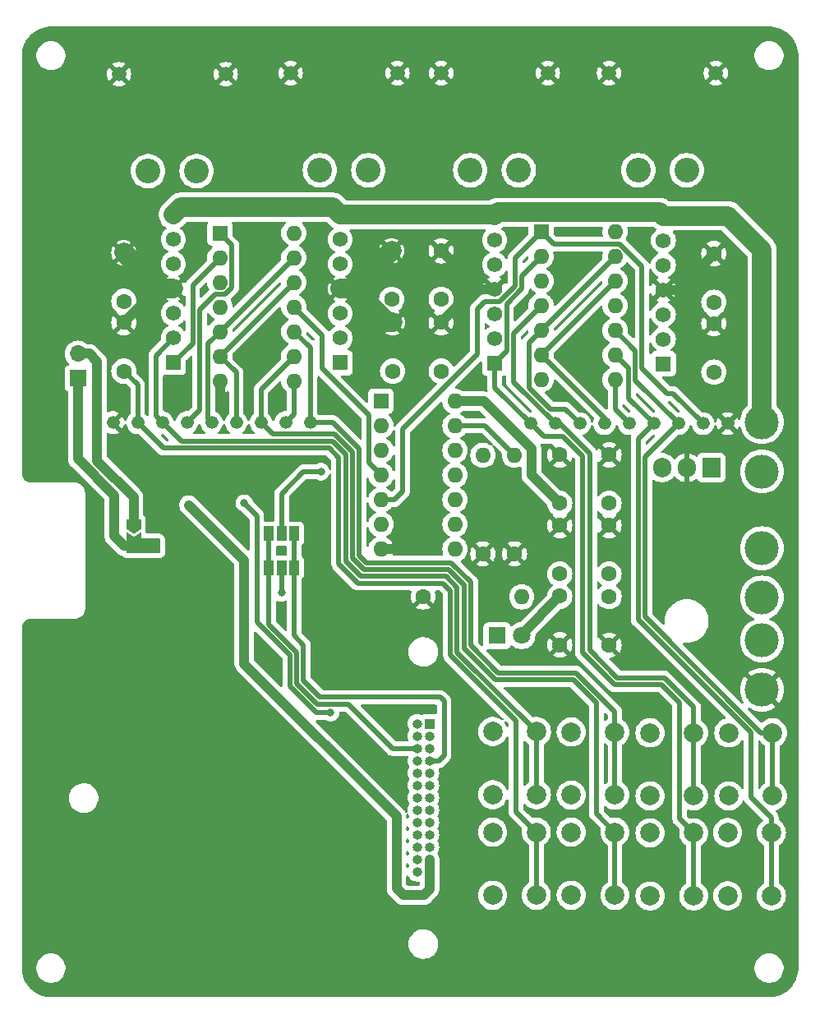
<source format=gbr>
%TF.GenerationSoftware,KiCad,Pcbnew,8.0.3*%
%TF.CreationDate,2024-06-19T10:23:01+09:00*%
%TF.ProjectId,md2,6d64322e-6b69-4636-9164-5f7063625858,rev?*%
%TF.SameCoordinates,Original*%
%TF.FileFunction,Copper,L2,Bot*%
%TF.FilePolarity,Positive*%
%FSLAX46Y46*%
G04 Gerber Fmt 4.6, Leading zero omitted, Abs format (unit mm)*
G04 Created by KiCad (PCBNEW 8.0.3) date 2024-06-19 10:23:01*
%MOMM*%
%LPD*%
G01*
G04 APERTURE LIST*
G04 Aperture macros list*
%AMFreePoly0*
4,1,6,1.000000,0.000000,0.500000,-0.750000,-0.500000,-0.750000,-0.500000,0.750000,0.500000,0.750000,1.000000,0.000000,1.000000,0.000000,$1*%
%AMFreePoly1*
4,1,6,0.500000,-0.750000,-0.650000,-0.750000,-0.150000,0.000000,-0.650000,0.750000,0.500000,0.750000,0.500000,-0.750000,0.500000,-0.750000,$1*%
G04 Aperture macros list end*
%TA.AperFunction,ComponentPad*%
%ADD10R,1.575000X1.575000*%
%TD*%
%TA.AperFunction,ComponentPad*%
%ADD11C,1.575000*%
%TD*%
%TA.AperFunction,ComponentPad*%
%ADD12C,1.600000*%
%TD*%
%TA.AperFunction,ComponentPad*%
%ADD13O,1.600000X1.600000*%
%TD*%
%TA.AperFunction,ComponentPad*%
%ADD14C,2.000000*%
%TD*%
%TA.AperFunction,ComponentPad*%
%ADD15R,1.600000X1.600000*%
%TD*%
%TA.AperFunction,ComponentPad*%
%ADD16R,1.905000X2.000000*%
%TD*%
%TA.AperFunction,ComponentPad*%
%ADD17O,1.905000X2.000000*%
%TD*%
%TA.AperFunction,ComponentPad*%
%ADD18R,1.700000X1.700000*%
%TD*%
%TA.AperFunction,ComponentPad*%
%ADD19O,1.700000X1.700000*%
%TD*%
%TA.AperFunction,ComponentPad*%
%ADD20C,3.500000*%
%TD*%
%TA.AperFunction,ComponentPad*%
%ADD21C,2.550000*%
%TD*%
%TA.AperFunction,ComponentPad*%
%ADD22C,1.500000*%
%TD*%
%TA.AperFunction,ComponentPad*%
%ADD23C,1.340000*%
%TD*%
%TA.AperFunction,ComponentPad*%
%ADD24R,1.000000X1.000000*%
%TD*%
%TA.AperFunction,ComponentPad*%
%ADD25O,1.000000X1.000000*%
%TD*%
%TA.AperFunction,ComponentPad*%
%ADD26R,1.800000X1.800000*%
%TD*%
%TA.AperFunction,ComponentPad*%
%ADD27C,1.800000*%
%TD*%
%TA.AperFunction,SMDPad,CuDef*%
%ADD28FreePoly0,270.000000*%
%TD*%
%TA.AperFunction,SMDPad,CuDef*%
%ADD29FreePoly1,270.000000*%
%TD*%
%TA.AperFunction,SMDPad,CuDef*%
%ADD30R,1.000000X1.500000*%
%TD*%
%TA.AperFunction,ViaPad*%
%ADD31C,0.800000*%
%TD*%
%TA.AperFunction,Conductor*%
%ADD32C,2.000000*%
%TD*%
%TA.AperFunction,Conductor*%
%ADD33C,1.000000*%
%TD*%
%TA.AperFunction,Conductor*%
%ADD34C,0.500000*%
%TD*%
G04 APERTURE END LIST*
D10*
%TO.P,IC6,1,IN1*%
%TO.N,MD-3-1*%
X151700000Y-83700000D03*
D11*
%TO.P,IC6,2,IN2*%
%TO.N,MD-3-2*%
X151700000Y-81160000D03*
%TO.P,IC6,3,OUT1*%
%TO.N,Net-(IC6-OUT1)*%
X151700000Y-78620000D03*
%TO.P,IC6,4,GND*%
%TO.N,GND*%
X151700000Y-76080000D03*
%TO.P,IC6,5,OUT2*%
%TO.N,Net-(IC6-OUT2)*%
X151700000Y-73540000D03*
%TO.P,IC6,6,N.C.*%
%TO.N,unconnected-(IC6-N.C.-Pad6)*%
X151700000Y-71000000D03*
%TO.P,IC6,7,VM*%
%TO.N,VDD*%
X151700000Y-68460000D03*
%TD*%
D12*
%TO.P,C15,1*%
%TO.N,MD-4-2*%
X174300000Y-77400000D03*
%TO.P,C15,2*%
%TO.N,GND*%
X174300000Y-72400000D03*
%TD*%
%TO.P,R6,1*%
%TO.N,GND*%
X153750000Y-103330000D03*
D13*
%TO.P,R6,2*%
%TO.N,Net-(IC3-6A)*%
X153750000Y-93170000D03*
%TD*%
D12*
%TO.P,C2,1*%
%TO.N,+5V*%
X163499000Y-98126000D03*
%TO.P,C2,2*%
%TO.N,GND*%
X163499000Y-93126000D03*
%TD*%
D14*
%TO.P,SW7,1,1*%
%TO.N,+5V*%
X175721000Y-138552000D03*
X175721000Y-132052000D03*
%TO.P,SW7,2,2*%
%TO.N,MD-4-1*%
X180221000Y-138552000D03*
X180221000Y-132052000D03*
%TD*%
D12*
%TO.P,C18,1*%
%TO.N,MD-3-1*%
X146200000Y-84500000D03*
%TO.P,C18,2*%
%TO.N,GND*%
X146200000Y-79500000D03*
%TD*%
D15*
%TO.P,IC3,1,1A*%
%TO.N,CW{slash}CCW-1*%
X140000000Y-87600000D03*
D13*
%TO.P,IC3,2,1Y*%
%TO.N,r-CW{slash}CCW-1*%
X140000000Y-90140000D03*
%TO.P,IC3,3,2A*%
%TO.N,CW{slash}CCW-2*%
X140000000Y-92680000D03*
%TO.P,IC3,4,2Y*%
%TO.N,r-CW{slash}CCW-2*%
X140000000Y-95220000D03*
%TO.P,IC3,5,3A*%
%TO.N,CW{slash}CCW-3*%
X140000000Y-97760000D03*
%TO.P,IC3,6,3Y*%
%TO.N,r-CW{slash}CCW-3*%
X140000000Y-100300000D03*
%TO.P,IC3,7,GND*%
%TO.N,GND*%
X140000000Y-102840000D03*
%TO.P,IC3,8,4Y*%
%TO.N,r-CW{slash}CCW-4*%
X147620000Y-102840000D03*
%TO.P,IC3,9,4A*%
%TO.N,CW{slash}CCW-4*%
X147620000Y-100300000D03*
%TO.P,IC3,10,5Y*%
%TO.N,unconnected-(IC3-5Y-Pad10)*%
X147620000Y-97760000D03*
%TO.P,IC3,11,5A*%
%TO.N,Net-(IC3-5A)*%
X147620000Y-95220000D03*
%TO.P,IC3,12,6Y*%
%TO.N,unconnected-(IC3-6Y-Pad12)*%
X147620000Y-92680000D03*
%TO.P,IC3,13,6A*%
%TO.N,Net-(IC3-6A)*%
X147620000Y-90140000D03*
%TO.P,IC3,14,VCC*%
%TO.N,+5V*%
X147620000Y-87600000D03*
%TD*%
D12*
%TO.P,C1,1*%
%TO.N,+5V*%
X158419000Y-98126000D03*
%TO.P,C1,2*%
%TO.N,GND*%
X158419000Y-93126000D03*
%TD*%
D16*
%TO.P,U1,1,VIN*%
%TO.N,VDD*%
X174040000Y-94450000D03*
D17*
%TO.P,U1,2,GND*%
%TO.N,GND*%
X171500000Y-94450000D03*
%TO.P,U1,3,VOUT*%
%TO.N,+5V*%
X168960000Y-94450000D03*
%TD*%
D18*
%TO.P,J1,1,Pin_1*%
%TO.N,+5V*%
X108750000Y-85250000D03*
D19*
%TO.P,J1,2,Pin_2*%
%TO.N,Net-(J1-Pin_2)*%
X108750000Y-82710000D03*
%TD*%
D12*
%TO.P,C7,1*%
%TO.N,VDD*%
X158419000Y-107691000D03*
%TO.P,C7,2*%
%TO.N,GND*%
X158419000Y-112691000D03*
%TD*%
D14*
%TO.P,SW2,1,1*%
%TO.N,+5V*%
X151514800Y-128138000D03*
X151514800Y-121638000D03*
%TO.P,SW2,2,2*%
%TO.N,MD-1-2*%
X156014800Y-128138000D03*
X156014800Y-121638000D03*
%TD*%
D20*
%TO.P,J9,1,Pin_1*%
%TO.N,+BATT*%
X179250000Y-102750000D03*
%TO.P,J9,2,Pin_2*%
%TO.N,Net-(J10-Pin_1)*%
X179250000Y-107830000D03*
%TD*%
D10*
%TO.P,IC7,1,IN1*%
%TO.N,MD-4-1*%
X169100000Y-83740000D03*
D11*
%TO.P,IC7,2,IN2*%
%TO.N,MD-4-2*%
X169100000Y-81200000D03*
%TO.P,IC7,3,OUT1*%
%TO.N,Net-(IC7-OUT1)*%
X169100000Y-78660000D03*
%TO.P,IC7,4,GND*%
%TO.N,GND*%
X169100000Y-76120000D03*
%TO.P,IC7,5,OUT2*%
%TO.N,Net-(IC7-OUT2)*%
X169100000Y-73580000D03*
%TO.P,IC7,6,N.C.*%
%TO.N,unconnected-(IC7-N.C.-Pad6)*%
X169100000Y-71040000D03*
%TO.P,IC7,7,VM*%
%TO.N,VDD*%
X169100000Y-68500000D03*
%TD*%
D20*
%TO.P,J10,1,Pin_1*%
%TO.N,Net-(J10-Pin_1)*%
X179250000Y-112250000D03*
%TO.P,J10,2,Pin_2*%
%TO.N,GND*%
X179250000Y-117330000D03*
%TD*%
D14*
%TO.P,SW4,1,1*%
%TO.N,+5V*%
X159600000Y-128175000D03*
X159600000Y-121675000D03*
%TO.P,SW4,2,2*%
%TO.N,MD-2-2*%
X164100000Y-128175000D03*
X164100000Y-121675000D03*
%TD*%
D12*
%TO.P,C13,1*%
%TO.N,MD-1-2*%
X113500000Y-77300000D03*
%TO.P,C13,2*%
%TO.N,GND*%
X113500000Y-72300000D03*
%TD*%
%TO.P,C6,1*%
%TO.N,VDD*%
X163499000Y-107731000D03*
%TO.P,C6,2*%
%TO.N,GND*%
X163499000Y-112731000D03*
%TD*%
%TO.P,R12,1*%
%TO.N,GND*%
X144340000Y-107750000D03*
D13*
%TO.P,R12,2*%
%TO.N,Net-(D1-K)*%
X154500000Y-107750000D03*
%TD*%
D14*
%TO.P,SW6,1,1*%
%TO.N,+5V*%
X167720000Y-128265000D03*
X167720000Y-121765000D03*
%TO.P,SW6,2,2*%
%TO.N,MD-3-2*%
X172220000Y-128265000D03*
X172220000Y-121765000D03*
%TD*%
D12*
%TO.P,C14,1*%
%TO.N,MD-1-1*%
X113500000Y-84500000D03*
%TO.P,C14,2*%
%TO.N,GND*%
X113500000Y-79500000D03*
%TD*%
D21*
%TO.P,J8,1,1*%
%TO.N,Net-(IC7-OUT2)*%
X166500000Y-63800000D03*
%TO.P,J8,2,2*%
%TO.N,Net-(IC7-OUT1)*%
X171500000Y-63800000D03*
D22*
%TO.P,J8,3,3*%
%TO.N,GND*%
X174500000Y-53800000D03*
%TO.P,J8,4,4*%
X163500000Y-53800000D03*
%TD*%
D23*
%TO.P,RN1,1,1*%
%TO.N,GND*%
X112380000Y-89800000D03*
%TO.P,RN1,2,2*%
%TO.N,MD-1-1*%
X114920000Y-89800000D03*
%TO.P,RN1,3,3*%
%TO.N,MD-1-2*%
X117460000Y-89800000D03*
%TO.P,RN1,4,4*%
%TO.N,CW{slash}CCW-1*%
X120000000Y-89800000D03*
%TO.P,RN1,5,5*%
%TO.N,PWM-1*%
X122540000Y-89800000D03*
%TO.P,RN1,6,6*%
%TO.N,PWM-2*%
X125080000Y-89800000D03*
%TO.P,RN1,7,7*%
%TO.N,MD-2-1*%
X127620000Y-89800000D03*
%TO.P,RN1,8,8*%
%TO.N,CW{slash}CCW-2*%
X130160000Y-89800000D03*
%TO.P,RN1,9,9*%
%TO.N,MD-2-2*%
X132700000Y-89800000D03*
%TD*%
D14*
%TO.P,SW5,1,1*%
%TO.N,+5V*%
X167720000Y-138575000D03*
X167720000Y-132075000D03*
%TO.P,SW5,2,2*%
%TO.N,MD-3-1*%
X172220000Y-138575000D03*
X172220000Y-132075000D03*
%TD*%
D12*
%TO.P,C4,1*%
%TO.N,MD-2-1*%
X141200000Y-84500000D03*
%TO.P,C4,2*%
%TO.N,GND*%
X141200000Y-79500000D03*
%TD*%
%TO.P,C8,1*%
%TO.N,MD-2-2*%
X141100000Y-77100000D03*
%TO.P,C8,2*%
%TO.N,GND*%
X141100000Y-72100000D03*
%TD*%
D24*
%TO.P,J3,1,Pin_1*%
%TO.N,IM920-BUSY*%
X145000000Y-120840000D03*
D25*
%TO.P,J3,2,Pin_2*%
%TO.N,unconnected-(J3-Pin_2-Pad2)*%
X143730000Y-120840000D03*
%TO.P,J3,3,Pin_3*%
%TO.N,unconnected-(J3-Pin_3-Pad3)*%
X145000000Y-122110000D03*
%TO.P,J3,4,Pin_4*%
%TO.N,unconnected-(J3-Pin_4-Pad4)*%
X143730000Y-122110000D03*
%TO.P,J3,5,Pin_5*%
%TO.N,unconnected-(J3-Pin_5-Pad5)*%
X145000000Y-123380000D03*
%TO.P,J3,6,Pin_6*%
%TO.N,IM920-RX*%
X143730000Y-123380000D03*
%TO.P,J3,7,Pin_7*%
%TO.N,IM920-TX*%
X145000000Y-124650000D03*
%TO.P,J3,8,Pin_8*%
%TO.N,unconnected-(J3-Pin_8-Pad8)*%
X143730000Y-124650000D03*
%TO.P,J3,9,Pin_9*%
%TO.N,unconnected-(J3-Pin_9-Pad9)*%
X145000000Y-125920000D03*
%TO.P,J3,10,Pin_10*%
%TO.N,unconnected-(J3-Pin_10-Pad10)*%
X143730000Y-125920000D03*
%TO.P,J3,11,Pin_11*%
%TO.N,unconnected-(J3-Pin_11-Pad11)*%
X145000000Y-127190000D03*
%TO.P,J3,12,Pin_12*%
%TO.N,unconnected-(J3-Pin_12-Pad12)*%
X143730000Y-127190000D03*
%TO.P,J3,13,Pin_13*%
%TO.N,unconnected-(J3-Pin_13-Pad13)*%
X145000000Y-128460000D03*
%TO.P,J3,14,Pin_14*%
%TO.N,unconnected-(J3-Pin_14-Pad14)*%
X143730000Y-128460000D03*
%TO.P,J3,15,Pin_15*%
%TO.N,unconnected-(J3-Pin_15-Pad15)*%
X145000000Y-129730000D03*
%TO.P,J3,16,Pin_16*%
%TO.N,unconnected-(J3-Pin_16-Pad16)*%
X143730000Y-129730000D03*
%TO.P,J3,17,Pin_17*%
%TO.N,unconnected-(J3-Pin_17-Pad17)*%
X145000000Y-131000000D03*
%TO.P,J3,18,Pin_18*%
%TO.N,unconnected-(J3-Pin_18-Pad18)*%
X143730000Y-131000000D03*
%TO.P,J3,19,Pin_19*%
%TO.N,unconnected-(J3-Pin_19-Pad19)*%
X145000000Y-132270000D03*
%TO.P,J3,20,Pin_20*%
%TO.N,unconnected-(J3-Pin_20-Pad20)*%
X143730000Y-132270000D03*
%TO.P,J3,21,Pin_21*%
%TO.N,unconnected-(J3-Pin_21-Pad21)*%
X145000000Y-133540000D03*
%TO.P,J3,22,Pin_22*%
%TO.N,unconnected-(J3-Pin_22-Pad22)*%
X143730000Y-133540000D03*
%TO.P,J3,23,Pin_23*%
%TO.N,+3V3*%
X145000000Y-134810000D03*
%TO.P,J3,24,Pin_24*%
%TO.N,GND*%
X143730000Y-134810000D03*
%TO.P,J3,25,Pin_25*%
%TO.N,+3V3*%
X145000000Y-136080000D03*
%TO.P,J3,26,Pin_26*%
%TO.N,unconnected-(J3-Pin_26-Pad26)*%
X143730000Y-136080000D03*
%TD*%
D12*
%TO.P,C5,1*%
%TO.N,VDD*%
X163499000Y-105405000D03*
%TO.P,C5,2*%
%TO.N,GND*%
X163499000Y-100405000D03*
%TD*%
%TO.P,C3,1*%
%TO.N,VDD*%
X158419000Y-105405000D03*
%TO.P,C3,2*%
%TO.N,GND*%
X158419000Y-100405000D03*
%TD*%
D23*
%TO.P,RN2,1,1*%
%TO.N,GND*%
X175720000Y-89900000D03*
%TO.P,RN2,2,2*%
%TO.N,CW{slash}CCW-3*%
X173180000Y-89900000D03*
%TO.P,RN2,3,3*%
%TO.N,MD-4-2*%
X170640000Y-89900000D03*
%TO.P,RN2,4,4*%
%TO.N,MD-4-1*%
X168100000Y-89900000D03*
%TO.P,RN2,5,5*%
%TO.N,CW{slash}CCW-4*%
X165560000Y-89900000D03*
%TO.P,RN2,6,6*%
%TO.N,PWM-4*%
X163020000Y-89900000D03*
%TO.P,RN2,7,7*%
%TO.N,PWM-3*%
X160480000Y-89900000D03*
%TO.P,RN2,8,8*%
%TO.N,MD-3-2*%
X157940000Y-89900000D03*
%TO.P,RN2,9,9*%
%TO.N,MD-3-1*%
X155400000Y-89900000D03*
%TD*%
D15*
%TO.P,IC1,1,1I/O*%
%TO.N,CW{slash}CCW-1*%
X123400000Y-70275000D03*
D13*
%TO.P,IC1,2,1O/I*%
%TO.N,MD-1-1*%
X123400000Y-72815000D03*
%TO.P,IC1,3,2O/I*%
%TO.N,r-CW{slash}CCW-1*%
X123400000Y-75355000D03*
%TO.P,IC1,4,2I/O*%
%TO.N,MD-1-2*%
X123400000Y-77895000D03*
%TO.P,IC1,5,2C*%
%TO.N,PWM-1*%
X123400000Y-80435000D03*
%TO.P,IC1,6,3C*%
%TO.N,PWM-2*%
X123400000Y-82975000D03*
%TO.P,IC1,7,GND_(VSS)*%
%TO.N,GND*%
X123400000Y-85515000D03*
%TO.P,IC1,8,3I/O*%
%TO.N,CW{slash}CCW-2*%
X131020000Y-85515000D03*
%TO.P,IC1,9,3O/I*%
%TO.N,MD-2-1*%
X131020000Y-82975000D03*
%TO.P,IC1,10,4O/I*%
%TO.N,MD-2-2*%
X131020000Y-80435000D03*
%TO.P,IC1,11,4I/O*%
%TO.N,r-CW{slash}CCW-2*%
X131020000Y-77895000D03*
%TO.P,IC1,12,4C*%
%TO.N,PWM-2*%
X131020000Y-75355000D03*
%TO.P,IC1,13,1C*%
%TO.N,PWM-1*%
X131020000Y-72815000D03*
%TO.P,IC1,14,VCC*%
%TO.N,+5V*%
X131020000Y-70275000D03*
%TD*%
D10*
%TO.P,IC4,1,IN1*%
%TO.N,MD-1-1*%
X118600000Y-83620000D03*
D11*
%TO.P,IC4,2,IN2*%
%TO.N,MD-1-2*%
X118600000Y-81080000D03*
%TO.P,IC4,3,OUT1*%
%TO.N,Net-(IC4-OUT1)*%
X118600000Y-78540000D03*
%TO.P,IC4,4,GND*%
%TO.N,GND*%
X118600000Y-76000000D03*
%TO.P,IC4,5,OUT2*%
%TO.N,Net-(IC4-OUT2)*%
X118600000Y-73460000D03*
%TO.P,IC4,6,N.C.*%
%TO.N,unconnected-(IC4-N.C.-Pad6)*%
X118600000Y-70920000D03*
%TO.P,IC4,7,VM*%
%TO.N,VDD*%
X118600000Y-68380000D03*
%TD*%
D12*
%TO.P,R7,1*%
%TO.N,GND*%
X150500000Y-103330000D03*
D13*
%TO.P,R7,2*%
%TO.N,Net-(IC3-5A)*%
X150500000Y-93170000D03*
%TD*%
D20*
%TO.P,SW9,1,1*%
%TO.N,+BATT*%
X179250000Y-94830000D03*
%TO.P,SW9,2,2*%
%TO.N,VDD*%
X179250000Y-89750000D03*
%TD*%
D15*
%TO.P,IC2,1,1I/O*%
%TO.N,CW{slash}CCW-3*%
X156500000Y-70140000D03*
D13*
%TO.P,IC2,2,1O/I*%
%TO.N,MD-3-1*%
X156500000Y-72680000D03*
%TO.P,IC2,3,2O/I*%
%TO.N,r-CW{slash}CCW-3*%
X156500000Y-75220000D03*
%TO.P,IC2,4,2I/O*%
%TO.N,MD-3-2*%
X156500000Y-77760000D03*
%TO.P,IC2,5,2C*%
%TO.N,PWM-3*%
X156500000Y-80300000D03*
%TO.P,IC2,6,3C*%
%TO.N,PWM-4*%
X156500000Y-82840000D03*
%TO.P,IC2,7,GND_(VSS)*%
%TO.N,GND*%
X156500000Y-85380000D03*
%TO.P,IC2,8,3I/O*%
%TO.N,CW{slash}CCW-4*%
X164120000Y-85380000D03*
%TO.P,IC2,9,3O/I*%
%TO.N,MD-4-1*%
X164120000Y-82840000D03*
%TO.P,IC2,10,4O/I*%
%TO.N,MD-4-2*%
X164120000Y-80300000D03*
%TO.P,IC2,11,4I/O*%
%TO.N,r-CW{slash}CCW-4*%
X164120000Y-77760000D03*
%TO.P,IC2,12,4C*%
%TO.N,PWM-4*%
X164120000Y-75220000D03*
%TO.P,IC2,13,1C*%
%TO.N,PWM-3*%
X164120000Y-72680000D03*
%TO.P,IC2,14,VCC*%
%TO.N,+5V*%
X164120000Y-70140000D03*
%TD*%
D26*
%TO.P,D1,1,K*%
%TO.N,Net-(D1-K)*%
X151960000Y-111750000D03*
D27*
%TO.P,D1,2,A*%
%TO.N,VDD*%
X154500000Y-111750000D03*
%TD*%
D21*
%TO.P,J7,1,1*%
%TO.N,Net-(IC6-OUT2)*%
X149200000Y-63800000D03*
%TO.P,J7,2,2*%
%TO.N,Net-(IC6-OUT1)*%
X154200000Y-63800000D03*
D22*
%TO.P,J7,3,3*%
%TO.N,GND*%
X157200000Y-53800000D03*
%TO.P,J7,4,4*%
X146200000Y-53800000D03*
%TD*%
D21*
%TO.P,J5,1,1*%
%TO.N,Net-(IC4-OUT2)*%
X116000000Y-63900000D03*
%TO.P,J5,2,2*%
%TO.N,Net-(IC4-OUT1)*%
X121000000Y-63900000D03*
D22*
%TO.P,J5,3,3*%
%TO.N,GND*%
X124000000Y-53900000D03*
%TO.P,J5,4,4*%
X113000000Y-53900000D03*
%TD*%
D10*
%TO.P,IC5,1,IN1*%
%TO.N,MD-2-1*%
X135800000Y-83640000D03*
D11*
%TO.P,IC5,2,IN2*%
%TO.N,MD-2-2*%
X135800000Y-81100000D03*
%TO.P,IC5,3,OUT1*%
%TO.N,Net-(IC5-OUT1)*%
X135800000Y-78560000D03*
%TO.P,IC5,4,GND*%
%TO.N,GND*%
X135800000Y-76020000D03*
%TO.P,IC5,5,OUT2*%
%TO.N,Net-(IC5-OUT2)*%
X135800000Y-73480000D03*
%TO.P,IC5,6,N.C.*%
%TO.N,unconnected-(IC5-N.C.-Pad6)*%
X135800000Y-70940000D03*
%TO.P,IC5,7,VM*%
%TO.N,VDD*%
X135800000Y-68400000D03*
%TD*%
D14*
%TO.P,SW3,1,1*%
%TO.N,+5V*%
X159600000Y-138500000D03*
X159600000Y-132000000D03*
%TO.P,SW3,2,2*%
%TO.N,MD-2-1*%
X164100000Y-138500000D03*
X164100000Y-132000000D03*
%TD*%
%TO.P,SW1,1,1*%
%TO.N,+5V*%
X151500000Y-138500000D03*
X151500000Y-132000000D03*
%TO.P,SW1,2,2*%
%TO.N,MD-1-1*%
X156000000Y-138500000D03*
X156000000Y-132000000D03*
%TD*%
D21*
%TO.P,J6,1,1*%
%TO.N,Net-(IC5-OUT2)*%
X133700000Y-63800000D03*
%TO.P,J6,2,2*%
%TO.N,Net-(IC5-OUT1)*%
X138700000Y-63800000D03*
D22*
%TO.P,J6,3,3*%
%TO.N,GND*%
X141700000Y-53800000D03*
%TO.P,J6,4,4*%
X130700000Y-53800000D03*
%TD*%
D12*
%TO.P,C17,1*%
%TO.N,MD-3-2*%
X146200000Y-77100000D03*
%TO.P,C17,2*%
%TO.N,GND*%
X146200000Y-72100000D03*
%TD*%
D14*
%TO.P,SW8,1,1*%
%TO.N,+5V*%
X175848000Y-128265000D03*
X175848000Y-121765000D03*
%TO.P,SW8,2,2*%
%TO.N,MD-4-2*%
X180348000Y-128265000D03*
X180348000Y-121765000D03*
%TD*%
D12*
%TO.P,C16,1*%
%TO.N,MD-4-1*%
X174300000Y-84600000D03*
%TO.P,C16,2*%
%TO.N,GND*%
X174300000Y-79600000D03*
%TD*%
D28*
%TO.P,JP1,1,A*%
%TO.N,Net-(J1-Pin_2)*%
X114500000Y-100275000D03*
D29*
%TO.P,JP1,2,B*%
%TO.N,+5V*%
X114500000Y-101725000D03*
%TD*%
D30*
%TO.P,JP2,1,A*%
%TO.N,IM920-TX*%
X131050000Y-104750000D03*
%TO.P,JP2,2,C*%
%TO.N,Net-(JP2-C)*%
X129750000Y-104750000D03*
%TO.P,JP2,3,B*%
%TO.N,IM920-RX*%
X128450000Y-104750000D03*
%TD*%
%TO.P,JP,1,A*%
%TO.N,IM920-TX*%
X131050000Y-101250000D03*
%TO.P,JP,2,C*%
%TO.N,Net-(JP6-C)*%
X129750000Y-101250000D03*
%TO.P,JP,3,B*%
%TO.N,IM920-RX*%
X128450000Y-101250000D03*
%TD*%
D31*
%TO.N,GND*%
X128750000Y-62000000D03*
X175500000Y-74750000D03*
X158500000Y-63000000D03*
X145750000Y-62500000D03*
X176250000Y-86750000D03*
X127250000Y-63500000D03*
X174750000Y-86750000D03*
X132850000Y-98650000D03*
X127250000Y-62000000D03*
X145750000Y-64000000D03*
X177000000Y-74750000D03*
X160000000Y-66000000D03*
X134100000Y-98650000D03*
X145750000Y-65500000D03*
X132850000Y-99900000D03*
X134100000Y-97400000D03*
X175500000Y-82250000D03*
X142750000Y-62500000D03*
X174000000Y-82250000D03*
X160000000Y-63000000D03*
X177000000Y-82250000D03*
X128750000Y-65000000D03*
X157000000Y-64500000D03*
X144250000Y-64000000D03*
X144250000Y-62500000D03*
X128750000Y-63500000D03*
X142750000Y-64000000D03*
X158500000Y-66000000D03*
X157000000Y-66000000D03*
X132850000Y-97400000D03*
X160000000Y-64500000D03*
X134100000Y-99900000D03*
X142750000Y-65500000D03*
X157000000Y-63000000D03*
X127250000Y-65000000D03*
X144250000Y-65500000D03*
X158500000Y-64500000D03*
X173250000Y-86750000D03*
X174000000Y-74750000D03*
%TO.N,Net-(J1-Pin_2)*%
X114500000Y-98500000D03*
%TO.N,Net-(JP2-C)*%
X129750000Y-107350000D03*
%TO.N,Net-(JP6-C)*%
X133800000Y-94866730D03*
%TO.N,+3V3*%
X120200000Y-98300000D03*
%TO.N,IM920-BUSY*%
X134800000Y-119700000D03*
X125900000Y-98099510D03*
%TD*%
D32*
%TO.N,GND*%
X140671572Y-79500000D02*
X141200000Y-79500000D01*
X113500000Y-72300000D02*
X117200000Y-76000000D01*
D33*
X141660000Y-102840000D02*
X142250000Y-102250000D01*
D32*
X135800000Y-76020000D02*
X137180000Y-76020000D01*
D33*
X118600000Y-76000000D02*
X117000000Y-76000000D01*
X169100000Y-76120000D02*
X170580000Y-76120000D01*
X170580000Y-76120000D02*
X174300000Y-72400000D01*
X151700000Y-76080000D02*
X150180000Y-76080000D01*
D32*
X135800000Y-76020000D02*
X137191572Y-76020000D01*
D33*
X123400000Y-87150000D02*
X123500000Y-87250000D01*
D32*
X137191572Y-76020000D02*
X140671572Y-79500000D01*
X117200000Y-76000000D02*
X118600000Y-76000000D01*
D33*
X150180000Y-76080000D02*
X146200000Y-72100000D01*
X146200000Y-79500000D02*
X149620000Y-76080000D01*
D32*
X137180000Y-76020000D02*
X141100000Y-72100000D01*
D33*
X117000000Y-76000000D02*
X113500000Y-79500000D01*
X140000000Y-102840000D02*
X141660000Y-102840000D01*
X123400000Y-85515000D02*
X123400000Y-87150000D01*
X149620000Y-76080000D02*
X151700000Y-76080000D01*
%TO.N,+5V*%
X112500000Y-101500000D02*
X113500000Y-102500000D01*
X108750000Y-93550000D02*
X112500000Y-97300000D01*
X112500000Y-97300000D02*
X112500000Y-101500000D01*
X155500000Y-95207000D02*
X158419000Y-98126000D01*
X113500000Y-102500000D02*
X114500000Y-102500000D01*
X108750000Y-85250000D02*
X108750000Y-93550000D01*
X155500000Y-92500000D02*
X155500000Y-95207000D01*
X147620000Y-87600000D02*
X150600000Y-87600000D01*
X150600000Y-87600000D02*
X155500000Y-92500000D01*
D32*
%TO.N,VDD*%
X134992500Y-67592500D02*
X135800000Y-68400000D01*
X119387500Y-67592500D02*
X134992500Y-67592500D01*
X118600000Y-68380000D02*
X119387500Y-67592500D01*
X179250000Y-72000000D02*
X179250000Y-89750000D01*
X169100000Y-68500000D02*
X175750000Y-68500000D01*
X152020000Y-68140000D02*
X168740000Y-68140000D01*
X175750000Y-68500000D02*
X179250000Y-72000000D01*
X151700000Y-68460000D02*
X152020000Y-68140000D01*
X151640000Y-68400000D02*
X151700000Y-68460000D01*
X135800000Y-68400000D02*
X151640000Y-68400000D01*
D33*
X154500000Y-111750000D02*
X154500000Y-111610000D01*
X154500000Y-111610000D02*
X158419000Y-107691000D01*
D32*
X168740000Y-68140000D02*
X169100000Y-68500000D01*
D34*
%TO.N,CW{slash}CCW-1*%
X121300000Y-88500000D02*
X120000000Y-89800000D01*
X124650000Y-75872767D02*
X123917767Y-76605000D01*
X123917767Y-76605000D02*
X122922233Y-76605000D01*
X122922233Y-76605000D02*
X121300000Y-78227233D01*
X121300000Y-78227233D02*
X121300000Y-88500000D01*
X124650000Y-71525000D02*
X124650000Y-75872767D01*
X123400000Y-70275000D02*
X124650000Y-71525000D01*
%TO.N,MD-1-1*%
X156000000Y-132000000D02*
X156000000Y-138500000D01*
X135650000Y-93400000D02*
X135650000Y-104369850D01*
X146380150Y-106350000D02*
X147150000Y-107119850D01*
X147150000Y-107119850D02*
X147150000Y-113763150D01*
X114920000Y-85920000D02*
X113500000Y-84500000D01*
X118600000Y-83620000D02*
X120600000Y-81620000D01*
X114920000Y-89800000D02*
X117570000Y-92450000D01*
X114920000Y-89800000D02*
X114920000Y-85920000D01*
X120600000Y-75615000D02*
X123400000Y-72815000D01*
X153900000Y-120513150D02*
X153900000Y-129900000D01*
X134700000Y-92450000D02*
X135650000Y-93400000D01*
X137630150Y-106350000D02*
X146380150Y-106350000D01*
X120600000Y-81620000D02*
X120600000Y-75615000D01*
X153900000Y-129900000D02*
X156000000Y-132000000D01*
X137220100Y-105939949D02*
X137630150Y-106350000D01*
X147150000Y-113763150D02*
X153900000Y-120513150D01*
X135650000Y-104369850D02*
X137220100Y-105939949D01*
X117570000Y-92450000D02*
X134700000Y-92450000D01*
%TO.N,MD-1-2*%
X134989950Y-91750000D02*
X136350000Y-93110050D01*
X116790000Y-82890000D02*
X118600000Y-81080000D01*
X136350000Y-104079900D02*
X137920100Y-105650000D01*
X116790000Y-89130000D02*
X116790000Y-82890000D01*
X117460000Y-89800000D02*
X119410000Y-91750000D01*
X147850000Y-106829900D02*
X147850000Y-113473200D01*
X136350000Y-93110050D02*
X136350000Y-104079900D01*
X156014800Y-121638000D02*
X156014800Y-128138000D01*
X137920100Y-105650000D02*
X146670100Y-105650000D01*
X147850000Y-113473200D02*
X156014800Y-121638000D01*
X119410000Y-91750000D02*
X134989950Y-91750000D01*
X146670100Y-105650000D02*
X147850000Y-106829900D01*
X117460000Y-89800000D02*
X116790000Y-89130000D01*
%TO.N,PWM-1*%
X131020000Y-72815000D02*
X123400000Y-80435000D01*
X122150000Y-89410000D02*
X122540000Y-89800000D01*
X122150000Y-81685000D02*
X122150000Y-89410000D01*
X123400000Y-80435000D02*
X122150000Y-81685000D01*
%TO.N,PWM-2*%
X123400000Y-82975000D02*
X125080000Y-84655000D01*
X131020000Y-75355000D02*
X123400000Y-82975000D01*
X125080000Y-84655000D02*
X125080000Y-89800000D01*
%TO.N,CW{slash}CCW-2*%
X131020000Y-88940000D02*
X130160000Y-89800000D01*
X131020000Y-85515000D02*
X131020000Y-88940000D01*
%TO.N,MD-2-1*%
X148550000Y-106539950D02*
X148550000Y-113060050D01*
X162200000Y-130100000D02*
X164100000Y-132000000D01*
X135229900Y-91000000D02*
X137050000Y-92820100D01*
X137050000Y-103789950D02*
X138210050Y-104950000D01*
X127620000Y-86375000D02*
X127620000Y-89800000D01*
X148550000Y-113060050D02*
X151789950Y-116300000D01*
X128820000Y-91000000D02*
X135229900Y-91000000D01*
X164100000Y-132000000D02*
X164100000Y-138500000D01*
X137050000Y-92820100D02*
X137050000Y-103789950D01*
X151789950Y-116300000D02*
X159810050Y-116300000D01*
X159810050Y-116300000D02*
X162200000Y-118689950D01*
X162200000Y-118689950D02*
X162200000Y-130100000D01*
X131020000Y-82975000D02*
X127620000Y-86375000D01*
X127620000Y-89800000D02*
X128820000Y-91000000D01*
X146960050Y-104950000D02*
X148550000Y-106539950D01*
X138210050Y-104950000D02*
X146960050Y-104950000D01*
%TO.N,MD-2-2*%
X149250000Y-112770100D02*
X149250000Y-106250000D01*
X149250000Y-112770100D02*
X152079900Y-115600000D01*
X164100000Y-119600000D02*
X164100000Y-121675000D01*
X137750000Y-92530150D02*
X135019850Y-89800000D01*
X147250000Y-104250000D02*
X138500000Y-104250000D01*
X138500000Y-104250000D02*
X137750000Y-103500000D01*
X131020000Y-80435000D02*
X132700000Y-82115000D01*
X135019850Y-89800000D02*
X132700000Y-89800000D01*
X132700000Y-82115000D02*
X132700000Y-89800000D01*
X137750000Y-103500000D02*
X137750000Y-92530150D01*
X152079900Y-115600000D02*
X160100000Y-115600000D01*
X160100000Y-115600000D02*
X164100000Y-119600000D01*
X149250000Y-106250000D02*
X147250000Y-104250000D01*
X164100000Y-121675000D02*
X164100000Y-128175000D01*
%TO.N,r-CW{slash}CCW-2*%
X138750000Y-89050000D02*
X138750000Y-93970000D01*
X138750000Y-93970000D02*
X140000000Y-95220000D01*
X133900000Y-84200000D02*
X138750000Y-89050000D01*
X133900000Y-80775000D02*
X133900000Y-84200000D01*
X131020000Y-77895000D02*
X133900000Y-80775000D01*
%TO.N,CW{slash}CCW-3*%
X170100000Y-86800000D02*
X169500000Y-86800000D01*
X157760000Y-71400000D02*
X156500000Y-70140000D01*
X141340000Y-97760000D02*
X142200000Y-96900000D01*
X142200000Y-90500000D02*
X149900000Y-82800000D01*
X173180000Y-89880000D02*
X170100000Y-86800000D01*
X166900000Y-84200000D02*
X166900000Y-73692233D01*
X152212590Y-77317500D02*
X153800000Y-75730090D01*
X150682500Y-77317500D02*
X152212590Y-77317500D01*
X153800000Y-75730090D02*
X153800000Y-72840000D01*
X164607767Y-71400000D02*
X157760000Y-71400000D01*
X142200000Y-96900000D02*
X142200000Y-90500000D01*
X149900000Y-82800000D02*
X149900000Y-78100000D01*
X149900000Y-78100000D02*
X150682500Y-77317500D01*
X153800000Y-72840000D02*
X156500000Y-70140000D01*
X140000000Y-97760000D02*
X141340000Y-97760000D01*
X169500000Y-86800000D02*
X166900000Y-84200000D01*
X173180000Y-89900000D02*
X173180000Y-89880000D01*
X166900000Y-73692233D02*
X164607767Y-71400000D01*
%TO.N,MD-3-1*%
X172220000Y-132075000D02*
X172220000Y-138575000D01*
X156750000Y-91250000D02*
X158760050Y-91250000D01*
X151700000Y-83700000D02*
X151700000Y-86200000D01*
X164060050Y-116800000D02*
X168900000Y-116800000D01*
X155400000Y-89900000D02*
X156750000Y-91250000D01*
X154500000Y-76020040D02*
X154500000Y-74680000D01*
X152937500Y-82462500D02*
X152937500Y-77582540D01*
X160750000Y-93239950D02*
X160750000Y-113489950D01*
X170770000Y-118670000D02*
X170770000Y-130625000D01*
X151700000Y-83700000D02*
X152937500Y-82462500D01*
X154500000Y-74680000D02*
X156500000Y-72680000D01*
X170770000Y-130625000D02*
X172220000Y-132075000D01*
X151700000Y-86200000D02*
X155400000Y-89900000D01*
X158760050Y-91250000D02*
X160750000Y-93239950D01*
X160750000Y-113489950D02*
X164060050Y-116800000D01*
X152937500Y-77582540D02*
X154500000Y-76020040D01*
X168900000Y-116800000D02*
X170770000Y-118670000D01*
%TO.N,MD-3-2*%
X153637500Y-80622500D02*
X153637500Y-85597500D01*
X161500000Y-113250000D02*
X164350000Y-116100000D01*
X172220000Y-119120000D02*
X169200000Y-116100000D01*
X164350000Y-116100000D02*
X169200000Y-116100000D01*
X172220000Y-121765000D02*
X172220000Y-119120000D01*
X158400000Y-89900000D02*
X157940000Y-89900000D01*
X161500000Y-93000000D02*
X158400000Y-89900000D01*
X153637500Y-85597500D02*
X157940000Y-89900000D01*
X172220000Y-121765000D02*
X172220000Y-128265000D01*
X156500000Y-77760000D02*
X153637500Y-80622500D01*
X161500000Y-113250000D02*
X161500000Y-93000000D01*
%TO.N,PWM-3*%
X158980000Y-88400000D02*
X160480000Y-89900000D01*
X156500000Y-80300000D02*
X155250000Y-81550000D01*
X155250000Y-81550000D02*
X155250000Y-86220050D01*
X155250000Y-86220050D02*
X157429950Y-88400000D01*
X157429950Y-88400000D02*
X158980000Y-88400000D01*
X164120000Y-72680000D02*
X156500000Y-80300000D01*
%TO.N,PWM-4*%
X164120000Y-75220000D02*
X156500000Y-82840000D01*
X163020000Y-89360000D02*
X163020000Y-89900000D01*
X156500000Y-82840000D02*
X163020000Y-89360000D01*
%TO.N,CW{slash}CCW-4*%
X164120000Y-85380000D02*
X164120000Y-88460000D01*
X164120000Y-88460000D02*
X165560000Y-89900000D01*
%TO.N,MD-4-1*%
X168100000Y-89900000D02*
X165500000Y-87300000D01*
X166500000Y-110100000D02*
X178100000Y-121700000D01*
X165500000Y-84220000D02*
X164120000Y-82840000D01*
X168100000Y-89900000D02*
X166500000Y-91500000D01*
X178100000Y-128400000D02*
X180221000Y-130521000D01*
X180221000Y-132052000D02*
X180221000Y-138552000D01*
X180221000Y-130521000D02*
X180221000Y-132052000D01*
X178100000Y-121700000D02*
X178100000Y-128400000D01*
X166500000Y-91500000D02*
X166500000Y-110100000D01*
X165500000Y-87300000D02*
X165500000Y-84220000D01*
%TO.N,MD-4-2*%
X167200000Y-109810050D02*
X178394975Y-121005025D01*
X170640000Y-89900000D02*
X167200000Y-93340000D01*
X180348000Y-121765000D02*
X180348000Y-128265000D01*
X180348000Y-121765000D02*
X179154950Y-121765000D01*
X166200000Y-82380000D02*
X166200000Y-85460000D01*
X164120000Y-80300000D02*
X166200000Y-82380000D01*
X167200000Y-93340000D02*
X167200000Y-109810050D01*
X166200000Y-85460000D02*
X170640000Y-89900000D01*
X179154950Y-121765000D02*
X178394975Y-121005025D01*
%TO.N,Net-(IC3-6A)*%
X147620000Y-90140000D02*
X150720000Y-90140000D01*
X150720000Y-90140000D02*
X153750000Y-93170000D01*
D33*
%TO.N,Net-(J1-Pin_2)*%
X108750000Y-82710000D02*
X109952081Y-82710000D01*
X114500000Y-98500000D02*
X114500000Y-100275000D01*
X109952081Y-82710000D02*
X110750000Y-83507919D01*
X110750000Y-83507919D02*
X110750000Y-93750000D01*
X110750000Y-93750000D02*
X114500000Y-97500000D01*
X114500000Y-97500000D02*
X114500000Y-98500000D01*
D34*
%TO.N,IM920-TX*%
X131050000Y-104750000D02*
X131050000Y-111750000D01*
X146100000Y-118100000D02*
X146500000Y-118500000D01*
X131050000Y-104750000D02*
X131050000Y-101250000D01*
X132000000Y-112700000D02*
X132000000Y-116410050D01*
X146500000Y-124100000D02*
X145950000Y-124650000D01*
X145950000Y-124650000D02*
X145000000Y-124650000D01*
X133689950Y-118100000D02*
X146100000Y-118100000D01*
X132000000Y-116410050D02*
X133689950Y-118100000D01*
X146500000Y-118500000D02*
X146500000Y-124100000D01*
X131050000Y-111750000D02*
X132000000Y-112700000D01*
%TO.N,Net-(JP2-C)*%
X129750000Y-107350000D02*
X129750000Y-104750000D01*
%TO.N,IM920-RX*%
X136600000Y-118800000D02*
X141180000Y-123380000D01*
X141180000Y-123380000D02*
X143730000Y-123380000D01*
X128450000Y-110650000D02*
X131300000Y-113500000D01*
X133400000Y-118800000D02*
X136600000Y-118800000D01*
X131300000Y-116700000D02*
X133400000Y-118800000D01*
X128450000Y-101250000D02*
X128450000Y-104750000D01*
X131300000Y-113500000D02*
X131300000Y-116700000D01*
X128450000Y-104750000D02*
X128450000Y-110650000D01*
%TO.N,Net-(JP6-C)*%
X132000000Y-94866730D02*
X129750000Y-97116730D01*
X133800000Y-94866730D02*
X132000000Y-94866730D01*
X129750000Y-97116730D02*
X129750000Y-101250000D01*
D33*
%TO.N,+3V3*%
X141600000Y-137800000D02*
X142300000Y-138500000D01*
X125900000Y-114655635D02*
X141600000Y-130355635D01*
X125900000Y-104000000D02*
X125900000Y-114655635D01*
X142300000Y-138500000D02*
X144400000Y-138500000D01*
X141600000Y-130355635D02*
X141600000Y-137800000D01*
X145000000Y-137900000D02*
X145000000Y-136080000D01*
X120200000Y-98300000D02*
X125900000Y-104000000D01*
X144400000Y-138500000D02*
X145000000Y-137900000D01*
X145000000Y-136080000D02*
X145000000Y-134810000D01*
D34*
%TO.N,IM920-BUSY*%
X130600000Y-113789950D02*
X130600000Y-116989950D01*
X127200490Y-110390440D02*
X130600000Y-113789950D01*
X133310050Y-119700000D02*
X134800000Y-119700000D01*
X130600000Y-116989950D02*
X133310050Y-119700000D01*
X125900000Y-98099510D02*
X127200490Y-99400000D01*
X127200490Y-99400000D02*
X127200490Y-110390440D01*
%TD*%
%TA.AperFunction,Conductor*%
%TO.N,GND*%
G36*
X146245192Y-87618687D02*
G01*
X146301125Y-87660559D01*
X146325386Y-87724062D01*
X146334364Y-87826686D01*
X146334366Y-87826697D01*
X146393258Y-88046488D01*
X146393261Y-88046497D01*
X146489431Y-88252732D01*
X146489432Y-88252734D01*
X146619954Y-88439141D01*
X146780858Y-88600045D01*
X146780861Y-88600047D01*
X146967266Y-88730568D01*
X147025275Y-88757618D01*
X147077714Y-88803791D01*
X147096866Y-88870984D01*
X147076650Y-88937865D01*
X147025275Y-88982382D01*
X146967267Y-89009431D01*
X146967265Y-89009432D01*
X146780858Y-89139954D01*
X146619954Y-89300858D01*
X146489432Y-89487265D01*
X146489431Y-89487267D01*
X146393261Y-89693502D01*
X146393258Y-89693511D01*
X146334366Y-89913302D01*
X146334364Y-89913313D01*
X146314532Y-90139998D01*
X146314532Y-90140001D01*
X146334364Y-90366686D01*
X146334366Y-90366697D01*
X146393258Y-90586488D01*
X146393261Y-90586497D01*
X146489431Y-90792732D01*
X146489432Y-90792734D01*
X146619954Y-90979141D01*
X146780858Y-91140045D01*
X146827693Y-91172839D01*
X146967266Y-91270568D01*
X147025275Y-91297618D01*
X147077714Y-91343791D01*
X147096866Y-91410984D01*
X147076650Y-91477865D01*
X147025275Y-91522382D01*
X146967267Y-91549431D01*
X146967265Y-91549432D01*
X146780858Y-91679954D01*
X146619954Y-91840858D01*
X146489432Y-92027265D01*
X146489431Y-92027267D01*
X146393261Y-92233502D01*
X146393258Y-92233511D01*
X146334366Y-92453302D01*
X146334364Y-92453313D01*
X146314532Y-92679998D01*
X146314532Y-92680001D01*
X146334364Y-92906686D01*
X146334366Y-92906697D01*
X146393258Y-93126488D01*
X146393261Y-93126497D01*
X146489431Y-93332732D01*
X146489432Y-93332734D01*
X146619954Y-93519141D01*
X146780858Y-93680045D01*
X146780861Y-93680047D01*
X146967266Y-93810568D01*
X147025275Y-93837618D01*
X147077714Y-93883791D01*
X147096866Y-93950984D01*
X147076650Y-94017865D01*
X147025275Y-94062382D01*
X146967267Y-94089431D01*
X146967265Y-94089432D01*
X146780858Y-94219954D01*
X146619954Y-94380858D01*
X146489432Y-94567265D01*
X146489431Y-94567267D01*
X146393261Y-94773502D01*
X146393258Y-94773511D01*
X146334366Y-94993302D01*
X146334364Y-94993313D01*
X146314532Y-95219998D01*
X146314532Y-95220001D01*
X146334364Y-95446686D01*
X146334366Y-95446697D01*
X146393258Y-95666488D01*
X146393261Y-95666497D01*
X146489431Y-95872732D01*
X146489432Y-95872734D01*
X146619954Y-96059141D01*
X146780858Y-96220045D01*
X146780861Y-96220047D01*
X146967266Y-96350568D01*
X147025275Y-96377618D01*
X147077714Y-96423791D01*
X147096866Y-96490984D01*
X147076650Y-96557865D01*
X147025275Y-96602382D01*
X146967267Y-96629431D01*
X146967265Y-96629432D01*
X146780858Y-96759954D01*
X146619954Y-96920858D01*
X146489432Y-97107265D01*
X146489431Y-97107267D01*
X146393261Y-97313502D01*
X146393258Y-97313511D01*
X146334366Y-97533302D01*
X146334364Y-97533313D01*
X146314532Y-97759998D01*
X146314532Y-97760001D01*
X146334364Y-97986686D01*
X146334366Y-97986697D01*
X146393258Y-98206488D01*
X146393261Y-98206497D01*
X146489431Y-98412732D01*
X146489432Y-98412734D01*
X146619954Y-98599141D01*
X146780858Y-98760045D01*
X146780861Y-98760047D01*
X146967266Y-98890568D01*
X147008670Y-98909875D01*
X147025275Y-98917618D01*
X147077714Y-98963791D01*
X147096866Y-99030984D01*
X147076650Y-99097865D01*
X147025275Y-99142382D01*
X146967267Y-99169431D01*
X146967265Y-99169432D01*
X146780858Y-99299954D01*
X146619954Y-99460858D01*
X146489432Y-99647265D01*
X146489431Y-99647267D01*
X146393261Y-99853502D01*
X146393258Y-99853511D01*
X146334366Y-100073302D01*
X146334364Y-100073313D01*
X146314532Y-100299998D01*
X146314532Y-100300001D01*
X146334364Y-100526686D01*
X146334366Y-100526697D01*
X146393258Y-100746488D01*
X146393261Y-100746497D01*
X146489431Y-100952732D01*
X146489432Y-100952734D01*
X146619954Y-101139141D01*
X146780858Y-101300045D01*
X146780861Y-101300047D01*
X146967266Y-101430568D01*
X147025275Y-101457618D01*
X147077714Y-101503791D01*
X147096866Y-101570984D01*
X147076650Y-101637865D01*
X147025275Y-101682382D01*
X146967267Y-101709431D01*
X146967265Y-101709432D01*
X146780858Y-101839954D01*
X146619954Y-102000858D01*
X146489432Y-102187265D01*
X146489431Y-102187267D01*
X146393261Y-102393502D01*
X146393258Y-102393511D01*
X146334366Y-102613302D01*
X146334364Y-102613313D01*
X146314532Y-102839998D01*
X146314532Y-102840001D01*
X146334364Y-103066686D01*
X146334366Y-103066697D01*
X146393258Y-103286488D01*
X146393259Y-103286491D01*
X146393261Y-103286496D01*
X146410328Y-103323096D01*
X146420820Y-103392172D01*
X146392301Y-103455956D01*
X146333825Y-103494196D01*
X146297946Y-103499500D01*
X141321503Y-103499500D01*
X141254464Y-103479815D01*
X141208709Y-103427011D01*
X141198765Y-103357853D01*
X141209121Y-103323096D01*
X141226264Y-103286331D01*
X141226269Y-103286317D01*
X141278872Y-103090000D01*
X140315686Y-103090000D01*
X140320080Y-103085606D01*
X140372741Y-102994394D01*
X140400000Y-102892661D01*
X140400000Y-102787339D01*
X140372741Y-102685606D01*
X140320080Y-102594394D01*
X140315686Y-102590000D01*
X141278872Y-102590000D01*
X141278872Y-102589999D01*
X141226269Y-102393682D01*
X141226265Y-102393673D01*
X141130134Y-102187517D01*
X140999657Y-102001179D01*
X140838820Y-101840342D01*
X140652482Y-101709865D01*
X140594133Y-101682657D01*
X140541694Y-101636484D01*
X140522542Y-101569291D01*
X140542758Y-101502410D01*
X140594129Y-101457895D01*
X140652734Y-101430568D01*
X140839139Y-101300047D01*
X141000047Y-101139139D01*
X141130568Y-100952734D01*
X141226739Y-100746496D01*
X141285635Y-100526692D01*
X141305468Y-100300000D01*
X141285635Y-100073308D01*
X141226739Y-99853504D01*
X141130568Y-99647266D01*
X141000047Y-99460861D01*
X141000045Y-99460858D01*
X140839141Y-99299954D01*
X140652734Y-99169432D01*
X140652728Y-99169429D01*
X140594725Y-99142382D01*
X140542285Y-99096210D01*
X140523133Y-99029017D01*
X140543348Y-98962135D01*
X140594725Y-98917618D01*
X140652734Y-98890568D01*
X140839139Y-98760047D01*
X141000047Y-98599139D01*
X141018702Y-98572497D01*
X141025088Y-98563377D01*
X141079665Y-98519752D01*
X141126663Y-98510500D01*
X141413920Y-98510500D01*
X141511462Y-98491096D01*
X141558913Y-98481658D01*
X141695495Y-98425084D01*
X141753044Y-98386631D01*
X141818416Y-98342952D01*
X142782952Y-97378415D01*
X142812994Y-97333453D01*
X142865084Y-97255495D01*
X142918742Y-97125953D01*
X142921659Y-97118912D01*
X142950500Y-96973917D01*
X142950500Y-96826082D01*
X142950500Y-90862228D01*
X142970185Y-90795189D01*
X142986814Y-90774552D01*
X146114179Y-87647186D01*
X146175500Y-87613703D01*
X146245192Y-87618687D01*
G37*
%TD.AperFunction*%
%TA.AperFunction,Conductor*%
G36*
X162455703Y-98909875D02*
G01*
X162476072Y-98932462D01*
X162495206Y-98959787D01*
X162498955Y-98965142D01*
X162659858Y-99126045D01*
X162724802Y-99171519D01*
X162768427Y-99226095D01*
X162777207Y-99283901D01*
X162773526Y-99325974D01*
X163452553Y-100005000D01*
X163446339Y-100005000D01*
X163344606Y-100032259D01*
X163253394Y-100084920D01*
X163178920Y-100159394D01*
X163126259Y-100250606D01*
X163099000Y-100352339D01*
X163099000Y-100358552D01*
X162419974Y-99679526D01*
X162385307Y-99682559D01*
X162316807Y-99668792D01*
X162266624Y-99620177D01*
X162250500Y-99559031D01*
X162250500Y-99003588D01*
X162270185Y-98936549D01*
X162322989Y-98890794D01*
X162392147Y-98880850D01*
X162455703Y-98909875D01*
G37*
%TD.AperFunction*%
%TA.AperFunction,Conductor*%
G36*
X150745670Y-69920185D02*
G01*
X150791425Y-69972989D01*
X150801369Y-70042147D01*
X150772344Y-70105703D01*
X150766312Y-70112181D01*
X150709566Y-70168926D01*
X150580302Y-70353533D01*
X150580296Y-70353543D01*
X150485055Y-70557788D01*
X150485051Y-70557799D01*
X150426722Y-70775485D01*
X150426721Y-70775492D01*
X150407080Y-70999997D01*
X150407080Y-71000002D01*
X150426721Y-71224507D01*
X150426722Y-71224514D01*
X150485051Y-71442200D01*
X150485055Y-71442211D01*
X150580296Y-71646456D01*
X150580302Y-71646466D01*
X150617787Y-71700000D01*
X150709566Y-71831073D01*
X150868927Y-71990434D01*
X151053540Y-72119702D01*
X151127938Y-72154394D01*
X151134852Y-72157618D01*
X151187291Y-72203790D01*
X151206443Y-72270984D01*
X151186227Y-72337865D01*
X151134852Y-72382382D01*
X151053539Y-72420298D01*
X151053533Y-72420302D01*
X150868926Y-72549566D01*
X150709566Y-72708926D01*
X150580302Y-72893533D01*
X150580296Y-72893543D01*
X150485055Y-73097788D01*
X150485051Y-73097799D01*
X150426722Y-73315485D01*
X150426721Y-73315492D01*
X150407080Y-73539997D01*
X150407080Y-73540002D01*
X150426721Y-73764507D01*
X150426722Y-73764514D01*
X150485051Y-73982200D01*
X150485055Y-73982211D01*
X150580296Y-74186456D01*
X150580302Y-74186466D01*
X150625638Y-74251212D01*
X150709566Y-74371073D01*
X150868927Y-74530434D01*
X151053540Y-74659702D01*
X151135445Y-74697894D01*
X151187882Y-74744065D01*
X151207034Y-74811258D01*
X151186819Y-74878139D01*
X151135444Y-74922656D01*
X151053791Y-74960732D01*
X151053788Y-74960734D01*
X150983502Y-75009948D01*
X150983501Y-75009949D01*
X151550177Y-75576624D01*
X151497358Y-75590778D01*
X151377643Y-75659896D01*
X151279896Y-75757643D01*
X151210778Y-75877358D01*
X151196624Y-75930177D01*
X150629949Y-75363501D01*
X150629948Y-75363502D01*
X150580735Y-75433787D01*
X150485525Y-75637965D01*
X150485521Y-75637974D01*
X150427218Y-75855568D01*
X150427216Y-75855578D01*
X150407582Y-76079999D01*
X150407582Y-76080000D01*
X150427216Y-76304421D01*
X150427218Y-76304431D01*
X150472988Y-76475250D01*
X150471325Y-76545100D01*
X150432162Y-76602962D01*
X150400666Y-76621904D01*
X150327008Y-76652414D01*
X150326998Y-76652419D01*
X150216933Y-76725962D01*
X150216934Y-76725963D01*
X150204080Y-76734551D01*
X150204078Y-76734553D01*
X149317052Y-77621578D01*
X149317049Y-77621581D01*
X149273951Y-77686082D01*
X149273952Y-77686083D01*
X149234914Y-77744508D01*
X149178343Y-77881082D01*
X149178340Y-77881092D01*
X149149500Y-78026079D01*
X149149500Y-82437770D01*
X149129815Y-82504809D01*
X149113181Y-82525451D01*
X147602330Y-84036301D01*
X147541007Y-84069786D01*
X147471315Y-84064802D01*
X147415382Y-84022930D01*
X147402267Y-84001025D01*
X147400678Y-83997618D01*
X147330568Y-83847266D01*
X147200047Y-83660861D01*
X147200045Y-83660858D01*
X147039141Y-83499954D01*
X146852734Y-83369432D01*
X146852732Y-83369431D01*
X146646497Y-83273261D01*
X146646488Y-83273258D01*
X146426697Y-83214366D01*
X146426693Y-83214365D01*
X146426692Y-83214365D01*
X146426691Y-83214364D01*
X146426686Y-83214364D01*
X146200002Y-83194532D01*
X146199998Y-83194532D01*
X145973313Y-83214364D01*
X145973302Y-83214366D01*
X145753511Y-83273258D01*
X145753502Y-83273261D01*
X145547267Y-83369431D01*
X145547265Y-83369432D01*
X145360858Y-83499954D01*
X145199954Y-83660858D01*
X145069432Y-83847265D01*
X145069431Y-83847267D01*
X144973261Y-84053502D01*
X144973258Y-84053511D01*
X144914366Y-84273302D01*
X144914364Y-84273313D01*
X144894532Y-84499998D01*
X144894532Y-84500001D01*
X144914364Y-84726686D01*
X144914366Y-84726697D01*
X144973258Y-84946488D01*
X144973261Y-84946497D01*
X145069431Y-85152732D01*
X145069432Y-85152734D01*
X145199954Y-85339141D01*
X145360858Y-85500045D01*
X145382216Y-85515000D01*
X145547266Y-85630568D01*
X145701026Y-85702268D01*
X145753464Y-85748439D01*
X145772616Y-85815633D01*
X145752400Y-85882514D01*
X145736301Y-85902330D01*
X141617048Y-90021583D01*
X141601810Y-90044390D01*
X141576909Y-90081658D01*
X141534911Y-90144510D01*
X141534619Y-90145058D01*
X141534390Y-90145290D01*
X141531531Y-90149570D01*
X141530718Y-90149027D01*
X141485650Y-90194896D01*
X141417510Y-90210348D01*
X141351834Y-90186508D01*
X141309472Y-90130945D01*
X141301741Y-90097403D01*
X141285635Y-89913308D01*
X141235538Y-89726343D01*
X141226741Y-89693511D01*
X141226738Y-89693502D01*
X141214496Y-89667250D01*
X141130568Y-89487266D01*
X141016633Y-89324549D01*
X141000045Y-89300858D01*
X140839143Y-89139956D01*
X140831949Y-89134919D01*
X140814535Y-89122725D01*
X140770912Y-89068149D01*
X140763719Y-88998650D01*
X140795241Y-88936296D01*
X140855471Y-88900882D01*
X140872404Y-88897861D01*
X140907483Y-88894091D01*
X141042331Y-88843796D01*
X141157546Y-88757546D01*
X141243796Y-88642331D01*
X141294091Y-88507483D01*
X141300500Y-88447873D01*
X141300499Y-86752128D01*
X141294091Y-86692517D01*
X141283507Y-86664141D01*
X141243797Y-86557671D01*
X141243793Y-86557664D01*
X141157547Y-86442455D01*
X141157544Y-86442452D01*
X141042335Y-86356206D01*
X141042328Y-86356202D01*
X140907482Y-86305908D01*
X140907483Y-86305908D01*
X140847883Y-86299501D01*
X140847881Y-86299500D01*
X140847873Y-86299500D01*
X140847864Y-86299500D01*
X139152129Y-86299500D01*
X139152123Y-86299501D01*
X139092516Y-86305908D01*
X138957671Y-86356202D01*
X138957664Y-86356206D01*
X138842455Y-86442452D01*
X138842452Y-86442455D01*
X138756206Y-86557664D01*
X138756202Y-86557671D01*
X138705908Y-86692517D01*
X138700668Y-86741265D01*
X138699501Y-86752123D01*
X138699500Y-86752135D01*
X138699500Y-87638770D01*
X138679815Y-87705809D01*
X138627011Y-87751564D01*
X138557853Y-87761508D01*
X138494297Y-87732483D01*
X138487819Y-87726451D01*
X135901048Y-85139680D01*
X135867563Y-85078357D01*
X135872547Y-85008665D01*
X135914419Y-84952732D01*
X135979883Y-84928315D01*
X135988729Y-84927999D01*
X136635371Y-84927999D01*
X136635372Y-84927999D01*
X136694983Y-84921591D01*
X136829831Y-84871296D01*
X136945046Y-84785046D01*
X137031296Y-84669831D01*
X137081591Y-84534983D01*
X137085352Y-84499998D01*
X139894532Y-84499998D01*
X139894532Y-84500001D01*
X139914364Y-84726686D01*
X139914366Y-84726697D01*
X139973258Y-84946488D01*
X139973261Y-84946497D01*
X140069431Y-85152732D01*
X140069432Y-85152734D01*
X140199954Y-85339141D01*
X140360858Y-85500045D01*
X140382216Y-85515000D01*
X140547266Y-85630568D01*
X140753504Y-85726739D01*
X140973308Y-85785635D01*
X141135230Y-85799801D01*
X141199998Y-85805468D01*
X141200000Y-85805468D01*
X141200002Y-85805468D01*
X141256673Y-85800509D01*
X141426692Y-85785635D01*
X141646496Y-85726739D01*
X141852734Y-85630568D01*
X142039139Y-85500047D01*
X142200047Y-85339139D01*
X142330568Y-85152734D01*
X142426739Y-84946496D01*
X142485635Y-84726692D01*
X142505468Y-84500000D01*
X142503313Y-84475373D01*
X142487927Y-84299505D01*
X142485635Y-84273308D01*
X142426739Y-84053504D01*
X142330568Y-83847266D01*
X142200047Y-83660861D01*
X142200045Y-83660858D01*
X142039141Y-83499954D01*
X141852734Y-83369432D01*
X141852732Y-83369431D01*
X141646497Y-83273261D01*
X141646488Y-83273258D01*
X141426697Y-83214366D01*
X141426693Y-83214365D01*
X141426692Y-83214365D01*
X141426691Y-83214364D01*
X141426686Y-83214364D01*
X141200002Y-83194532D01*
X141199998Y-83194532D01*
X140973313Y-83214364D01*
X140973302Y-83214366D01*
X140753511Y-83273258D01*
X140753502Y-83273261D01*
X140547267Y-83369431D01*
X140547265Y-83369432D01*
X140360858Y-83499954D01*
X140199954Y-83660858D01*
X140069432Y-83847265D01*
X140069431Y-83847267D01*
X139973261Y-84053502D01*
X139973258Y-84053511D01*
X139914366Y-84273302D01*
X139914364Y-84273313D01*
X139894532Y-84499998D01*
X137085352Y-84499998D01*
X137088000Y-84475373D01*
X137087999Y-82804628D01*
X137081591Y-82745017D01*
X137079585Y-82739639D01*
X137031297Y-82610171D01*
X137031293Y-82610164D01*
X136945047Y-82494955D01*
X136945044Y-82494952D01*
X136829835Y-82408706D01*
X136829828Y-82408702D01*
X136694982Y-82358408D01*
X136694984Y-82358408D01*
X136636370Y-82352107D01*
X136571819Y-82325369D01*
X136531971Y-82267977D01*
X136529478Y-82198151D01*
X136565131Y-82138063D01*
X136578493Y-82127250D01*
X136631073Y-82090434D01*
X136790434Y-81931073D01*
X136919702Y-81746460D01*
X137014947Y-81542205D01*
X137073278Y-81324513D01*
X137089905Y-81134462D01*
X137092920Y-81100002D01*
X137092920Y-81099997D01*
X137082027Y-80975487D01*
X137073278Y-80875487D01*
X137014947Y-80657795D01*
X137006194Y-80639025D01*
X136936594Y-80489766D01*
X136919702Y-80453540D01*
X136790434Y-80268927D01*
X136631073Y-80109566D01*
X136579299Y-80073313D01*
X136446466Y-79980302D01*
X136446463Y-79980300D01*
X136446460Y-79980298D01*
X136365147Y-79942381D01*
X136312708Y-79896210D01*
X136293556Y-79829017D01*
X136313771Y-79762136D01*
X136365148Y-79717618D01*
X136446460Y-79679702D01*
X136631073Y-79550434D01*
X136790434Y-79391073D01*
X136919702Y-79206460D01*
X137014947Y-79002205D01*
X137073278Y-78784513D01*
X137092920Y-78560000D01*
X137091170Y-78540002D01*
X137082027Y-78435487D01*
X137073278Y-78335487D01*
X137014947Y-78117795D01*
X137006194Y-78099025D01*
X136966329Y-78013533D01*
X136919702Y-77913540D01*
X136790434Y-77728927D01*
X136631073Y-77569566D01*
X136579299Y-77533313D01*
X136446466Y-77440302D01*
X136446463Y-77440300D01*
X136446460Y-77440298D01*
X136446456Y-77440296D01*
X136364557Y-77402106D01*
X136312117Y-77355934D01*
X136292965Y-77288740D01*
X136313181Y-77221859D01*
X136364557Y-77177342D01*
X136446204Y-77139269D01*
X136446212Y-77139265D01*
X136502290Y-77099998D01*
X139794532Y-77099998D01*
X139794532Y-77100001D01*
X139814364Y-77326686D01*
X139814366Y-77326697D01*
X139873258Y-77546488D01*
X139873261Y-77546497D01*
X139969431Y-77752732D01*
X139969432Y-77752734D01*
X140099954Y-77939141D01*
X140260858Y-78100045D01*
X140260861Y-78100047D01*
X140447266Y-78230568D01*
X140447267Y-78230568D01*
X140451701Y-78233673D01*
X140450200Y-78235816D01*
X140490879Y-78278453D01*
X140504124Y-78347055D01*
X140478177Y-78411928D01*
X140475059Y-78414877D01*
X140474526Y-78420974D01*
X141153553Y-79100000D01*
X141147339Y-79100000D01*
X141045606Y-79127259D01*
X140954394Y-79179920D01*
X140879920Y-79254394D01*
X140827259Y-79345606D01*
X140800000Y-79447339D01*
X140800000Y-79453552D01*
X140120974Y-78774526D01*
X140120973Y-78774526D01*
X140069868Y-78847512D01*
X140069866Y-78847516D01*
X139973734Y-79053673D01*
X139973730Y-79053682D01*
X139914860Y-79273389D01*
X139914858Y-79273400D01*
X139895034Y-79499997D01*
X139895034Y-79500002D01*
X139914858Y-79726599D01*
X139914860Y-79726610D01*
X139973730Y-79946317D01*
X139973735Y-79946331D01*
X140069863Y-80152478D01*
X140120974Y-80225472D01*
X140800000Y-79546446D01*
X140800000Y-79552661D01*
X140827259Y-79654394D01*
X140879920Y-79745606D01*
X140954394Y-79820080D01*
X141045606Y-79872741D01*
X141147339Y-79900000D01*
X141153553Y-79900000D01*
X140474526Y-80579025D01*
X140547513Y-80630132D01*
X140547521Y-80630136D01*
X140753668Y-80726264D01*
X140753682Y-80726269D01*
X140973389Y-80785139D01*
X140973400Y-80785141D01*
X141199998Y-80804966D01*
X141200002Y-80804966D01*
X141426599Y-80785141D01*
X141426610Y-80785139D01*
X141646317Y-80726269D01*
X141646331Y-80726264D01*
X141852478Y-80630136D01*
X141925471Y-80579024D01*
X141246447Y-79900000D01*
X141252661Y-79900000D01*
X141354394Y-79872741D01*
X141445606Y-79820080D01*
X141520080Y-79745606D01*
X141572741Y-79654394D01*
X141600000Y-79552661D01*
X141600000Y-79546447D01*
X142279024Y-80225471D01*
X142330136Y-80152478D01*
X142426264Y-79946331D01*
X142426269Y-79946317D01*
X142485139Y-79726610D01*
X142485141Y-79726599D01*
X142504966Y-79500002D01*
X142504966Y-79499997D01*
X142485141Y-79273400D01*
X142485139Y-79273389D01*
X142426269Y-79053682D01*
X142426264Y-79053668D01*
X142330136Y-78847521D01*
X142330132Y-78847513D01*
X142279025Y-78774526D01*
X141600000Y-79453551D01*
X141600000Y-79447339D01*
X141572741Y-79345606D01*
X141520080Y-79254394D01*
X141445606Y-79179920D01*
X141354394Y-79127259D01*
X141252661Y-79100000D01*
X141246448Y-79100000D01*
X141925472Y-78420974D01*
X141925472Y-78420973D01*
X141848203Y-78366868D01*
X141804578Y-78312291D01*
X141797386Y-78242793D01*
X141828909Y-78180438D01*
X141848198Y-78163723D01*
X141939139Y-78100047D01*
X142100047Y-77939139D01*
X142230568Y-77752734D01*
X142326739Y-77546496D01*
X142385635Y-77326692D01*
X142405468Y-77100000D01*
X142405468Y-77099998D01*
X144894532Y-77099998D01*
X144894532Y-77100001D01*
X144914364Y-77326686D01*
X144914366Y-77326697D01*
X144973258Y-77546488D01*
X144973261Y-77546497D01*
X145069431Y-77752732D01*
X145069432Y-77752734D01*
X145199954Y-77939141D01*
X145360858Y-78100045D01*
X145391781Y-78121697D01*
X145501793Y-78198728D01*
X145501795Y-78198729D01*
X145545420Y-78253305D01*
X145552614Y-78322804D01*
X145521092Y-78385159D01*
X145501796Y-78401878D01*
X145474526Y-78420972D01*
X145474526Y-78420974D01*
X146153553Y-79100000D01*
X146147339Y-79100000D01*
X146045606Y-79127259D01*
X145954394Y-79179920D01*
X145879920Y-79254394D01*
X145827259Y-79345606D01*
X145800000Y-79447339D01*
X145800000Y-79453552D01*
X145120974Y-78774526D01*
X145120973Y-78774526D01*
X145069868Y-78847512D01*
X145069866Y-78847516D01*
X144973734Y-79053673D01*
X144973730Y-79053682D01*
X144914860Y-79273389D01*
X144914858Y-79273400D01*
X144895034Y-79499997D01*
X144895034Y-79500002D01*
X144914858Y-79726599D01*
X144914860Y-79726610D01*
X144973730Y-79946317D01*
X144973735Y-79946331D01*
X145069863Y-80152478D01*
X145120974Y-80225472D01*
X145800000Y-79546446D01*
X145800000Y-79552661D01*
X145827259Y-79654394D01*
X145879920Y-79745606D01*
X145954394Y-79820080D01*
X146045606Y-79872741D01*
X146147339Y-79900000D01*
X146153553Y-79900000D01*
X145474526Y-80579025D01*
X145547513Y-80630132D01*
X145547521Y-80630136D01*
X145753668Y-80726264D01*
X145753682Y-80726269D01*
X145973389Y-80785139D01*
X145973400Y-80785141D01*
X146199998Y-80804966D01*
X146200002Y-80804966D01*
X146426599Y-80785141D01*
X146426610Y-80785139D01*
X146646317Y-80726269D01*
X146646331Y-80726264D01*
X146852478Y-80630136D01*
X146925471Y-80579024D01*
X146246447Y-79900000D01*
X146252661Y-79900000D01*
X146354394Y-79872741D01*
X146445606Y-79820080D01*
X146520080Y-79745606D01*
X146572741Y-79654394D01*
X146600000Y-79552661D01*
X146600000Y-79546447D01*
X147279024Y-80225471D01*
X147330136Y-80152478D01*
X147426264Y-79946331D01*
X147426269Y-79946317D01*
X147485139Y-79726610D01*
X147485141Y-79726599D01*
X147504966Y-79500002D01*
X147504966Y-79499997D01*
X147485141Y-79273400D01*
X147485139Y-79273389D01*
X147426269Y-79053682D01*
X147426264Y-79053668D01*
X147330136Y-78847521D01*
X147330132Y-78847513D01*
X147279025Y-78774526D01*
X146600000Y-79453551D01*
X146600000Y-79447339D01*
X146572741Y-79345606D01*
X146520080Y-79254394D01*
X146445606Y-79179920D01*
X146354394Y-79127259D01*
X146252661Y-79100000D01*
X146246448Y-79100000D01*
X146925472Y-78420974D01*
X146925472Y-78420973D01*
X146898202Y-78401878D01*
X146854577Y-78347301D01*
X146847385Y-78277802D01*
X146878908Y-78215448D01*
X146898192Y-78198737D01*
X147039139Y-78100047D01*
X147200047Y-77939139D01*
X147330568Y-77752734D01*
X147426739Y-77546496D01*
X147485635Y-77326692D01*
X147505468Y-77100000D01*
X147504597Y-77090050D01*
X147488292Y-76903683D01*
X147485635Y-76873308D01*
X147426739Y-76653504D01*
X147330568Y-76447266D01*
X147280341Y-76375533D01*
X147200045Y-76260858D01*
X147039141Y-76099954D01*
X146852734Y-75969432D01*
X146852732Y-75969431D01*
X146646497Y-75873261D01*
X146646488Y-75873258D01*
X146426697Y-75814366D01*
X146426693Y-75814365D01*
X146426692Y-75814365D01*
X146426691Y-75814364D01*
X146426686Y-75814364D01*
X146200002Y-75794532D01*
X146199998Y-75794532D01*
X145973313Y-75814364D01*
X145973302Y-75814366D01*
X145753511Y-75873258D01*
X145753502Y-75873261D01*
X145547267Y-75969431D01*
X145547265Y-75969432D01*
X145360858Y-76099954D01*
X145199954Y-76260858D01*
X145102560Y-76399954D01*
X145069432Y-76447266D01*
X145049505Y-76490000D01*
X144973261Y-76653502D01*
X144973258Y-76653511D01*
X144914366Y-76873302D01*
X144914364Y-76873313D01*
X144894532Y-77099998D01*
X142405468Y-77099998D01*
X142404597Y-77090050D01*
X142388292Y-76903683D01*
X142385635Y-76873308D01*
X142326739Y-76653504D01*
X142230568Y-76447266D01*
X142180341Y-76375533D01*
X142100045Y-76260858D01*
X141939141Y-76099954D01*
X141752734Y-75969432D01*
X141752732Y-75969431D01*
X141546497Y-75873261D01*
X141546488Y-75873258D01*
X141326697Y-75814366D01*
X141326693Y-75814365D01*
X141326692Y-75814365D01*
X141326691Y-75814364D01*
X141326686Y-75814364D01*
X141100002Y-75794532D01*
X141099998Y-75794532D01*
X140873313Y-75814364D01*
X140873302Y-75814366D01*
X140653511Y-75873258D01*
X140653502Y-75873261D01*
X140447267Y-75969431D01*
X140447265Y-75969432D01*
X140260858Y-76099954D01*
X140099954Y-76260858D01*
X140002560Y-76399954D01*
X139969432Y-76447266D01*
X139949505Y-76490000D01*
X139873261Y-76653502D01*
X139873258Y-76653511D01*
X139814366Y-76873302D01*
X139814364Y-76873313D01*
X139794532Y-77099998D01*
X136502290Y-77099998D01*
X136516497Y-77090050D01*
X135949822Y-76523375D01*
X136002642Y-76509222D01*
X136122357Y-76440104D01*
X136220104Y-76342357D01*
X136289222Y-76222642D01*
X136303375Y-76169822D01*
X136870050Y-76736497D01*
X136919265Y-76666212D01*
X136919267Y-76666208D01*
X137014474Y-76462034D01*
X137014478Y-76462025D01*
X137072781Y-76244431D01*
X137072783Y-76244421D01*
X137092418Y-76020000D01*
X137092418Y-76019999D01*
X137072783Y-75795578D01*
X137072781Y-75795568D01*
X137014478Y-75577974D01*
X137014474Y-75577965D01*
X136919267Y-75373791D01*
X136870049Y-75303501D01*
X136303374Y-75870176D01*
X136289222Y-75817358D01*
X136220104Y-75697643D01*
X136122357Y-75599896D01*
X136002642Y-75530778D01*
X135949822Y-75516624D01*
X136516497Y-74949949D01*
X136516497Y-74949948D01*
X136446210Y-74900734D01*
X136364555Y-74862657D01*
X136312116Y-74816484D01*
X136292965Y-74749290D01*
X136313181Y-74682409D01*
X136364554Y-74637894D01*
X136446460Y-74599702D01*
X136631073Y-74470434D01*
X136790434Y-74311073D01*
X136919702Y-74126460D01*
X137014947Y-73922205D01*
X137073278Y-73704513D01*
X137088872Y-73526269D01*
X137092920Y-73480002D01*
X137092920Y-73479997D01*
X137082027Y-73355487D01*
X137073278Y-73255487D01*
X137014947Y-73037795D01*
X136919702Y-72833540D01*
X136790434Y-72648927D01*
X136631073Y-72489566D01*
X136579299Y-72453313D01*
X136446466Y-72360302D01*
X136446463Y-72360300D01*
X136446460Y-72360298D01*
X136365147Y-72322381D01*
X136312708Y-72276210D01*
X136293556Y-72209017D01*
X136313771Y-72142136D01*
X136362402Y-72099997D01*
X139795034Y-72099997D01*
X139795034Y-72100002D01*
X139814858Y-72326599D01*
X139814860Y-72326610D01*
X139873730Y-72546317D01*
X139873735Y-72546331D01*
X139969863Y-72752478D01*
X140020974Y-72825472D01*
X140700000Y-72146446D01*
X140700000Y-72152661D01*
X140727259Y-72254394D01*
X140779920Y-72345606D01*
X140854394Y-72420080D01*
X140945606Y-72472741D01*
X141047339Y-72500000D01*
X141053553Y-72500000D01*
X140374526Y-73179025D01*
X140447513Y-73230132D01*
X140447521Y-73230136D01*
X140653668Y-73326264D01*
X140653682Y-73326269D01*
X140873389Y-73385139D01*
X140873400Y-73385141D01*
X141099998Y-73404966D01*
X141100002Y-73404966D01*
X141326599Y-73385141D01*
X141326610Y-73385139D01*
X141546317Y-73326269D01*
X141546331Y-73326264D01*
X141752478Y-73230136D01*
X141825471Y-73179024D01*
X141146447Y-72500000D01*
X141152661Y-72500000D01*
X141254394Y-72472741D01*
X141345606Y-72420080D01*
X141420080Y-72345606D01*
X141472741Y-72254394D01*
X141500000Y-72152661D01*
X141500000Y-72146447D01*
X142179024Y-72825471D01*
X142230136Y-72752478D01*
X142326264Y-72546331D01*
X142326269Y-72546317D01*
X142385139Y-72326610D01*
X142385141Y-72326599D01*
X142404966Y-72100002D01*
X142404966Y-72099997D01*
X144895034Y-72099997D01*
X144895034Y-72100002D01*
X144914858Y-72326599D01*
X144914860Y-72326610D01*
X144973730Y-72546317D01*
X144973735Y-72546331D01*
X145069863Y-72752478D01*
X145120974Y-72825472D01*
X145800000Y-72146446D01*
X145800000Y-72152661D01*
X145827259Y-72254394D01*
X145879920Y-72345606D01*
X145954394Y-72420080D01*
X146045606Y-72472741D01*
X146147339Y-72500000D01*
X146153553Y-72500000D01*
X145474526Y-73179025D01*
X145547513Y-73230132D01*
X145547521Y-73230136D01*
X145753668Y-73326264D01*
X145753682Y-73326269D01*
X145973389Y-73385139D01*
X145973400Y-73385141D01*
X146199998Y-73404966D01*
X146200002Y-73404966D01*
X146426599Y-73385141D01*
X146426610Y-73385139D01*
X146646317Y-73326269D01*
X146646331Y-73326264D01*
X146852478Y-73230136D01*
X146925471Y-73179024D01*
X146246447Y-72500000D01*
X146252661Y-72500000D01*
X146354394Y-72472741D01*
X146445606Y-72420080D01*
X146520080Y-72345606D01*
X146572741Y-72254394D01*
X146600000Y-72152661D01*
X146600000Y-72146447D01*
X147279024Y-72825471D01*
X147330136Y-72752478D01*
X147426264Y-72546331D01*
X147426269Y-72546317D01*
X147485139Y-72326610D01*
X147485141Y-72326599D01*
X147504966Y-72100002D01*
X147504966Y-72099997D01*
X147485141Y-71873400D01*
X147485139Y-71873389D01*
X147426269Y-71653682D01*
X147426264Y-71653668D01*
X147330136Y-71447521D01*
X147330132Y-71447513D01*
X147279025Y-71374526D01*
X146600000Y-72053551D01*
X146600000Y-72047339D01*
X146572741Y-71945606D01*
X146520080Y-71854394D01*
X146445606Y-71779920D01*
X146354394Y-71727259D01*
X146252661Y-71700000D01*
X146246448Y-71700000D01*
X146925472Y-71020974D01*
X146852478Y-70969863D01*
X146646331Y-70873735D01*
X146646317Y-70873730D01*
X146426610Y-70814860D01*
X146426599Y-70814858D01*
X146200002Y-70795034D01*
X146199998Y-70795034D01*
X145973400Y-70814858D01*
X145973389Y-70814860D01*
X145753682Y-70873730D01*
X145753673Y-70873734D01*
X145547516Y-70969866D01*
X145547512Y-70969868D01*
X145474526Y-71020973D01*
X145474526Y-71020974D01*
X146153553Y-71700000D01*
X146147339Y-71700000D01*
X146045606Y-71727259D01*
X145954394Y-71779920D01*
X145879920Y-71854394D01*
X145827259Y-71945606D01*
X145800000Y-72047339D01*
X145800000Y-72053552D01*
X145120974Y-71374526D01*
X145120973Y-71374526D01*
X145069868Y-71447512D01*
X145069866Y-71447516D01*
X144973734Y-71653673D01*
X144973730Y-71653682D01*
X144914860Y-71873389D01*
X144914858Y-71873400D01*
X144895034Y-72099997D01*
X142404966Y-72099997D01*
X142385141Y-71873400D01*
X142385139Y-71873389D01*
X142326269Y-71653682D01*
X142326264Y-71653668D01*
X142230136Y-71447521D01*
X142230132Y-71447513D01*
X142179025Y-71374526D01*
X141500000Y-72053551D01*
X141500000Y-72047339D01*
X141472741Y-71945606D01*
X141420080Y-71854394D01*
X141345606Y-71779920D01*
X141254394Y-71727259D01*
X141152661Y-71700000D01*
X141146448Y-71700000D01*
X141825472Y-71020974D01*
X141752478Y-70969863D01*
X141546331Y-70873735D01*
X141546317Y-70873730D01*
X141326610Y-70814860D01*
X141326599Y-70814858D01*
X141100002Y-70795034D01*
X141099998Y-70795034D01*
X140873400Y-70814858D01*
X140873389Y-70814860D01*
X140653682Y-70873730D01*
X140653673Y-70873734D01*
X140447516Y-70969866D01*
X140447512Y-70969868D01*
X140374526Y-71020973D01*
X140374526Y-71020974D01*
X141053553Y-71700000D01*
X141047339Y-71700000D01*
X140945606Y-71727259D01*
X140854394Y-71779920D01*
X140779920Y-71854394D01*
X140727259Y-71945606D01*
X140700000Y-72047339D01*
X140700000Y-72053552D01*
X140020974Y-71374526D01*
X140020973Y-71374526D01*
X139969868Y-71447512D01*
X139969866Y-71447516D01*
X139873734Y-71653673D01*
X139873730Y-71653682D01*
X139814860Y-71873389D01*
X139814858Y-71873400D01*
X139795034Y-72099997D01*
X136362402Y-72099997D01*
X136365148Y-72097618D01*
X136446460Y-72059702D01*
X136631073Y-71930434D01*
X136790434Y-71771073D01*
X136919702Y-71586460D01*
X137014947Y-71382205D01*
X137073278Y-71164513D01*
X137092920Y-70940000D01*
X137091170Y-70920002D01*
X137082027Y-70815487D01*
X137073278Y-70715487D01*
X137014947Y-70497795D01*
X136919702Y-70293540D01*
X136812190Y-70139998D01*
X136790432Y-70108924D01*
X136786952Y-70104777D01*
X136788798Y-70103227D01*
X136760203Y-70050858D01*
X136765187Y-69981166D01*
X136807059Y-69925233D01*
X136872523Y-69900816D01*
X136881369Y-69900500D01*
X150678631Y-69900500D01*
X150745670Y-69920185D01*
G37*
%TD.AperFunction*%
%TA.AperFunction,Conductor*%
G36*
X175144150Y-70020185D02*
G01*
X175164792Y-70036819D01*
X177713181Y-72585208D01*
X177746666Y-72646531D01*
X177749500Y-72672889D01*
X177749500Y-88016395D01*
X177729815Y-88083434D01*
X177707261Y-88109622D01*
X177655236Y-88155247D01*
X177655234Y-88155250D01*
X177460728Y-88377041D01*
X177296828Y-88622334D01*
X177166349Y-88886919D01*
X177071521Y-89166269D01*
X177071518Y-89166283D01*
X177025348Y-89398396D01*
X176992963Y-89460307D01*
X176932248Y-89494881D01*
X176862478Y-89491142D01*
X176805806Y-89450275D01*
X176792731Y-89429477D01*
X176719014Y-89281435D01*
X176707442Y-89266110D01*
X176137642Y-89835909D01*
X176111378Y-89737886D01*
X176056084Y-89642114D01*
X175977886Y-89563916D01*
X175882114Y-89508622D01*
X175784090Y-89482357D01*
X176351535Y-88914911D01*
X176243746Y-88848171D01*
X176243745Y-88848170D01*
X176041559Y-88769844D01*
X175828414Y-88730000D01*
X175611586Y-88730000D01*
X175398440Y-88769844D01*
X175196254Y-88848170D01*
X175196248Y-88848173D01*
X175088464Y-88914910D01*
X175088463Y-88914911D01*
X175655909Y-89482356D01*
X175557886Y-89508622D01*
X175462114Y-89563916D01*
X175383916Y-89642114D01*
X175328622Y-89737886D01*
X175302357Y-89835909D01*
X174732557Y-89266109D01*
X174720982Y-89281440D01*
X174720981Y-89281441D01*
X174624334Y-89475535D01*
X174624331Y-89475541D01*
X174569526Y-89668164D01*
X174532247Y-89727258D01*
X174468937Y-89756815D01*
X174399698Y-89747453D01*
X174346511Y-89702143D01*
X174330994Y-89668164D01*
X174312209Y-89602143D01*
X174276135Y-89475355D01*
X174266308Y-89455620D01*
X174226341Y-89375355D01*
X174179443Y-89281171D01*
X174059791Y-89122726D01*
X174048714Y-89108058D01*
X173888407Y-88961920D01*
X173888406Y-88961919D01*
X173703972Y-88847722D01*
X173501695Y-88769360D01*
X173288463Y-88729500D01*
X173288461Y-88729500D01*
X173142230Y-88729500D01*
X173075191Y-88709815D01*
X173054549Y-88693181D01*
X170578421Y-86217052D01*
X170578420Y-86217051D01*
X170564100Y-86207483D01*
X170487181Y-86156088D01*
X170455495Y-86134916D01*
X170455488Y-86134912D01*
X170318917Y-86078343D01*
X170318907Y-86078340D01*
X170173920Y-86049500D01*
X170173918Y-86049500D01*
X169862229Y-86049500D01*
X169795190Y-86029815D01*
X169774548Y-86013181D01*
X169001048Y-85239680D01*
X168967563Y-85178357D01*
X168972547Y-85108665D01*
X169014419Y-85052732D01*
X169079883Y-85028315D01*
X169088729Y-85027999D01*
X169935371Y-85027999D01*
X169935372Y-85027999D01*
X169994983Y-85021591D01*
X170129831Y-84971296D01*
X170245046Y-84885046D01*
X170331296Y-84769831D01*
X170381591Y-84634983D01*
X170385352Y-84599998D01*
X172994532Y-84599998D01*
X172994532Y-84600001D01*
X173014364Y-84826686D01*
X173014366Y-84826697D01*
X173073258Y-85046488D01*
X173073261Y-85046497D01*
X173169431Y-85252732D01*
X173169432Y-85252734D01*
X173299954Y-85439141D01*
X173460858Y-85600045D01*
X173470351Y-85606692D01*
X173647266Y-85730568D01*
X173853504Y-85826739D01*
X174073308Y-85885635D01*
X174235230Y-85899801D01*
X174299998Y-85905468D01*
X174300000Y-85905468D01*
X174300002Y-85905468D01*
X174356673Y-85900509D01*
X174526692Y-85885635D01*
X174746496Y-85826739D01*
X174952734Y-85730568D01*
X175139139Y-85600047D01*
X175300047Y-85439139D01*
X175430568Y-85252734D01*
X175526739Y-85046496D01*
X175585635Y-84826692D01*
X175605468Y-84600000D01*
X175603313Y-84575373D01*
X175594565Y-84475383D01*
X175585635Y-84373308D01*
X175533416Y-84178422D01*
X175526741Y-84153511D01*
X175526738Y-84153502D01*
X175506911Y-84110984D01*
X175430568Y-83947266D01*
X175300047Y-83760861D01*
X175300045Y-83760858D01*
X175139141Y-83599954D01*
X174952734Y-83469432D01*
X174952732Y-83469431D01*
X174746497Y-83373261D01*
X174746488Y-83373258D01*
X174526697Y-83314366D01*
X174526693Y-83314365D01*
X174526692Y-83314365D01*
X174526691Y-83314364D01*
X174526686Y-83314364D01*
X174300002Y-83294532D01*
X174299998Y-83294532D01*
X174073313Y-83314364D01*
X174073302Y-83314366D01*
X173853511Y-83373258D01*
X173853502Y-83373261D01*
X173647267Y-83469431D01*
X173647265Y-83469432D01*
X173460858Y-83599954D01*
X173299954Y-83760858D01*
X173169432Y-83947265D01*
X173169431Y-83947267D01*
X173073261Y-84153502D01*
X173073258Y-84153511D01*
X173014366Y-84373302D01*
X173014364Y-84373313D01*
X172994532Y-84599998D01*
X170385352Y-84599998D01*
X170388000Y-84575373D01*
X170387999Y-82904628D01*
X170381591Y-82845017D01*
X170379720Y-82840001D01*
X170331297Y-82710171D01*
X170331293Y-82710164D01*
X170245047Y-82594955D01*
X170245044Y-82594952D01*
X170129835Y-82508706D01*
X170129828Y-82508702D01*
X169994982Y-82458408D01*
X169994984Y-82458408D01*
X169936370Y-82452107D01*
X169871819Y-82425369D01*
X169831971Y-82367977D01*
X169829478Y-82298151D01*
X169865131Y-82238063D01*
X169878493Y-82227250D01*
X169931073Y-82190434D01*
X170090434Y-82031073D01*
X170219702Y-81846460D01*
X170314947Y-81642205D01*
X170373278Y-81424513D01*
X170392920Y-81200000D01*
X170392439Y-81194505D01*
X170382422Y-81080002D01*
X170373278Y-80975487D01*
X170314947Y-80757795D01*
X170312283Y-80752083D01*
X170242234Y-80601860D01*
X170219702Y-80553540D01*
X170090434Y-80368927D01*
X169931073Y-80209566D01*
X169821923Y-80133138D01*
X169746466Y-80080302D01*
X169746463Y-80080300D01*
X169746460Y-80080298D01*
X169665147Y-80042381D01*
X169612708Y-79996210D01*
X169593556Y-79929017D01*
X169613771Y-79862136D01*
X169665148Y-79817618D01*
X169746460Y-79779702D01*
X169931073Y-79650434D01*
X170090434Y-79491073D01*
X170219702Y-79306460D01*
X170314947Y-79102205D01*
X170373278Y-78884513D01*
X170392920Y-78660000D01*
X170390150Y-78628343D01*
X170382422Y-78540002D01*
X170373278Y-78435487D01*
X170314947Y-78217795D01*
X170312283Y-78212083D01*
X170268313Y-78117788D01*
X170219702Y-78013540D01*
X170090434Y-77828927D01*
X169931073Y-77669566D01*
X169746460Y-77540298D01*
X169731457Y-77533302D01*
X169664557Y-77502106D01*
X169612117Y-77455934D01*
X169596174Y-77399998D01*
X172994532Y-77399998D01*
X172994532Y-77400001D01*
X173014364Y-77626686D01*
X173014366Y-77626697D01*
X173073258Y-77846488D01*
X173073261Y-77846497D01*
X173169431Y-78052732D01*
X173169432Y-78052734D01*
X173299954Y-78239141D01*
X173460859Y-78400046D01*
X173519289Y-78440959D01*
X173562914Y-78495536D01*
X173565390Y-78511838D01*
X174253553Y-79200000D01*
X174247339Y-79200000D01*
X174145606Y-79227259D01*
X174054394Y-79279920D01*
X173979920Y-79354394D01*
X173927259Y-79445606D01*
X173900000Y-79547339D01*
X173900000Y-79553552D01*
X173220974Y-78874526D01*
X173220973Y-78874526D01*
X173169868Y-78947512D01*
X173169866Y-78947516D01*
X173073734Y-79153673D01*
X173073730Y-79153682D01*
X173014860Y-79373389D01*
X173014858Y-79373400D01*
X172995034Y-79599997D01*
X172995034Y-79600002D01*
X173014858Y-79826599D01*
X173014860Y-79826610D01*
X173073730Y-80046317D01*
X173073735Y-80046331D01*
X173169863Y-80252478D01*
X173220974Y-80325472D01*
X173900000Y-79646446D01*
X173900000Y-79652661D01*
X173927259Y-79754394D01*
X173979920Y-79845606D01*
X174054394Y-79920080D01*
X174145606Y-79972741D01*
X174247339Y-80000000D01*
X174253553Y-80000000D01*
X173574526Y-80679025D01*
X173647513Y-80730132D01*
X173647521Y-80730136D01*
X173853668Y-80826264D01*
X173853682Y-80826269D01*
X174073389Y-80885139D01*
X174073400Y-80885141D01*
X174299998Y-80904966D01*
X174300002Y-80904966D01*
X174526599Y-80885141D01*
X174526610Y-80885139D01*
X174746317Y-80826269D01*
X174746331Y-80826264D01*
X174952478Y-80730136D01*
X175025471Y-80679024D01*
X174346447Y-80000000D01*
X174352661Y-80000000D01*
X174454394Y-79972741D01*
X174545606Y-79920080D01*
X174620080Y-79845606D01*
X174672741Y-79754394D01*
X174700000Y-79652661D01*
X174700000Y-79646447D01*
X175379024Y-80325471D01*
X175430136Y-80252478D01*
X175526264Y-80046331D01*
X175526269Y-80046317D01*
X175585139Y-79826610D01*
X175585141Y-79826599D01*
X175604966Y-79600002D01*
X175604966Y-79599997D01*
X175585141Y-79373400D01*
X175585139Y-79373389D01*
X175526269Y-79153682D01*
X175526264Y-79153668D01*
X175430136Y-78947521D01*
X175430132Y-78947513D01*
X175379025Y-78874526D01*
X174700000Y-79553551D01*
X174700000Y-79547339D01*
X174672741Y-79445606D01*
X174620080Y-79354394D01*
X174545606Y-79279920D01*
X174454394Y-79227259D01*
X174352661Y-79200000D01*
X174346448Y-79200000D01*
X175037156Y-78509290D01*
X175042070Y-78484842D01*
X175080707Y-78440960D01*
X175139139Y-78400047D01*
X175300047Y-78239139D01*
X175430568Y-78052734D01*
X175526739Y-77846496D01*
X175585635Y-77626692D01*
X175605468Y-77400000D01*
X175603902Y-77382106D01*
X175593839Y-77267080D01*
X175585635Y-77173308D01*
X175526739Y-76953504D01*
X175430568Y-76747266D01*
X175300047Y-76560861D01*
X175300045Y-76560858D01*
X175139141Y-76399954D01*
X174952734Y-76269432D01*
X174952732Y-76269431D01*
X174746497Y-76173261D01*
X174746488Y-76173258D01*
X174526697Y-76114366D01*
X174526693Y-76114365D01*
X174526692Y-76114365D01*
X174526691Y-76114364D01*
X174526686Y-76114364D01*
X174300002Y-76094532D01*
X174299998Y-76094532D01*
X174073313Y-76114364D01*
X174073302Y-76114366D01*
X173853511Y-76173258D01*
X173853502Y-76173261D01*
X173647267Y-76269431D01*
X173647265Y-76269432D01*
X173460858Y-76399954D01*
X173299954Y-76560858D01*
X173169432Y-76747265D01*
X173169431Y-76747267D01*
X173073261Y-76953502D01*
X173073258Y-76953511D01*
X173014366Y-77173302D01*
X173014364Y-77173313D01*
X172994532Y-77399998D01*
X169596174Y-77399998D01*
X169592965Y-77388740D01*
X169613181Y-77321859D01*
X169664557Y-77277342D01*
X169746204Y-77239269D01*
X169746212Y-77239265D01*
X169816497Y-77190050D01*
X169249822Y-76623375D01*
X169302642Y-76609222D01*
X169422357Y-76540104D01*
X169520104Y-76442357D01*
X169589222Y-76322642D01*
X169603375Y-76269822D01*
X170170050Y-76836497D01*
X170219265Y-76766212D01*
X170219267Y-76766208D01*
X170314474Y-76562034D01*
X170314478Y-76562025D01*
X170372781Y-76344431D01*
X170372783Y-76344421D01*
X170392418Y-76120000D01*
X170392418Y-76119999D01*
X170372783Y-75895578D01*
X170372781Y-75895568D01*
X170314478Y-75677974D01*
X170314474Y-75677965D01*
X170219267Y-75473791D01*
X170170049Y-75403501D01*
X169603374Y-75970176D01*
X169589222Y-75917358D01*
X169520104Y-75797643D01*
X169422357Y-75699896D01*
X169302642Y-75630778D01*
X169249822Y-75616624D01*
X169816497Y-75049949D01*
X169816497Y-75049948D01*
X169746210Y-75000734D01*
X169664555Y-74962657D01*
X169612116Y-74916484D01*
X169592965Y-74849290D01*
X169613181Y-74782409D01*
X169664554Y-74737894D01*
X169746460Y-74699702D01*
X169931073Y-74570434D01*
X170090434Y-74411073D01*
X170219702Y-74226460D01*
X170314947Y-74022205D01*
X170373278Y-73804513D01*
X170388872Y-73626269D01*
X170392920Y-73580002D01*
X170392920Y-73579997D01*
X170383000Y-73466612D01*
X170373278Y-73355487D01*
X170314947Y-73137795D01*
X170313732Y-73135190D01*
X170225208Y-72945348D01*
X170219702Y-72933540D01*
X170090434Y-72748927D01*
X169931073Y-72589566D01*
X169803160Y-72500000D01*
X169746466Y-72460302D01*
X169746463Y-72460300D01*
X169746460Y-72460298D01*
X169665147Y-72422381D01*
X169639724Y-72399997D01*
X172995034Y-72399997D01*
X172995034Y-72400002D01*
X173014858Y-72626599D01*
X173014860Y-72626610D01*
X173073730Y-72846317D01*
X173073735Y-72846331D01*
X173169863Y-73052478D01*
X173220974Y-73125472D01*
X173900000Y-72446446D01*
X173900000Y-72452661D01*
X173927259Y-72554394D01*
X173979920Y-72645606D01*
X174054394Y-72720080D01*
X174145606Y-72772741D01*
X174247339Y-72800000D01*
X174253553Y-72800000D01*
X173574526Y-73479025D01*
X173647513Y-73530132D01*
X173647521Y-73530136D01*
X173853668Y-73626264D01*
X173853682Y-73626269D01*
X174073389Y-73685139D01*
X174073400Y-73685141D01*
X174299998Y-73704966D01*
X174300002Y-73704966D01*
X174526599Y-73685141D01*
X174526610Y-73685139D01*
X174746317Y-73626269D01*
X174746331Y-73626264D01*
X174952478Y-73530136D01*
X175025471Y-73479024D01*
X174346447Y-72800000D01*
X174352661Y-72800000D01*
X174454394Y-72772741D01*
X174545606Y-72720080D01*
X174620080Y-72645606D01*
X174672741Y-72554394D01*
X174700000Y-72452661D01*
X174700000Y-72446447D01*
X175379024Y-73125471D01*
X175430136Y-73052478D01*
X175526264Y-72846331D01*
X175526269Y-72846317D01*
X175585139Y-72626610D01*
X175585141Y-72626599D01*
X175604966Y-72400002D01*
X175604966Y-72399997D01*
X175585141Y-72173400D01*
X175585139Y-72173389D01*
X175526269Y-71953682D01*
X175526264Y-71953668D01*
X175430136Y-71747521D01*
X175430132Y-71747513D01*
X175379025Y-71674526D01*
X174700000Y-72353551D01*
X174700000Y-72347339D01*
X174672741Y-72245606D01*
X174620080Y-72154394D01*
X174545606Y-72079920D01*
X174454394Y-72027259D01*
X174352661Y-72000000D01*
X174346448Y-72000000D01*
X175025472Y-71320974D01*
X174952478Y-71269863D01*
X174746331Y-71173735D01*
X174746317Y-71173730D01*
X174526610Y-71114860D01*
X174526599Y-71114858D01*
X174300002Y-71095034D01*
X174299998Y-71095034D01*
X174073400Y-71114858D01*
X174073389Y-71114860D01*
X173853682Y-71173730D01*
X173853673Y-71173734D01*
X173647516Y-71269866D01*
X173647512Y-71269868D01*
X173574526Y-71320973D01*
X173574526Y-71320974D01*
X174253553Y-72000000D01*
X174247339Y-72000000D01*
X174145606Y-72027259D01*
X174054394Y-72079920D01*
X173979920Y-72154394D01*
X173927259Y-72245606D01*
X173900000Y-72347339D01*
X173900000Y-72353552D01*
X173220974Y-71674526D01*
X173220973Y-71674526D01*
X173169868Y-71747512D01*
X173169866Y-71747516D01*
X173073734Y-71953673D01*
X173073730Y-71953682D01*
X173014860Y-72173389D01*
X173014858Y-72173400D01*
X172995034Y-72399997D01*
X169639724Y-72399997D01*
X169612708Y-72376210D01*
X169593556Y-72309017D01*
X169613771Y-72242136D01*
X169665148Y-72197618D01*
X169746460Y-72159702D01*
X169931073Y-72030434D01*
X170090434Y-71871073D01*
X170219702Y-71686460D01*
X170314947Y-71482205D01*
X170373278Y-71264513D01*
X170392920Y-71040000D01*
X170391255Y-71020974D01*
X170382422Y-70920002D01*
X170373278Y-70815487D01*
X170314947Y-70597795D01*
X170309674Y-70586488D01*
X170229919Y-70415451D01*
X170219702Y-70393540D01*
X170090434Y-70208927D01*
X170090433Y-70208926D01*
X170090432Y-70208924D01*
X170086952Y-70204777D01*
X170088798Y-70203227D01*
X170060203Y-70150858D01*
X170065187Y-70081166D01*
X170107059Y-70025233D01*
X170172523Y-70000816D01*
X170181369Y-70000500D01*
X175077111Y-70000500D01*
X175144150Y-70020185D01*
G37*
%TD.AperFunction*%
%TA.AperFunction,Conductor*%
G36*
X123650000Y-86793872D02*
G01*
X123846317Y-86741269D01*
X123846326Y-86741265D01*
X124052482Y-86645134D01*
X124134376Y-86587791D01*
X124200582Y-86565464D01*
X124268350Y-86582474D01*
X124316163Y-86633422D01*
X124329500Y-86689366D01*
X124329500Y-88845540D01*
X124309815Y-88912579D01*
X124289039Y-88937176D01*
X124211286Y-89008058D01*
X124080557Y-89181170D01*
X123983869Y-89375344D01*
X123983864Y-89375357D01*
X123949857Y-89494881D01*
X123930215Y-89563916D01*
X123929266Y-89567250D01*
X123891987Y-89626343D01*
X123828677Y-89655900D01*
X123759438Y-89646538D01*
X123706251Y-89601228D01*
X123690734Y-89567250D01*
X123636135Y-89375355D01*
X123636025Y-89375135D01*
X123589006Y-89280707D01*
X123539443Y-89181171D01*
X123461788Y-89078340D01*
X123408714Y-89008058D01*
X123248407Y-88861920D01*
X123248406Y-88861919D01*
X123063972Y-88747722D01*
X123063970Y-88747721D01*
X123063969Y-88747720D01*
X122979706Y-88715077D01*
X122924304Y-88672504D01*
X122900714Y-88606737D01*
X122900500Y-88599450D01*
X122900500Y-86888619D01*
X122920185Y-86821580D01*
X122972989Y-86775825D01*
X123042147Y-86765881D01*
X123056594Y-86768844D01*
X123149999Y-86793871D01*
X123150000Y-86793871D01*
X123150000Y-85830686D01*
X123154394Y-85835080D01*
X123245606Y-85887741D01*
X123347339Y-85915000D01*
X123452661Y-85915000D01*
X123554394Y-85887741D01*
X123645606Y-85835080D01*
X123650000Y-85830686D01*
X123650000Y-86793872D01*
G37*
%TD.AperFunction*%
%TA.AperFunction,Conductor*%
G36*
X134386650Y-69112685D02*
G01*
X134407291Y-69129318D01*
X134822490Y-69544517D01*
X135013566Y-69683343D01*
X135023915Y-69688616D01*
X135074712Y-69736589D01*
X135091509Y-69804409D01*
X135068973Y-69870545D01*
X135038748Y-69900676D01*
X134968924Y-69949568D01*
X134809566Y-70108926D01*
X134680302Y-70293533D01*
X134680296Y-70293543D01*
X134585055Y-70497788D01*
X134585051Y-70497799D01*
X134526722Y-70715485D01*
X134526721Y-70715492D01*
X134507080Y-70939997D01*
X134507080Y-70940002D01*
X134526721Y-71164507D01*
X134526722Y-71164514D01*
X134585051Y-71382200D01*
X134585055Y-71382211D01*
X134680296Y-71586456D01*
X134680302Y-71586466D01*
X134729958Y-71657382D01*
X134809566Y-71771073D01*
X134968927Y-71930434D01*
X135153540Y-72059702D01*
X135234852Y-72097618D01*
X135287291Y-72143790D01*
X135306443Y-72210984D01*
X135286227Y-72277865D01*
X135234852Y-72322382D01*
X135153539Y-72360298D01*
X135153533Y-72360302D01*
X134968926Y-72489566D01*
X134809566Y-72648926D01*
X134680302Y-72833533D01*
X134680296Y-72833543D01*
X134585055Y-73037788D01*
X134585051Y-73037799D01*
X134526722Y-73255485D01*
X134526721Y-73255492D01*
X134507080Y-73479997D01*
X134507080Y-73480002D01*
X134526721Y-73704507D01*
X134526722Y-73704514D01*
X134585051Y-73922200D01*
X134585055Y-73922211D01*
X134680296Y-74126456D01*
X134680302Y-74126466D01*
X134748897Y-74224429D01*
X134809566Y-74311073D01*
X134968927Y-74470434D01*
X135153540Y-74599702D01*
X135235445Y-74637894D01*
X135287882Y-74684065D01*
X135307034Y-74751258D01*
X135286819Y-74818139D01*
X135235444Y-74862656D01*
X135153791Y-74900732D01*
X135153788Y-74900734D01*
X135083502Y-74949948D01*
X135083501Y-74949949D01*
X135650177Y-75516624D01*
X135597358Y-75530778D01*
X135477643Y-75599896D01*
X135379896Y-75697643D01*
X135310778Y-75817358D01*
X135296625Y-75870177D01*
X134729949Y-75303501D01*
X134729948Y-75303502D01*
X134680735Y-75373787D01*
X134585525Y-75577965D01*
X134585521Y-75577974D01*
X134527218Y-75795568D01*
X134527216Y-75795578D01*
X134507582Y-76019999D01*
X134507582Y-76020000D01*
X134527216Y-76244421D01*
X134527218Y-76244431D01*
X134585521Y-76462025D01*
X134585525Y-76462034D01*
X134680732Y-76666207D01*
X134680733Y-76666209D01*
X134729949Y-76736497D01*
X135296624Y-76169822D01*
X135310778Y-76222642D01*
X135379896Y-76342357D01*
X135477643Y-76440104D01*
X135597358Y-76509222D01*
X135650177Y-76523375D01*
X135083501Y-77090049D01*
X135153791Y-77139267D01*
X135235443Y-77177342D01*
X135287882Y-77223515D01*
X135307034Y-77290708D01*
X135286818Y-77357589D01*
X135235443Y-77402106D01*
X135153539Y-77440298D01*
X135153533Y-77440302D01*
X134968926Y-77569566D01*
X134809566Y-77728926D01*
X134680302Y-77913533D01*
X134680296Y-77913543D01*
X134585055Y-78117788D01*
X134585051Y-78117799D01*
X134526722Y-78335485D01*
X134526721Y-78335492D01*
X134507080Y-78559997D01*
X134507080Y-78560002D01*
X134526721Y-78784507D01*
X134526722Y-78784514D01*
X134585051Y-79002200D01*
X134585055Y-79002211D01*
X134680296Y-79206456D01*
X134680302Y-79206466D01*
X134783883Y-79354394D01*
X134809566Y-79391073D01*
X134968927Y-79550434D01*
X135153540Y-79679702D01*
X135200621Y-79701656D01*
X135234852Y-79717618D01*
X135287291Y-79763790D01*
X135306443Y-79830984D01*
X135286227Y-79897865D01*
X135234852Y-79942382D01*
X135153539Y-79980298D01*
X135153533Y-79980302D01*
X134968926Y-80109566D01*
X134809566Y-80268926D01*
X134736949Y-80372633D01*
X134682372Y-80416258D01*
X134612873Y-80423450D01*
X134550519Y-80391927D01*
X134532273Y-80370400D01*
X134531288Y-80368926D01*
X134504562Y-80328927D01*
X134504476Y-80328799D01*
X134498161Y-80319347D01*
X134482952Y-80296584D01*
X132346716Y-78160348D01*
X132313231Y-78099025D01*
X132310869Y-78061863D01*
X132325468Y-77895000D01*
X132305635Y-77668308D01*
X132246739Y-77448504D01*
X132150568Y-77242266D01*
X132043986Y-77090050D01*
X132020045Y-77055858D01*
X131859141Y-76894954D01*
X131672734Y-76764432D01*
X131672728Y-76764429D01*
X131635924Y-76747267D01*
X131614724Y-76737381D01*
X131562285Y-76691210D01*
X131543133Y-76624017D01*
X131563348Y-76557135D01*
X131614725Y-76512618D01*
X131622008Y-76509222D01*
X131672734Y-76485568D01*
X131859139Y-76355047D01*
X132020047Y-76194139D01*
X132150568Y-76007734D01*
X132246739Y-75801496D01*
X132305635Y-75581692D01*
X132322948Y-75383799D01*
X132325468Y-75355001D01*
X132325468Y-75354998D01*
X132317113Y-75259505D01*
X132305635Y-75128308D01*
X132246739Y-74908504D01*
X132150568Y-74702266D01*
X132020047Y-74515861D01*
X132020045Y-74515858D01*
X131859141Y-74354954D01*
X131672734Y-74224432D01*
X131672728Y-74224429D01*
X131614725Y-74197382D01*
X131562285Y-74151210D01*
X131543133Y-74084017D01*
X131563348Y-74017135D01*
X131614725Y-73972618D01*
X131672734Y-73945568D01*
X131859139Y-73815047D01*
X132020047Y-73654139D01*
X132150568Y-73467734D01*
X132246739Y-73261496D01*
X132305635Y-73041692D01*
X132325468Y-72815000D01*
X132305635Y-72588308D01*
X132255178Y-72399999D01*
X132246741Y-72368511D01*
X132246738Y-72368502D01*
X132242912Y-72360298D01*
X132150568Y-72162266D01*
X132020047Y-71975861D01*
X132020045Y-71975858D01*
X131859141Y-71814954D01*
X131672734Y-71684432D01*
X131672728Y-71684429D01*
X131614725Y-71657382D01*
X131562285Y-71611210D01*
X131543133Y-71544017D01*
X131563348Y-71477135D01*
X131614725Y-71432618D01*
X131672734Y-71405568D01*
X131859139Y-71275047D01*
X132020047Y-71114139D01*
X132150568Y-70927734D01*
X132246739Y-70721496D01*
X132305635Y-70501692D01*
X132325468Y-70275000D01*
X132305635Y-70048308D01*
X132246739Y-69828504D01*
X132150568Y-69622266D01*
X132020047Y-69435861D01*
X132020045Y-69435858D01*
X131888868Y-69304681D01*
X131855383Y-69243358D01*
X131860367Y-69173666D01*
X131902239Y-69117733D01*
X131967703Y-69093316D01*
X131976549Y-69093000D01*
X134319611Y-69093000D01*
X134386650Y-69112685D01*
G37*
%TD.AperFunction*%
%TA.AperFunction,Conductor*%
G36*
X168610778Y-76322642D02*
G01*
X168679896Y-76442357D01*
X168777643Y-76540104D01*
X168897358Y-76609222D01*
X168950177Y-76623375D01*
X168383501Y-77190049D01*
X168453791Y-77239267D01*
X168535443Y-77277342D01*
X168587882Y-77323515D01*
X168607034Y-77390708D01*
X168586818Y-77457589D01*
X168535443Y-77502106D01*
X168453539Y-77540298D01*
X168453533Y-77540302D01*
X168268926Y-77669566D01*
X168109566Y-77828926D01*
X167980302Y-78013533D01*
X167980296Y-78013543D01*
X167886882Y-78213872D01*
X167840710Y-78266312D01*
X167773517Y-78285464D01*
X167706635Y-78265248D01*
X167661301Y-78212083D01*
X167650500Y-78161468D01*
X167650500Y-76617349D01*
X167670185Y-76550310D01*
X167722989Y-76504555D01*
X167792147Y-76494611D01*
X167855703Y-76523636D01*
X167886882Y-76564944D01*
X167980732Y-76766207D01*
X167980733Y-76766209D01*
X168029949Y-76836497D01*
X168596624Y-76269822D01*
X168610778Y-76322642D01*
G37*
%TD.AperFunction*%
%TA.AperFunction,Conductor*%
G36*
X119670049Y-76716496D02*
G01*
X119714693Y-76712591D01*
X119783193Y-76726358D01*
X119833376Y-76774973D01*
X119849500Y-76836119D01*
X119849500Y-77685634D01*
X119829815Y-77752673D01*
X119777011Y-77798428D01*
X119707853Y-77808372D01*
X119644297Y-77779347D01*
X119623926Y-77756758D01*
X119604438Y-77728927D01*
X119590434Y-77708927D01*
X119431073Y-77549566D01*
X119398397Y-77526686D01*
X119246466Y-77420302D01*
X119246463Y-77420300D01*
X119246460Y-77420298D01*
X119202933Y-77400001D01*
X119164557Y-77382106D01*
X119112117Y-77335934D01*
X119092965Y-77268740D01*
X119113181Y-77201859D01*
X119164557Y-77157342D01*
X119246204Y-77119269D01*
X119246212Y-77119265D01*
X119316497Y-77070050D01*
X118749822Y-76503375D01*
X118802642Y-76489222D01*
X118922357Y-76420104D01*
X119020104Y-76322357D01*
X119089222Y-76202642D01*
X119103375Y-76149822D01*
X119670049Y-76716496D01*
G37*
%TD.AperFunction*%
%TA.AperFunction,Conductor*%
G36*
X167855703Y-73984818D02*
G01*
X167886881Y-74026126D01*
X167924344Y-74106466D01*
X167980296Y-74226456D01*
X167980302Y-74226466D01*
X168025541Y-74291073D01*
X168109566Y-74411073D01*
X168268927Y-74570434D01*
X168453540Y-74699702D01*
X168535445Y-74737894D01*
X168587882Y-74784065D01*
X168607034Y-74851258D01*
X168586819Y-74918139D01*
X168535444Y-74962656D01*
X168453791Y-75000732D01*
X168453788Y-75000734D01*
X168383502Y-75049948D01*
X168383501Y-75049949D01*
X168950177Y-75616624D01*
X168897358Y-75630778D01*
X168777643Y-75699896D01*
X168679896Y-75797643D01*
X168610778Y-75917358D01*
X168596625Y-75970177D01*
X168029949Y-75403501D01*
X168029948Y-75403502D01*
X167980735Y-75473787D01*
X167886882Y-75675055D01*
X167840710Y-75727494D01*
X167773516Y-75746646D01*
X167706635Y-75726430D01*
X167661300Y-75673265D01*
X167650500Y-75622650D01*
X167650500Y-74078531D01*
X167670185Y-74011492D01*
X167722989Y-73965737D01*
X167792147Y-73955793D01*
X167855703Y-73984818D01*
G37*
%TD.AperFunction*%
%TA.AperFunction,Conductor*%
G36*
X153002139Y-74153732D02*
G01*
X153042675Y-74210641D01*
X153049500Y-74251212D01*
X153049500Y-75367858D01*
X153029815Y-75434897D01*
X153013181Y-75455539D01*
X153012473Y-75456247D01*
X152951150Y-75489732D01*
X152881458Y-75484748D01*
X152825525Y-75442876D01*
X152822430Y-75438184D01*
X152822372Y-75438226D01*
X152770049Y-75363501D01*
X152203374Y-75930175D01*
X152189222Y-75877358D01*
X152120104Y-75757643D01*
X152022357Y-75659896D01*
X151902642Y-75590778D01*
X151849822Y-75576624D01*
X152416497Y-75009949D01*
X152416497Y-75009948D01*
X152346210Y-74960734D01*
X152264555Y-74922657D01*
X152212116Y-74876484D01*
X152192965Y-74809290D01*
X152213181Y-74742409D01*
X152264554Y-74697894D01*
X152346460Y-74659702D01*
X152531073Y-74530434D01*
X152690434Y-74371073D01*
X152774990Y-74250313D01*
X152822808Y-74182025D01*
X152824449Y-74183174D01*
X152868666Y-74141004D01*
X152937271Y-74127772D01*
X153002139Y-74153732D01*
G37*
%TD.AperFunction*%
%TA.AperFunction,Conductor*%
G36*
X122096743Y-69112685D02*
G01*
X122142498Y-69165489D01*
X122152442Y-69234647D01*
X122145886Y-69260333D01*
X122105908Y-69367517D01*
X122099501Y-69427116D01*
X122099501Y-69427123D01*
X122099500Y-69427135D01*
X122099500Y-71122870D01*
X122099501Y-71122876D01*
X122105908Y-71182483D01*
X122156202Y-71317328D01*
X122156206Y-71317335D01*
X122242452Y-71432544D01*
X122242455Y-71432547D01*
X122357664Y-71518793D01*
X122357671Y-71518797D01*
X122402618Y-71535561D01*
X122492517Y-71569091D01*
X122527596Y-71572862D01*
X122592144Y-71599599D01*
X122631993Y-71656991D01*
X122634488Y-71726816D01*
X122598836Y-71786905D01*
X122585464Y-71797725D01*
X122560858Y-71814954D01*
X122399954Y-71975858D01*
X122269432Y-72162265D01*
X122269431Y-72162267D01*
X122173261Y-72368502D01*
X122173258Y-72368511D01*
X122114366Y-72588302D01*
X122114364Y-72588313D01*
X122094532Y-72814998D01*
X122094532Y-72815003D01*
X122109129Y-72981861D01*
X122095362Y-73050360D01*
X122073282Y-73080348D01*
X120017049Y-75136582D01*
X120017047Y-75136585D01*
X120002459Y-75158416D01*
X120002460Y-75158417D01*
X119934914Y-75259507D01*
X119916717Y-75303438D01*
X119872875Y-75357840D01*
X119806581Y-75379904D01*
X119738882Y-75362624D01*
X119700582Y-75327107D01*
X119670048Y-75283501D01*
X119103374Y-75850176D01*
X119089222Y-75797358D01*
X119020104Y-75677643D01*
X118922357Y-75579896D01*
X118802642Y-75510778D01*
X118749822Y-75496624D01*
X119316497Y-74929949D01*
X119316497Y-74929948D01*
X119246210Y-74880734D01*
X119164555Y-74842657D01*
X119112116Y-74796484D01*
X119092965Y-74729290D01*
X119113181Y-74662409D01*
X119164554Y-74617894D01*
X119246460Y-74579702D01*
X119431073Y-74450434D01*
X119590434Y-74291073D01*
X119719702Y-74106460D01*
X119814947Y-73902205D01*
X119873278Y-73684513D01*
X119891755Y-73473320D01*
X119892920Y-73460002D01*
X119892920Y-73459997D01*
X119881786Y-73332732D01*
X119873278Y-73235487D01*
X119814947Y-73017795D01*
X119719702Y-72813540D01*
X119590434Y-72628927D01*
X119431073Y-72469566D01*
X119360711Y-72420298D01*
X119246466Y-72340302D01*
X119246463Y-72340300D01*
X119246460Y-72340298D01*
X119241242Y-72337865D01*
X119165148Y-72302382D01*
X119112708Y-72256210D01*
X119093556Y-72189017D01*
X119113771Y-72122136D01*
X119165148Y-72077618D01*
X119246460Y-72039702D01*
X119431073Y-71910434D01*
X119590434Y-71751073D01*
X119719702Y-71566460D01*
X119814947Y-71362205D01*
X119873278Y-71144513D01*
X119891171Y-70939997D01*
X119892920Y-70920002D01*
X119892920Y-70919997D01*
X119880277Y-70775485D01*
X119873278Y-70695487D01*
X119814947Y-70477795D01*
X119719702Y-70273540D01*
X119590434Y-70088927D01*
X119431073Y-69929566D01*
X119361248Y-69880674D01*
X119317626Y-69826100D01*
X119310434Y-69756601D01*
X119341956Y-69694247D01*
X119376079Y-69668618D01*
X119386434Y-69663343D01*
X119577510Y-69524517D01*
X119972708Y-69129319D01*
X120034031Y-69095834D01*
X120060389Y-69093000D01*
X122029704Y-69093000D01*
X122096743Y-69112685D01*
G37*
%TD.AperFunction*%
%TA.AperFunction,Conductor*%
G36*
X180000855Y-49000011D02*
G01*
X180162269Y-49002274D01*
X180174390Y-49003041D01*
X180478553Y-49037312D01*
X180495992Y-49039277D01*
X180509700Y-49041606D01*
X180824366Y-49113426D01*
X180837725Y-49117273D01*
X181142392Y-49223881D01*
X181155228Y-49229199D01*
X181446025Y-49369239D01*
X181458195Y-49375965D01*
X181731486Y-49547685D01*
X181742827Y-49555732D01*
X181995173Y-49756971D01*
X182005541Y-49766237D01*
X182233762Y-49994458D01*
X182243028Y-50004826D01*
X182444267Y-50257172D01*
X182452314Y-50268513D01*
X182624034Y-50541804D01*
X182630760Y-50553974D01*
X182770798Y-50844766D01*
X182776120Y-50857613D01*
X182882724Y-51162270D01*
X182886573Y-51175633D01*
X182958393Y-51490299D01*
X182960722Y-51504007D01*
X182996957Y-51825597D01*
X182997725Y-51837743D01*
X182999988Y-51999144D01*
X183000000Y-52000882D01*
X183000000Y-145999117D01*
X182999988Y-146000855D01*
X182997725Y-146162256D01*
X182996957Y-146174402D01*
X182960722Y-146495992D01*
X182958393Y-146509700D01*
X182886573Y-146824366D01*
X182882724Y-146837729D01*
X182776120Y-147142386D01*
X182770798Y-147155233D01*
X182630760Y-147446025D01*
X182624034Y-147458195D01*
X182452314Y-147731486D01*
X182444267Y-147742827D01*
X182243028Y-147995173D01*
X182233762Y-148005541D01*
X182005541Y-148233762D01*
X181995173Y-148243028D01*
X181742827Y-148444267D01*
X181731486Y-148452314D01*
X181458195Y-148624034D01*
X181446025Y-148630760D01*
X181155233Y-148770798D01*
X181142386Y-148776120D01*
X180837729Y-148882724D01*
X180824366Y-148886573D01*
X180509700Y-148958393D01*
X180495992Y-148960722D01*
X180174402Y-148996957D01*
X180162256Y-148997725D01*
X180000856Y-148999988D01*
X179999118Y-149000000D01*
X106000882Y-149000000D01*
X105999144Y-148999988D01*
X105837743Y-148997725D01*
X105825597Y-148996957D01*
X105504007Y-148960722D01*
X105490299Y-148958393D01*
X105175633Y-148886573D01*
X105162270Y-148882724D01*
X104857613Y-148776120D01*
X104844766Y-148770798D01*
X104553974Y-148630760D01*
X104541804Y-148624034D01*
X104268513Y-148452314D01*
X104257172Y-148444267D01*
X104004826Y-148243028D01*
X103994458Y-148233762D01*
X103766237Y-148005541D01*
X103756971Y-147995173D01*
X103555732Y-147742827D01*
X103547685Y-147731486D01*
X103375965Y-147458195D01*
X103369239Y-147446025D01*
X103309257Y-147321471D01*
X103229199Y-147155228D01*
X103223879Y-147142386D01*
X103117275Y-146837729D01*
X103113426Y-146824366D01*
X103041606Y-146509700D01*
X103039277Y-146495992D01*
X103024953Y-146368861D01*
X103003041Y-146174390D01*
X103002274Y-146162269D01*
X103000012Y-146000855D01*
X103000000Y-145999117D01*
X103000000Y-145875920D01*
X104502562Y-145875920D01*
X104502562Y-146124079D01*
X104543408Y-146368862D01*
X104623984Y-146603572D01*
X104623989Y-146603582D01*
X104742094Y-146821822D01*
X104742100Y-146821831D01*
X104894517Y-147017656D01*
X104894520Y-147017660D01*
X104894522Y-147017662D01*
X104894523Y-147017663D01*
X105077102Y-147185739D01*
X105284855Y-147321471D01*
X105512116Y-147421157D01*
X105752685Y-147482077D01*
X105835123Y-147488908D01*
X105999994Y-147502571D01*
X106000000Y-147502571D01*
X106000006Y-147502571D01*
X106148389Y-147490274D01*
X106247315Y-147482077D01*
X106487884Y-147421157D01*
X106715145Y-147321471D01*
X106922898Y-147185739D01*
X107105477Y-147017663D01*
X107257902Y-146821828D01*
X107376014Y-146603576D01*
X107456592Y-146368859D01*
X107497438Y-146124081D01*
X107500000Y-146000000D01*
X107497438Y-145875920D01*
X178502562Y-145875920D01*
X178502562Y-146124079D01*
X178543408Y-146368862D01*
X178623984Y-146603572D01*
X178623989Y-146603582D01*
X178742094Y-146821822D01*
X178742100Y-146821831D01*
X178894517Y-147017656D01*
X178894520Y-147017660D01*
X178894522Y-147017662D01*
X178894523Y-147017663D01*
X179077102Y-147185739D01*
X179284855Y-147321471D01*
X179512116Y-147421157D01*
X179752685Y-147482077D01*
X179835123Y-147488908D01*
X179999994Y-147502571D01*
X180000000Y-147502571D01*
X180000006Y-147502571D01*
X180148389Y-147490274D01*
X180247315Y-147482077D01*
X180487884Y-147421157D01*
X180715145Y-147321471D01*
X180922898Y-147185739D01*
X181105477Y-147017663D01*
X181257902Y-146821828D01*
X181376014Y-146603576D01*
X181456592Y-146368859D01*
X181497438Y-146124081D01*
X181500000Y-146000000D01*
X181497438Y-145875919D01*
X181456592Y-145631141D01*
X181376014Y-145396424D01*
X181257902Y-145178172D01*
X181156150Y-145047441D01*
X181105482Y-144982343D01*
X181105479Y-144982339D01*
X180922899Y-144814262D01*
X180922895Y-144814259D01*
X180715146Y-144678529D01*
X180487884Y-144578843D01*
X180247311Y-144517922D01*
X180000006Y-144497430D01*
X179999994Y-144497430D01*
X179752688Y-144517922D01*
X179512115Y-144578843D01*
X179284853Y-144678529D01*
X179077104Y-144814259D01*
X179077100Y-144814262D01*
X178894520Y-144982339D01*
X178894517Y-144982343D01*
X178742100Y-145178168D01*
X178742094Y-145178177D01*
X178623989Y-145396417D01*
X178623984Y-145396427D01*
X178543408Y-145631137D01*
X178502562Y-145875920D01*
X107497438Y-145875920D01*
X107497438Y-145875919D01*
X107456592Y-145631141D01*
X107376014Y-145396424D01*
X107257902Y-145178172D01*
X107156150Y-145047441D01*
X107105482Y-144982343D01*
X107105479Y-144982339D01*
X106922899Y-144814262D01*
X106922895Y-144814259D01*
X106715146Y-144678529D01*
X106487884Y-144578843D01*
X106247311Y-144517922D01*
X106000006Y-144497430D01*
X105999994Y-144497430D01*
X105752688Y-144517922D01*
X105512115Y-144578843D01*
X105284853Y-144678529D01*
X105077104Y-144814259D01*
X105077100Y-144814262D01*
X104894520Y-144982339D01*
X104894517Y-144982343D01*
X104742100Y-145178168D01*
X104742094Y-145178177D01*
X104623989Y-145396417D01*
X104623984Y-145396427D01*
X104543408Y-145631137D01*
X104502562Y-145875920D01*
X103000000Y-145875920D01*
X103000000Y-143522200D01*
X142838521Y-143522200D01*
X142858288Y-143767063D01*
X142917079Y-144005589D01*
X143013367Y-144231584D01*
X143013367Y-144231585D01*
X143144668Y-144439222D01*
X143307560Y-144623089D01*
X143307564Y-144623092D01*
X143307571Y-144623100D01*
X143497861Y-144778468D01*
X143497862Y-144778469D01*
X143497864Y-144778470D01*
X143710608Y-144901297D01*
X143710610Y-144901298D01*
X143940307Y-144988411D01*
X144057670Y-145012370D01*
X144180996Y-145037548D01*
X144181000Y-145037548D01*
X144181003Y-145037549D01*
X144254641Y-145040516D01*
X144426458Y-145047441D01*
X144426459Y-145047441D01*
X144426460Y-145047440D01*
X144426465Y-145047441D01*
X144635496Y-145022060D01*
X144670336Y-145017830D01*
X144736847Y-144998564D01*
X144906297Y-144949483D01*
X145128240Y-144844170D01*
X145330415Y-144704618D01*
X145507586Y-144534443D01*
X145655165Y-144338051D01*
X145769329Y-144120529D01*
X145847122Y-143887510D01*
X145886529Y-143645031D01*
X145889000Y-143522200D01*
X145886529Y-143399369D01*
X145886528Y-143399362D01*
X145886528Y-143399359D01*
X145847123Y-143156895D01*
X145847122Y-143156893D01*
X145847122Y-143156890D01*
X145769329Y-142923871D01*
X145655165Y-142706349D01*
X145655162Y-142706345D01*
X145655161Y-142706343D01*
X145507584Y-142509954D01*
X145330416Y-142339783D01*
X145330415Y-142339782D01*
X145128243Y-142200231D01*
X145007845Y-142143102D01*
X144906297Y-142094917D01*
X144906294Y-142094916D01*
X144906291Y-142094915D01*
X144670336Y-142026569D01*
X144426458Y-141996958D01*
X144181006Y-142006850D01*
X144180996Y-142006851D01*
X143940309Y-142055988D01*
X143710608Y-142143102D01*
X143497864Y-142265929D01*
X143434431Y-142317721D01*
X143307571Y-142421300D01*
X143307567Y-142421303D01*
X143307565Y-142421306D01*
X143307560Y-142421310D01*
X143144668Y-142605177D01*
X143013367Y-142812814D01*
X143013367Y-142812815D01*
X142917079Y-143038810D01*
X142858288Y-143277336D01*
X142838521Y-143522200D01*
X103000000Y-143522200D01*
X103000000Y-128472700D01*
X107837268Y-128472700D01*
X107857035Y-128717572D01*
X107915828Y-128956101D01*
X107915829Y-128956104D01*
X108012123Y-129182115D01*
X108143425Y-129389752D01*
X108143428Y-129389756D01*
X108306332Y-129573637D01*
X108306336Y-129573641D01*
X108335644Y-129597570D01*
X108496631Y-129729011D01*
X108496633Y-129729012D01*
X108496640Y-129729017D01*
X108709377Y-129851841D01*
X108709387Y-129851846D01*
X108939092Y-129938962D01*
X109056459Y-129962922D01*
X109179790Y-129988101D01*
X109179794Y-129988101D01*
X109179797Y-129988102D01*
X109253438Y-129991069D01*
X109425260Y-129997994D01*
X109425261Y-129997994D01*
X109425262Y-129997993D01*
X109425267Y-129997994D01*
X109669146Y-129968382D01*
X109905116Y-129900032D01*
X110127066Y-129794715D01*
X110329248Y-129655159D01*
X110506426Y-129484978D01*
X110654010Y-129288579D01*
X110768178Y-129071050D01*
X110845974Y-128838023D01*
X110865549Y-128717572D01*
X110885381Y-128595544D01*
X110885381Y-128595541D01*
X110885382Y-128595535D01*
X110887853Y-128472700D01*
X110885382Y-128349865D01*
X110885381Y-128349858D01*
X110885381Y-128349855D01*
X110845974Y-128107377D01*
X110845974Y-128107376D01*
X110806553Y-127989296D01*
X110768178Y-127874350D01*
X110768177Y-127874349D01*
X110768177Y-127874347D01*
X110669386Y-127686118D01*
X110654010Y-127656821D01*
X110654007Y-127656817D01*
X110654006Y-127656815D01*
X110506424Y-127460419D01*
X110329253Y-127290246D01*
X110329249Y-127290242D01*
X110127067Y-127150685D01*
X109951254Y-127067261D01*
X109905116Y-127045368D01*
X109905113Y-127045367D01*
X109905110Y-127045366D01*
X109831612Y-127024077D01*
X109669146Y-126977018D01*
X109669142Y-126977017D01*
X109669138Y-126977016D01*
X109425260Y-126947405D01*
X109179800Y-126957297D01*
X109179790Y-126957298D01*
X108939094Y-127006437D01*
X108709387Y-127093553D01*
X108709377Y-127093558D01*
X108496640Y-127216382D01*
X108496633Y-127216387D01*
X108306336Y-127371758D01*
X108306332Y-127371762D01*
X108143428Y-127555643D01*
X108143425Y-127555648D01*
X108012123Y-127763285D01*
X107991937Y-127810663D01*
X107915828Y-127989298D01*
X107857035Y-128227827D01*
X107837268Y-128472700D01*
X103000000Y-128472700D01*
X103000000Y-111001526D01*
X103000037Y-110998490D01*
X103002145Y-110912421D01*
X103004490Y-110891272D01*
X103038362Y-110720983D01*
X103045412Y-110697741D01*
X103111274Y-110538738D01*
X103122726Y-110517314D01*
X103218338Y-110374219D01*
X103233751Y-110355439D01*
X103355439Y-110233751D01*
X103374219Y-110218338D01*
X103517314Y-110122726D01*
X103538738Y-110111274D01*
X103697741Y-110045412D01*
X103720983Y-110038362D01*
X103891272Y-110004490D01*
X103912415Y-110002145D01*
X103993037Y-110000170D01*
X103998491Y-110000037D01*
X104001527Y-110000000D01*
X108499992Y-110000000D01*
X108500000Y-110000000D01*
X108598254Y-109997593D01*
X108790987Y-109959256D01*
X108972537Y-109884055D01*
X109135928Y-109774881D01*
X109274881Y-109635928D01*
X109384055Y-109472537D01*
X109459256Y-109290987D01*
X109497593Y-109098254D01*
X109500000Y-109000000D01*
X109500000Y-97000000D01*
X109497593Y-96901746D01*
X109459256Y-96709013D01*
X109384055Y-96527463D01*
X109384053Y-96527460D01*
X109384051Y-96527456D01*
X109274881Y-96364072D01*
X109274878Y-96364068D01*
X109135931Y-96225121D01*
X109135927Y-96225118D01*
X108972543Y-96115948D01*
X108972533Y-96115943D01*
X108790987Y-96040744D01*
X108790979Y-96040742D01*
X108598261Y-96002408D01*
X108598256Y-96002407D01*
X108598254Y-96002407D01*
X108500000Y-96000000D01*
X108499992Y-96000000D01*
X104001527Y-96000000D01*
X103998490Y-95999963D01*
X103912420Y-95997854D01*
X103891266Y-95995508D01*
X103720993Y-95961639D01*
X103697731Y-95954583D01*
X103687871Y-95950499D01*
X103550982Y-95893797D01*
X103538745Y-95888728D01*
X103517307Y-95877269D01*
X103374224Y-95781664D01*
X103355434Y-95766243D01*
X103233756Y-95644565D01*
X103218335Y-95625775D01*
X103149912Y-95523372D01*
X103122728Y-95482689D01*
X103111271Y-95461254D01*
X103045413Y-95302261D01*
X103038362Y-95279013D01*
X103004490Y-95108728D01*
X103002145Y-95087578D01*
X103001678Y-95068525D01*
X103000037Y-95001509D01*
X103000000Y-94998473D01*
X103000000Y-82709999D01*
X107394341Y-82709999D01*
X107394341Y-82710000D01*
X107414936Y-82945403D01*
X107414938Y-82945413D01*
X107476094Y-83173655D01*
X107476096Y-83173659D01*
X107476097Y-83173663D01*
X107541707Y-83314364D01*
X107575965Y-83387830D01*
X107575967Y-83387834D01*
X107711501Y-83581395D01*
X107711506Y-83581402D01*
X107833430Y-83703326D01*
X107866915Y-83764649D01*
X107861931Y-83834341D01*
X107820059Y-83890274D01*
X107789083Y-83907189D01*
X107657669Y-83956203D01*
X107657664Y-83956206D01*
X107542455Y-84042452D01*
X107542452Y-84042455D01*
X107456206Y-84157664D01*
X107456202Y-84157671D01*
X107405908Y-84292517D01*
X107399501Y-84352116D01*
X107399500Y-84352135D01*
X107399500Y-86147870D01*
X107399501Y-86147876D01*
X107405908Y-86207483D01*
X107456202Y-86342328D01*
X107456206Y-86342335D01*
X107542452Y-86457544D01*
X107542455Y-86457547D01*
X107657665Y-86543794D01*
X107657667Y-86543794D01*
X107657669Y-86543796D01*
X107668830Y-86547958D01*
X107724764Y-86589826D01*
X107749184Y-86655289D01*
X107749500Y-86664141D01*
X107749500Y-93648544D01*
X107787947Y-93841828D01*
X107787949Y-93841835D01*
X107792362Y-93852490D01*
X107863366Y-94023911D01*
X107863371Y-94023920D01*
X107972860Y-94187781D01*
X107972863Y-94187785D01*
X108116537Y-94331459D01*
X108116559Y-94331479D01*
X111463181Y-97678101D01*
X111496666Y-97739424D01*
X111499500Y-97765782D01*
X111499500Y-101598544D01*
X111532082Y-101762346D01*
X111532083Y-101762346D01*
X111532083Y-101762348D01*
X111537949Y-101791835D01*
X111537950Y-101791837D01*
X111537950Y-101791839D01*
X111613364Y-101973907D01*
X111613371Y-101973920D01*
X111722859Y-102137780D01*
X111722860Y-102137781D01*
X111722861Y-102137782D01*
X111862218Y-102277139D01*
X111862219Y-102277139D01*
X111869286Y-102284206D01*
X111869285Y-102284206D01*
X111869289Y-102284209D01*
X112862215Y-103277137D01*
X112862219Y-103277140D01*
X113026079Y-103386628D01*
X113026088Y-103386633D01*
X113067334Y-103403717D01*
X113208165Y-103462052D01*
X113324427Y-103485177D01*
X113386336Y-103517561D01*
X113393947Y-103525591D01*
X113424930Y-103561347D01*
X113533664Y-103655567D01*
X113533667Y-103655568D01*
X113533668Y-103655569D01*
X113627925Y-103698616D01*
X113664541Y-103715338D01*
X113731580Y-103735023D01*
X113731584Y-103735024D01*
X113874000Y-103755500D01*
X113874003Y-103755500D01*
X117125990Y-103755500D01*
X117126000Y-103755500D01*
X117233456Y-103743947D01*
X117284967Y-103732741D01*
X117319197Y-103721347D01*
X117387497Y-103698616D01*
X117387501Y-103698613D01*
X117387504Y-103698613D01*
X117508543Y-103620825D01*
X117561347Y-103575070D01*
X117655567Y-103466336D01*
X117715338Y-103335459D01*
X117735023Y-103268420D01*
X117735024Y-103268416D01*
X117755500Y-103126000D01*
X117755500Y-101874000D01*
X117743947Y-101766544D01*
X117732741Y-101715033D01*
X117730877Y-101709432D01*
X117698616Y-101612502D01*
X117698613Y-101612496D01*
X117672111Y-101571258D01*
X117620825Y-101491457D01*
X117614385Y-101484025D01*
X117575076Y-101438659D01*
X117575072Y-101438656D01*
X117575070Y-101438653D01*
X117466336Y-101344433D01*
X117466333Y-101344431D01*
X117466331Y-101344430D01*
X117335465Y-101284664D01*
X117335460Y-101284662D01*
X117335459Y-101284662D01*
X117268420Y-101264977D01*
X117268422Y-101264977D01*
X117268417Y-101264976D01*
X117220944Y-101258150D01*
X117126000Y-101244500D01*
X117125998Y-101244500D01*
X115879500Y-101244500D01*
X115812461Y-101224815D01*
X115766706Y-101172011D01*
X115755500Y-101120500D01*
X115755500Y-101075002D01*
X115755499Y-101074978D01*
X115749076Y-100994668D01*
X115749075Y-100994665D01*
X115749075Y-100994662D01*
X115740212Y-100966254D01*
X115735848Y-100911682D01*
X115744527Y-100851317D01*
X115755500Y-100775000D01*
X115755500Y-99775000D01*
X115750355Y-99703060D01*
X115709819Y-99565008D01*
X115632031Y-99443968D01*
X115632028Y-99443965D01*
X115543297Y-99367078D01*
X115505523Y-99308300D01*
X115500500Y-99273366D01*
X115500500Y-97401458D01*
X115500499Y-97401455D01*
X115471466Y-97255494D01*
X115462052Y-97208170D01*
X115462051Y-97208165D01*
X115427997Y-97125953D01*
X115425081Y-97118912D01*
X115425076Y-97118901D01*
X115386635Y-97026093D01*
X115386634Y-97026092D01*
X115386632Y-97026086D01*
X115362588Y-96990102D01*
X115277139Y-96862217D01*
X115134686Y-96719764D01*
X115134655Y-96719735D01*
X111786819Y-93371899D01*
X111753334Y-93310576D01*
X111750500Y-93284218D01*
X111750500Y-90991877D01*
X111770185Y-90924838D01*
X111822989Y-90879083D01*
X111892147Y-90869139D01*
X111919294Y-90876251D01*
X112058435Y-90930154D01*
X112271586Y-90970000D01*
X112488414Y-90970000D01*
X112701559Y-90930155D01*
X112903747Y-90851828D01*
X112903751Y-90851826D01*
X113011534Y-90785088D01*
X113011534Y-90785087D01*
X112444090Y-90217643D01*
X112542114Y-90191378D01*
X112637886Y-90136084D01*
X112716084Y-90057886D01*
X112771378Y-89962114D01*
X112797643Y-89864090D01*
X113367441Y-90433889D01*
X113379013Y-90418566D01*
X113379018Y-90418558D01*
X113475664Y-90224466D01*
X113530472Y-90031835D01*
X113567751Y-89972742D01*
X113631061Y-89943184D01*
X113700301Y-89952546D01*
X113753487Y-89997855D01*
X113769005Y-90031834D01*
X113823864Y-90224642D01*
X113823869Y-90224655D01*
X113920557Y-90418829D01*
X114051285Y-90591941D01*
X114160981Y-90691941D01*
X114211594Y-90738081D01*
X114396028Y-90852278D01*
X114598305Y-90930640D01*
X114811537Y-90970500D01*
X114811539Y-90970500D01*
X114977770Y-90970500D01*
X115044809Y-90990185D01*
X115065451Y-91006819D01*
X117091584Y-93032952D01*
X117091589Y-93032956D01*
X117152893Y-93073917D01*
X117152894Y-93073917D01*
X117214508Y-93115086D01*
X117351082Y-93171656D01*
X117351087Y-93171658D01*
X117351091Y-93171658D01*
X117351092Y-93171659D01*
X117496079Y-93200500D01*
X117496082Y-93200500D01*
X117496083Y-93200500D01*
X117643917Y-93200500D01*
X134337770Y-93200500D01*
X134404809Y-93220185D01*
X134425451Y-93236819D01*
X134863181Y-93674549D01*
X134896666Y-93735872D01*
X134899500Y-93762230D01*
X134899500Y-94553657D01*
X134879815Y-94620696D01*
X134827011Y-94666451D01*
X134757853Y-94676395D01*
X134694297Y-94647370D01*
X134657569Y-94591975D01*
X134627181Y-94498452D01*
X134627180Y-94498451D01*
X134627179Y-94498446D01*
X134532533Y-94334514D01*
X134405871Y-94193842D01*
X134405870Y-94193841D01*
X134252734Y-94082581D01*
X134252729Y-94082578D01*
X134079807Y-94005587D01*
X134079802Y-94005585D01*
X133934001Y-93974595D01*
X133894646Y-93966230D01*
X133705354Y-93966230D01*
X133678363Y-93971967D01*
X133520197Y-94005585D01*
X133520192Y-94005587D01*
X133347270Y-94082578D01*
X133347265Y-94082581D01*
X133333548Y-94092548D01*
X133267742Y-94116028D01*
X133260663Y-94116230D01*
X131926081Y-94116230D01*
X131912438Y-94118944D01*
X131898794Y-94121658D01*
X131898793Y-94121658D01*
X131781095Y-94145069D01*
X131781087Y-94145071D01*
X131720791Y-94170047D01*
X131644508Y-94201644D01*
X131644498Y-94201649D01*
X131566141Y-94254007D01*
X131521586Y-94283777D01*
X131521582Y-94283780D01*
X129167050Y-96638311D01*
X129167048Y-96638314D01*
X129151076Y-96662219D01*
X129151074Y-96662220D01*
X129151074Y-96662221D01*
X129084916Y-96761233D01*
X129084914Y-96761236D01*
X129028343Y-96897812D01*
X129028340Y-96897822D01*
X128999500Y-97042809D01*
X128999500Y-99875500D01*
X128979815Y-99942539D01*
X128927011Y-99988294D01*
X128875500Y-99999500D01*
X128074990Y-99999500D01*
X128007951Y-99979815D01*
X127962196Y-99927011D01*
X127950990Y-99875500D01*
X127950990Y-99326081D01*
X127942649Y-99284152D01*
X127942649Y-99284151D01*
X127922149Y-99181088D01*
X127881996Y-99084151D01*
X127865574Y-99044505D01*
X127808969Y-98959790D01*
X127794266Y-98937784D01*
X127783444Y-98921587D01*
X127783442Y-98921585D01*
X126812770Y-97950912D01*
X126782521Y-97901551D01*
X126736529Y-97760001D01*
X126727181Y-97731231D01*
X126727178Y-97731225D01*
X126696507Y-97678101D01*
X126632533Y-97567294D01*
X126505871Y-97426622D01*
X126505870Y-97426621D01*
X126352734Y-97315361D01*
X126352729Y-97315358D01*
X126179807Y-97238367D01*
X126179802Y-97238365D01*
X126034001Y-97207375D01*
X125994646Y-97199010D01*
X125805354Y-97199010D01*
X125772897Y-97205908D01*
X125620197Y-97238365D01*
X125620192Y-97238367D01*
X125447270Y-97315358D01*
X125447265Y-97315361D01*
X125294129Y-97426621D01*
X125167466Y-97567295D01*
X125072821Y-97731225D01*
X125072818Y-97731232D01*
X125018206Y-97899313D01*
X125014326Y-97911254D01*
X124994540Y-98099510D01*
X125014326Y-98287766D01*
X125014327Y-98287769D01*
X125072818Y-98467787D01*
X125072821Y-98467794D01*
X125167467Y-98631726D01*
X125283006Y-98760045D01*
X125294129Y-98772398D01*
X125447265Y-98883658D01*
X125447270Y-98883661D01*
X125620191Y-98960652D01*
X125620194Y-98960652D01*
X125620197Y-98960654D01*
X125654221Y-98967885D01*
X125685329Y-98974498D01*
X125746811Y-99007690D01*
X125747230Y-99008107D01*
X126413671Y-99674548D01*
X126447156Y-99735871D01*
X126449990Y-99762229D01*
X126449990Y-102835707D01*
X126430305Y-102902746D01*
X126377501Y-102948501D01*
X126308343Y-102958445D01*
X126244787Y-102929420D01*
X126238309Y-102923388D01*
X120837784Y-97522863D01*
X120837780Y-97522860D01*
X120673920Y-97413372D01*
X120673910Y-97413367D01*
X120491836Y-97337949D01*
X120491828Y-97337947D01*
X120298543Y-97299500D01*
X120298540Y-97299500D01*
X120101460Y-97299500D01*
X120101457Y-97299500D01*
X119908171Y-97337947D01*
X119908163Y-97337949D01*
X119726089Y-97413367D01*
X119726079Y-97413372D01*
X119562219Y-97522860D01*
X119562215Y-97522863D01*
X119422863Y-97662215D01*
X119422860Y-97662219D01*
X119313372Y-97826079D01*
X119313367Y-97826089D01*
X119237949Y-98008163D01*
X119237947Y-98008171D01*
X119199500Y-98201455D01*
X119199500Y-98398544D01*
X119237947Y-98591828D01*
X119237949Y-98591836D01*
X119313367Y-98773910D01*
X119313372Y-98773920D01*
X119422860Y-98937780D01*
X119422863Y-98937784D01*
X124863181Y-104378101D01*
X124896666Y-104439424D01*
X124899500Y-104465782D01*
X124899500Y-114754176D01*
X124899500Y-114754178D01*
X124899499Y-114754178D01*
X124937947Y-114947464D01*
X124937950Y-114947474D01*
X125013364Y-115129542D01*
X125013371Y-115129555D01*
X125122860Y-115293416D01*
X125122863Y-115293420D01*
X125266537Y-115437094D01*
X125266559Y-115437114D01*
X140563181Y-130733736D01*
X140596666Y-130795059D01*
X140599500Y-130821417D01*
X140599500Y-137898544D01*
X140618724Y-137995188D01*
X140624870Y-138026086D01*
X140624870Y-138026088D01*
X140637947Y-138091829D01*
X140637949Y-138091837D01*
X140713364Y-138273907D01*
X140713371Y-138273920D01*
X140822859Y-138437780D01*
X140822860Y-138437781D01*
X140822861Y-138437782D01*
X140962218Y-138577139D01*
X140962219Y-138577139D01*
X140969286Y-138584206D01*
X140969285Y-138584206D01*
X140969288Y-138584208D01*
X141522860Y-139137781D01*
X141522861Y-139137782D01*
X141601685Y-139216606D01*
X141662219Y-139277140D01*
X141826079Y-139386628D01*
X141826092Y-139386635D01*
X141918195Y-139424785D01*
X141918196Y-139424785D01*
X142008164Y-139462051D01*
X142201454Y-139500499D01*
X142201457Y-139500500D01*
X142201459Y-139500500D01*
X144498543Y-139500500D01*
X144578022Y-139484690D01*
X144617763Y-139476785D01*
X144691836Y-139462051D01*
X144745165Y-139439961D01*
X144873914Y-139386632D01*
X145037782Y-139277139D01*
X145177139Y-139137782D01*
X145177140Y-139137779D01*
X145184206Y-139130714D01*
X145184209Y-139130710D01*
X145637778Y-138677141D01*
X145637782Y-138677139D01*
X145777139Y-138537782D01*
X145802388Y-138499994D01*
X149994357Y-138499994D01*
X149994357Y-138500005D01*
X150014890Y-138747812D01*
X150014892Y-138747824D01*
X150075936Y-138988881D01*
X150175826Y-139216606D01*
X150311833Y-139424782D01*
X150311836Y-139424785D01*
X150480256Y-139607738D01*
X150676491Y-139760474D01*
X150895190Y-139878828D01*
X151130386Y-139959571D01*
X151375665Y-140000500D01*
X151624335Y-140000500D01*
X151869614Y-139959571D01*
X152104810Y-139878828D01*
X152323509Y-139760474D01*
X152519744Y-139607738D01*
X152688164Y-139424785D01*
X152824173Y-139216607D01*
X152924063Y-138988881D01*
X152985108Y-138747821D01*
X152990379Y-138684212D01*
X153005643Y-138500005D01*
X153005643Y-138499994D01*
X152985109Y-138252187D01*
X152985107Y-138252175D01*
X152924063Y-138011118D01*
X152824173Y-137783393D01*
X152688166Y-137575217D01*
X152618463Y-137499500D01*
X152519744Y-137392262D01*
X152323509Y-137239526D01*
X152323507Y-137239525D01*
X152323506Y-137239524D01*
X152104811Y-137121172D01*
X152104802Y-137121169D01*
X151869616Y-137040429D01*
X151624335Y-136999500D01*
X151375665Y-136999500D01*
X151130383Y-137040429D01*
X150895197Y-137121169D01*
X150895188Y-137121172D01*
X150676493Y-137239524D01*
X150480257Y-137392261D01*
X150311833Y-137575217D01*
X150175826Y-137783393D01*
X150075936Y-138011118D01*
X150014892Y-138252175D01*
X150014890Y-138252187D01*
X149994357Y-138499994D01*
X145802388Y-138499994D01*
X145886632Y-138373914D01*
X145955287Y-138208165D01*
X145962051Y-138191836D01*
X146000500Y-137998540D01*
X146000500Y-137801460D01*
X146000500Y-136135244D01*
X146001097Y-136123090D01*
X146005341Y-136080000D01*
X146001097Y-136036907D01*
X146000500Y-136024754D01*
X146000500Y-134865244D01*
X146001097Y-134853090D01*
X146005341Y-134810000D01*
X146001097Y-134766907D01*
X146000500Y-134754754D01*
X146000500Y-134711458D01*
X145998117Y-134699480D01*
X145992052Y-134668990D01*
X145990268Y-134656961D01*
X145986024Y-134613869D01*
X145986024Y-134613868D01*
X145973448Y-134572414D01*
X145970499Y-134560640D01*
X145962051Y-134518165D01*
X145945480Y-134478160D01*
X145941382Y-134466706D01*
X145939348Y-134460000D01*
X145928814Y-134425273D01*
X145908404Y-134387091D01*
X145903201Y-134376090D01*
X145886632Y-134336086D01*
X145862572Y-134300078D01*
X145856316Y-134289640D01*
X145835911Y-134251464D01*
X145832527Y-134246400D01*
X145834168Y-134245302D01*
X145810406Y-134189371D01*
X145822188Y-134120502D01*
X145832889Y-134103852D01*
X145832523Y-134103607D01*
X145835904Y-134098544D01*
X145835910Y-134098538D01*
X145928814Y-133924727D01*
X145986024Y-133736132D01*
X146005341Y-133540000D01*
X145986024Y-133343868D01*
X145928814Y-133155273D01*
X145835910Y-132981462D01*
X145835907Y-132981458D01*
X145832523Y-132976393D01*
X145834164Y-132975296D01*
X145810405Y-132919361D01*
X145822194Y-132850493D01*
X145832888Y-132833851D01*
X145832523Y-132833607D01*
X145835904Y-132828544D01*
X145835910Y-132828538D01*
X145928814Y-132654727D01*
X145986024Y-132466132D01*
X146005341Y-132270000D01*
X145986024Y-132073868D01*
X145963614Y-131999994D01*
X149994357Y-131999994D01*
X149994357Y-132000005D01*
X150014890Y-132247812D01*
X150014892Y-132247824D01*
X150075936Y-132488881D01*
X150175826Y-132716606D01*
X150311833Y-132924782D01*
X150311836Y-132924785D01*
X150480256Y-133107738D01*
X150676491Y-133260474D01*
X150895190Y-133378828D01*
X151130386Y-133459571D01*
X151375665Y-133500500D01*
X151624335Y-133500500D01*
X151869614Y-133459571D01*
X152104810Y-133378828D01*
X152323509Y-133260474D01*
X152519744Y-133107738D01*
X152688164Y-132924785D01*
X152824173Y-132716607D01*
X152924063Y-132488881D01*
X152985108Y-132247821D01*
X152999428Y-132075005D01*
X153005643Y-132000005D01*
X153005643Y-131999994D01*
X152985109Y-131752187D01*
X152985107Y-131752175D01*
X152924063Y-131511118D01*
X152824173Y-131283393D01*
X152688166Y-131075217D01*
X152666557Y-131051744D01*
X152519744Y-130892262D01*
X152323509Y-130739526D01*
X152323507Y-130739525D01*
X152323506Y-130739524D01*
X152104811Y-130621172D01*
X152104802Y-130621169D01*
X151869616Y-130540429D01*
X151624335Y-130499500D01*
X151375665Y-130499500D01*
X151130383Y-130540429D01*
X150895197Y-130621169D01*
X150895188Y-130621172D01*
X150676493Y-130739524D01*
X150480257Y-130892261D01*
X150311833Y-131075217D01*
X150175826Y-131283393D01*
X150075936Y-131511118D01*
X150014892Y-131752175D01*
X150014890Y-131752187D01*
X149994357Y-131999994D01*
X145963614Y-131999994D01*
X145928814Y-131885273D01*
X145835910Y-131711462D01*
X145835907Y-131711458D01*
X145832523Y-131706393D01*
X145834164Y-131705296D01*
X145810405Y-131649361D01*
X145822194Y-131580493D01*
X145832888Y-131563851D01*
X145832523Y-131563607D01*
X145835904Y-131558544D01*
X145835910Y-131558538D01*
X145928814Y-131384727D01*
X145986024Y-131196132D01*
X146005341Y-131000000D01*
X145986024Y-130803868D01*
X145928814Y-130615273D01*
X145835910Y-130441462D01*
X145835907Y-130441458D01*
X145832523Y-130436393D01*
X145834164Y-130435296D01*
X145810405Y-130379361D01*
X145822194Y-130310493D01*
X145832888Y-130293851D01*
X145832523Y-130293607D01*
X145835904Y-130288544D01*
X145835910Y-130288538D01*
X145928814Y-130114727D01*
X145986024Y-129926132D01*
X146005341Y-129730000D01*
X145986024Y-129533868D01*
X145928814Y-129345273D01*
X145835910Y-129171462D01*
X145835907Y-129171458D01*
X145832523Y-129166393D01*
X145834164Y-129165296D01*
X145810405Y-129109361D01*
X145822194Y-129040493D01*
X145832888Y-129023851D01*
X145832523Y-129023607D01*
X145835904Y-129018544D01*
X145835910Y-129018538D01*
X145928814Y-128844727D01*
X145986024Y-128656132D01*
X146005341Y-128460000D01*
X145986024Y-128263868D01*
X145928814Y-128075273D01*
X145835910Y-127901462D01*
X145835907Y-127901458D01*
X145832523Y-127896393D01*
X145834164Y-127895296D01*
X145810405Y-127839361D01*
X145822194Y-127770493D01*
X145832888Y-127753851D01*
X145832523Y-127753607D01*
X145835904Y-127748544D01*
X145835910Y-127748538D01*
X145928814Y-127574727D01*
X145986024Y-127386132D01*
X146005341Y-127190000D01*
X145986024Y-126993868D01*
X145928814Y-126805273D01*
X145926598Y-126801128D01*
X145907020Y-126764500D01*
X145835910Y-126631462D01*
X145835907Y-126631458D01*
X145832523Y-126626393D01*
X145834164Y-126625296D01*
X145810405Y-126569361D01*
X145822194Y-126500493D01*
X145832888Y-126483851D01*
X145832523Y-126483607D01*
X145835904Y-126478544D01*
X145835910Y-126478538D01*
X145928814Y-126304727D01*
X145986024Y-126116132D01*
X146005341Y-125920000D01*
X145986024Y-125723868D01*
X145935383Y-125556931D01*
X145934760Y-125487065D01*
X145972008Y-125427952D01*
X146029851Y-125399319D01*
X146168913Y-125371658D01*
X146305495Y-125315084D01*
X146354729Y-125282186D01*
X146428416Y-125232952D01*
X147082951Y-124578416D01*
X147165084Y-124455495D01*
X147221658Y-124318913D01*
X147235935Y-124247137D01*
X147250500Y-124173918D01*
X147250500Y-118426082D01*
X147250500Y-118426079D01*
X147221659Y-118281092D01*
X147221658Y-118281091D01*
X147221658Y-118281087D01*
X147221656Y-118281082D01*
X147165087Y-118144511D01*
X147165080Y-118144498D01*
X147082952Y-118021585D01*
X147082951Y-118021584D01*
X146978416Y-117917049D01*
X146974951Y-117913584D01*
X146578421Y-117517052D01*
X146578414Y-117517046D01*
X146478818Y-117450499D01*
X146478817Y-117450499D01*
X146455495Y-117434916D01*
X146455488Y-117434912D01*
X146318917Y-117378343D01*
X146318907Y-117378340D01*
X146173920Y-117349500D01*
X146173918Y-117349500D01*
X134052179Y-117349500D01*
X133985140Y-117329815D01*
X133964498Y-117313181D01*
X132786819Y-116135501D01*
X132753334Y-116074178D01*
X132750500Y-116047820D01*
X132750500Y-113423200D01*
X142838521Y-113423200D01*
X142858288Y-113668063D01*
X142917079Y-113906589D01*
X143013367Y-114132584D01*
X143013367Y-114132585D01*
X143144668Y-114340222D01*
X143307560Y-114524089D01*
X143307564Y-114524092D01*
X143307571Y-114524100D01*
X143497861Y-114679468D01*
X143497862Y-114679469D01*
X143497864Y-114679470D01*
X143627263Y-114754178D01*
X143710610Y-114802298D01*
X143940307Y-114889411D01*
X144057670Y-114913370D01*
X144180996Y-114938548D01*
X144181000Y-114938548D01*
X144181003Y-114938549D01*
X144254641Y-114941516D01*
X144426458Y-114948441D01*
X144426459Y-114948441D01*
X144426460Y-114948440D01*
X144426465Y-114948441D01*
X144635496Y-114923060D01*
X144670336Y-114918830D01*
X144736847Y-114899564D01*
X144906297Y-114850483D01*
X145128240Y-114745170D01*
X145330415Y-114605618D01*
X145507586Y-114435443D01*
X145655165Y-114239051D01*
X145769329Y-114021529D01*
X145847122Y-113788510D01*
X145850126Y-113770024D01*
X145886528Y-113546040D01*
X145886528Y-113546037D01*
X145886529Y-113546031D01*
X145889000Y-113423200D01*
X145886529Y-113300369D01*
X145886528Y-113300362D01*
X145886528Y-113300359D01*
X145847123Y-113057895D01*
X145847122Y-113057893D01*
X145847122Y-113057890D01*
X145769329Y-112824871D01*
X145655165Y-112607349D01*
X145655162Y-112607345D01*
X145655161Y-112607343D01*
X145507584Y-112410954D01*
X145330416Y-112240783D01*
X145330415Y-112240782D01*
X145128243Y-112101231D01*
X144996064Y-112038512D01*
X144906297Y-111995917D01*
X144906294Y-111995916D01*
X144906291Y-111995915D01*
X144670336Y-111927569D01*
X144426458Y-111897958D01*
X144181006Y-111907850D01*
X144180996Y-111907851D01*
X143940309Y-111956988D01*
X143710608Y-112044102D01*
X143497864Y-112166929D01*
X143453478Y-112203170D01*
X143307571Y-112322300D01*
X143307567Y-112322303D01*
X143307565Y-112322306D01*
X143307560Y-112322310D01*
X143144668Y-112506177D01*
X143013367Y-112713814D01*
X143013367Y-112713815D01*
X142917079Y-112939810D01*
X142858288Y-113178336D01*
X142838521Y-113423200D01*
X132750500Y-113423200D01*
X132750500Y-112626079D01*
X132721659Y-112481092D01*
X132721658Y-112481091D01*
X132721658Y-112481087D01*
X132714746Y-112464400D01*
X132665087Y-112344511D01*
X132665083Y-112344504D01*
X132657832Y-112333652D01*
X132629790Y-112291684D01*
X132625112Y-112284682D01*
X132582956Y-112221589D01*
X132582952Y-112221584D01*
X131836819Y-111475451D01*
X131803334Y-111414128D01*
X131800500Y-111387770D01*
X131800500Y-105999749D01*
X131820185Y-105932710D01*
X131850190Y-105900482D01*
X131907546Y-105857546D01*
X131993796Y-105742331D01*
X132044091Y-105607483D01*
X132050500Y-105547873D01*
X132050499Y-103952128D01*
X132044091Y-103892517D01*
X132038552Y-103877667D01*
X131993797Y-103757671D01*
X131993793Y-103757664D01*
X131907548Y-103642457D01*
X131907546Y-103642454D01*
X131868304Y-103613077D01*
X131850188Y-103599515D01*
X131808318Y-103543581D01*
X131800500Y-103500249D01*
X131800500Y-102499749D01*
X131820185Y-102432710D01*
X131850190Y-102400482D01*
X131859286Y-102393673D01*
X131907546Y-102357546D01*
X131993796Y-102242331D01*
X132044091Y-102107483D01*
X132050500Y-102047873D01*
X132050499Y-100452128D01*
X132044091Y-100392517D01*
X132009584Y-100300000D01*
X131993797Y-100257671D01*
X131993793Y-100257664D01*
X131907547Y-100142455D01*
X131907544Y-100142452D01*
X131792335Y-100056206D01*
X131792328Y-100056202D01*
X131657482Y-100005908D01*
X131657483Y-100005908D01*
X131597883Y-99999501D01*
X131597881Y-99999500D01*
X131597873Y-99999500D01*
X131597865Y-99999500D01*
X130624500Y-99999500D01*
X130557461Y-99979815D01*
X130511706Y-99927011D01*
X130500500Y-99875500D01*
X130500500Y-97478959D01*
X130520185Y-97411920D01*
X130536819Y-97391278D01*
X132274548Y-95653549D01*
X132335871Y-95620064D01*
X132362229Y-95617230D01*
X133260663Y-95617230D01*
X133327702Y-95636915D01*
X133333548Y-95640912D01*
X133347265Y-95650878D01*
X133347270Y-95650881D01*
X133520192Y-95727872D01*
X133520197Y-95727874D01*
X133705354Y-95767230D01*
X133705355Y-95767230D01*
X133894644Y-95767230D01*
X133894646Y-95767230D01*
X134079803Y-95727874D01*
X134252730Y-95650881D01*
X134405871Y-95539618D01*
X134532533Y-95398946D01*
X134627179Y-95235014D01*
X134657569Y-95141484D01*
X134697006Y-95083808D01*
X134761365Y-95056610D01*
X134830211Y-95068525D01*
X134881687Y-95115769D01*
X134899500Y-95179802D01*
X134899500Y-104295933D01*
X134899500Y-104443768D01*
X134899500Y-104443770D01*
X134899499Y-104443770D01*
X134928340Y-104588757D01*
X134928343Y-104588767D01*
X134984912Y-104725338D01*
X134984919Y-104725351D01*
X135067048Y-104848265D01*
X135067051Y-104848269D01*
X136748749Y-106529966D01*
X136748755Y-106529971D01*
X137151730Y-106932948D01*
X137151734Y-106932951D01*
X137274648Y-107015080D01*
X137274661Y-107015087D01*
X137411232Y-107071656D01*
X137411237Y-107071658D01*
X137411241Y-107071658D01*
X137411242Y-107071659D01*
X137556229Y-107100500D01*
X137556232Y-107100500D01*
X137704067Y-107100500D01*
X143013834Y-107100500D01*
X143080873Y-107120185D01*
X143126628Y-107172989D01*
X143136572Y-107242147D01*
X143126216Y-107276904D01*
X143113735Y-107303668D01*
X143113730Y-107303682D01*
X143054860Y-107523389D01*
X143054858Y-107523400D01*
X143035034Y-107749997D01*
X143035034Y-107750002D01*
X143054858Y-107976599D01*
X143054860Y-107976610D01*
X143113730Y-108196317D01*
X143113735Y-108196331D01*
X143209863Y-108402478D01*
X143260974Y-108475472D01*
X143940000Y-107796446D01*
X143940000Y-107802661D01*
X143967259Y-107904394D01*
X144019920Y-107995606D01*
X144094394Y-108070080D01*
X144185606Y-108122741D01*
X144287339Y-108150000D01*
X144293553Y-108150000D01*
X143614526Y-108829025D01*
X143687513Y-108880132D01*
X143687521Y-108880136D01*
X143893668Y-108976264D01*
X143893682Y-108976269D01*
X144113389Y-109035139D01*
X144113400Y-109035141D01*
X144339998Y-109054966D01*
X144340002Y-109054966D01*
X144566599Y-109035141D01*
X144566610Y-109035139D01*
X144786317Y-108976269D01*
X144786331Y-108976264D01*
X144992478Y-108880136D01*
X145065471Y-108829024D01*
X144386447Y-108150000D01*
X144392661Y-108150000D01*
X144494394Y-108122741D01*
X144585606Y-108070080D01*
X144660080Y-107995606D01*
X144712741Y-107904394D01*
X144740000Y-107802661D01*
X144740000Y-107796447D01*
X145419024Y-108475471D01*
X145470136Y-108402478D01*
X145566264Y-108196331D01*
X145566269Y-108196317D01*
X145625139Y-107976610D01*
X145625141Y-107976599D01*
X145644966Y-107750002D01*
X145644966Y-107749997D01*
X145625141Y-107523400D01*
X145625139Y-107523389D01*
X145566269Y-107303682D01*
X145566264Y-107303668D01*
X145553784Y-107276904D01*
X145543292Y-107207826D01*
X145571812Y-107144043D01*
X145630289Y-107105804D01*
X145666166Y-107100500D01*
X146017920Y-107100500D01*
X146084959Y-107120185D01*
X146105601Y-107136819D01*
X146363181Y-107394398D01*
X146396666Y-107455721D01*
X146399500Y-107482079D01*
X146399500Y-113837068D01*
X146399500Y-113837070D01*
X146399499Y-113837070D01*
X146428340Y-113982057D01*
X146428343Y-113982067D01*
X146484914Y-114118642D01*
X146517812Y-114167877D01*
X146517813Y-114167880D01*
X146567046Y-114241564D01*
X146567052Y-114241571D01*
X152571275Y-120245792D01*
X152604760Y-120307115D01*
X152599776Y-120376807D01*
X152557904Y-120432740D01*
X152492440Y-120457157D01*
X152424167Y-120442305D01*
X152407432Y-120431327D01*
X152338309Y-120377526D01*
X152208201Y-120307115D01*
X152119611Y-120259172D01*
X152119602Y-120259169D01*
X151884416Y-120178429D01*
X151639135Y-120137500D01*
X151390465Y-120137500D01*
X151145183Y-120178429D01*
X150909997Y-120259169D01*
X150909988Y-120259172D01*
X150691293Y-120377524D01*
X150495057Y-120530261D01*
X150326633Y-120713217D01*
X150190626Y-120921393D01*
X150090736Y-121149118D01*
X150029692Y-121390175D01*
X150029690Y-121390187D01*
X150009157Y-121637994D01*
X150009157Y-121638005D01*
X150029690Y-121885812D01*
X150029692Y-121885824D01*
X150090736Y-122126881D01*
X150190626Y-122354606D01*
X150326633Y-122562782D01*
X150359045Y-122597991D01*
X150495056Y-122745738D01*
X150691291Y-122898474D01*
X150909990Y-123016828D01*
X151145186Y-123097571D01*
X151390465Y-123138500D01*
X151639135Y-123138500D01*
X151884414Y-123097571D01*
X152119610Y-123016828D01*
X152338309Y-122898474D01*
X152534544Y-122745738D01*
X152702964Y-122562785D01*
X152838973Y-122354607D01*
X152911944Y-122188249D01*
X152956900Y-122134764D01*
X153023636Y-122114074D01*
X153090964Y-122132749D01*
X153137507Y-122184859D01*
X153149500Y-122238060D01*
X153149500Y-127537939D01*
X153129815Y-127604978D01*
X153077011Y-127650733D01*
X153007853Y-127660677D01*
X152944297Y-127631652D01*
X152911944Y-127587749D01*
X152838973Y-127421393D01*
X152702966Y-127213217D01*
X152658683Y-127165113D01*
X152534544Y-127030262D01*
X152338309Y-126877526D01*
X152338307Y-126877525D01*
X152338306Y-126877524D01*
X152119611Y-126759172D01*
X152119602Y-126759169D01*
X151884416Y-126678429D01*
X151639135Y-126637500D01*
X151390465Y-126637500D01*
X151145183Y-126678429D01*
X150909997Y-126759169D01*
X150909988Y-126759172D01*
X150691293Y-126877524D01*
X150495057Y-127030261D01*
X150326633Y-127213217D01*
X150190626Y-127421393D01*
X150090736Y-127649118D01*
X150029692Y-127890175D01*
X150029690Y-127890187D01*
X150009157Y-128137994D01*
X150009157Y-128138005D01*
X150029690Y-128385812D01*
X150029692Y-128385824D01*
X150090736Y-128626881D01*
X150190626Y-128854606D01*
X150326633Y-129062782D01*
X150359045Y-129097991D01*
X150495056Y-129245738D01*
X150691291Y-129398474D01*
X150909990Y-129516828D01*
X151145186Y-129597571D01*
X151390465Y-129638500D01*
X151639135Y-129638500D01*
X151884414Y-129597571D01*
X152119610Y-129516828D01*
X152338309Y-129398474D01*
X152534544Y-129245738D01*
X152702964Y-129062785D01*
X152838973Y-128854607D01*
X152911944Y-128688249D01*
X152956900Y-128634764D01*
X153023636Y-128614074D01*
X153090964Y-128632749D01*
X153137507Y-128684859D01*
X153149500Y-128738060D01*
X153149500Y-129973918D01*
X153149500Y-129973920D01*
X153149499Y-129973920D01*
X153178340Y-130118907D01*
X153178343Y-130118917D01*
X153234913Y-130255490D01*
X153234914Y-130255492D01*
X153266048Y-130302087D01*
X153266049Y-130302089D01*
X153317043Y-130378410D01*
X153317047Y-130378415D01*
X153317048Y-130378416D01*
X153932051Y-130993419D01*
X154500618Y-131561985D01*
X154534103Y-131623308D01*
X154533143Y-131680106D01*
X154514891Y-131752182D01*
X154494357Y-131999994D01*
X154494357Y-132000005D01*
X154514890Y-132247812D01*
X154514892Y-132247824D01*
X154575936Y-132488881D01*
X154675826Y-132716606D01*
X154811833Y-132924782D01*
X154811836Y-132924785D01*
X154980256Y-133107738D01*
X155176491Y-133260474D01*
X155184513Y-133264815D01*
X155234106Y-133314032D01*
X155249500Y-133373872D01*
X155249500Y-137126128D01*
X155229815Y-137193167D01*
X155184522Y-137235179D01*
X155176491Y-137239526D01*
X155109679Y-137291528D01*
X154980257Y-137392261D01*
X154811833Y-137575217D01*
X154675826Y-137783393D01*
X154575936Y-138011118D01*
X154514892Y-138252175D01*
X154514890Y-138252187D01*
X154494357Y-138499994D01*
X154494357Y-138500005D01*
X154514890Y-138747812D01*
X154514892Y-138747824D01*
X154575936Y-138988881D01*
X154675826Y-139216606D01*
X154811833Y-139424782D01*
X154811836Y-139424785D01*
X154980256Y-139607738D01*
X155176491Y-139760474D01*
X155395190Y-139878828D01*
X155630386Y-139959571D01*
X155875665Y-140000500D01*
X156124335Y-140000500D01*
X156369614Y-139959571D01*
X156604810Y-139878828D01*
X156823509Y-139760474D01*
X157019744Y-139607738D01*
X157188164Y-139424785D01*
X157324173Y-139216607D01*
X157424063Y-138988881D01*
X157485108Y-138747821D01*
X157490379Y-138684212D01*
X157505643Y-138500005D01*
X157505643Y-138499994D01*
X158094357Y-138499994D01*
X158094357Y-138500005D01*
X158114890Y-138747812D01*
X158114892Y-138747824D01*
X158175936Y-138988881D01*
X158275826Y-139216606D01*
X158411833Y-139424782D01*
X158411836Y-139424785D01*
X158580256Y-139607738D01*
X158776491Y-139760474D01*
X158995190Y-139878828D01*
X159230386Y-139959571D01*
X159475665Y-140000500D01*
X159724335Y-140000500D01*
X159969614Y-139959571D01*
X160204810Y-139878828D01*
X160423509Y-139760474D01*
X160619744Y-139607738D01*
X160788164Y-139424785D01*
X160924173Y-139216607D01*
X161024063Y-138988881D01*
X161085108Y-138747821D01*
X161090379Y-138684212D01*
X161105643Y-138500005D01*
X161105643Y-138499994D01*
X161085109Y-138252187D01*
X161085107Y-138252175D01*
X161024063Y-138011118D01*
X160924173Y-137783393D01*
X160788166Y-137575217D01*
X160718463Y-137499500D01*
X160619744Y-137392262D01*
X160423509Y-137239526D01*
X160423507Y-137239525D01*
X160423506Y-137239524D01*
X160204811Y-137121172D01*
X160204802Y-137121169D01*
X159969616Y-137040429D01*
X159724335Y-136999500D01*
X159475665Y-136999500D01*
X159230383Y-137040429D01*
X158995197Y-137121169D01*
X158995188Y-137121172D01*
X158776493Y-137239524D01*
X158580257Y-137392261D01*
X158411833Y-137575217D01*
X158275826Y-137783393D01*
X158175936Y-138011118D01*
X158114892Y-138252175D01*
X158114890Y-138252187D01*
X158094357Y-138499994D01*
X157505643Y-138499994D01*
X157485109Y-138252187D01*
X157485107Y-138252175D01*
X157424063Y-138011118D01*
X157324173Y-137783393D01*
X157188166Y-137575217D01*
X157118463Y-137499500D01*
X157019744Y-137392262D01*
X156823509Y-137239526D01*
X156815477Y-137235179D01*
X156765891Y-137185961D01*
X156750500Y-137126128D01*
X156750500Y-133373872D01*
X156770185Y-133306833D01*
X156815487Y-133264815D01*
X156823509Y-133260474D01*
X157019744Y-133107738D01*
X157188164Y-132924785D01*
X157324173Y-132716607D01*
X157424063Y-132488881D01*
X157485108Y-132247821D01*
X157499428Y-132075005D01*
X157505643Y-132000005D01*
X157505643Y-131999994D01*
X158094357Y-131999994D01*
X158094357Y-132000005D01*
X158114890Y-132247812D01*
X158114892Y-132247824D01*
X158175936Y-132488881D01*
X158275826Y-132716606D01*
X158411833Y-132924782D01*
X158411836Y-132924785D01*
X158580256Y-133107738D01*
X158776491Y-133260474D01*
X158995190Y-133378828D01*
X159230386Y-133459571D01*
X159475665Y-133500500D01*
X159724335Y-133500500D01*
X159969614Y-133459571D01*
X160204810Y-133378828D01*
X160423509Y-133260474D01*
X160619744Y-133107738D01*
X160788164Y-132924785D01*
X160924173Y-132716607D01*
X161024063Y-132488881D01*
X161085108Y-132247821D01*
X161099428Y-132075005D01*
X161105643Y-132000005D01*
X161105643Y-131999994D01*
X161085109Y-131752187D01*
X161085107Y-131752175D01*
X161024063Y-131511118D01*
X160924173Y-131283393D01*
X160788166Y-131075217D01*
X160766557Y-131051744D01*
X160619744Y-130892262D01*
X160423509Y-130739526D01*
X160423507Y-130739525D01*
X160423506Y-130739524D01*
X160204811Y-130621172D01*
X160204802Y-130621169D01*
X159969616Y-130540429D01*
X159724335Y-130499500D01*
X159475665Y-130499500D01*
X159230383Y-130540429D01*
X158995197Y-130621169D01*
X158995188Y-130621172D01*
X158776493Y-130739524D01*
X158580257Y-130892261D01*
X158411833Y-131075217D01*
X158275826Y-131283393D01*
X158175936Y-131511118D01*
X158114892Y-131752175D01*
X158114890Y-131752187D01*
X158094357Y-131999994D01*
X157505643Y-131999994D01*
X157485109Y-131752187D01*
X157485107Y-131752175D01*
X157424063Y-131511118D01*
X157324173Y-131283393D01*
X157188166Y-131075217D01*
X157166557Y-131051744D01*
X157019744Y-130892262D01*
X156823509Y-130739526D01*
X156823507Y-130739525D01*
X156823506Y-130739524D01*
X156604811Y-130621172D01*
X156604802Y-130621169D01*
X156369616Y-130540429D01*
X156124335Y-130499500D01*
X155875665Y-130499500D01*
X155668841Y-130534012D01*
X155599476Y-130525630D01*
X155560751Y-130499384D01*
X155125167Y-130063800D01*
X154686819Y-129625451D01*
X154653334Y-129564128D01*
X154650500Y-129537770D01*
X154650500Y-129189235D01*
X154670185Y-129122196D01*
X154722989Y-129076441D01*
X154792147Y-129066497D01*
X154855703Y-129095522D01*
X154865726Y-129105248D01*
X154995056Y-129245738D01*
X155191291Y-129398474D01*
X155409990Y-129516828D01*
X155645186Y-129597571D01*
X155890465Y-129638500D01*
X156139135Y-129638500D01*
X156384414Y-129597571D01*
X156619610Y-129516828D01*
X156838309Y-129398474D01*
X157034544Y-129245738D01*
X157202964Y-129062785D01*
X157338973Y-128854607D01*
X157438863Y-128626881D01*
X157499908Y-128385821D01*
X157499909Y-128385812D01*
X157517378Y-128174994D01*
X158094357Y-128174994D01*
X158094357Y-128175005D01*
X158114890Y-128422812D01*
X158114892Y-128422824D01*
X158175936Y-128663881D01*
X158275826Y-128891606D01*
X158411833Y-129099782D01*
X158411836Y-129099785D01*
X158580256Y-129282738D01*
X158776491Y-129435474D01*
X158995190Y-129553828D01*
X159230386Y-129634571D01*
X159475665Y-129675500D01*
X159724335Y-129675500D01*
X159969614Y-129634571D01*
X160204810Y-129553828D01*
X160423509Y-129435474D01*
X160619744Y-129282738D01*
X160788164Y-129099785D01*
X160924173Y-128891607D01*
X161024063Y-128663881D01*
X161085108Y-128422821D01*
X161088175Y-128385812D01*
X161105643Y-128175005D01*
X161105643Y-128174994D01*
X161085109Y-127927187D01*
X161085107Y-127927175D01*
X161024063Y-127686118D01*
X160924173Y-127458393D01*
X160788166Y-127250217D01*
X160757023Y-127216387D01*
X160619744Y-127067262D01*
X160423509Y-126914526D01*
X160423507Y-126914525D01*
X160423506Y-126914524D01*
X160204811Y-126796172D01*
X160204802Y-126796169D01*
X159969616Y-126715429D01*
X159724335Y-126674500D01*
X159475665Y-126674500D01*
X159230383Y-126715429D01*
X158995197Y-126796169D01*
X158995188Y-126796172D01*
X158776493Y-126914524D01*
X158580257Y-127067261D01*
X158411833Y-127250217D01*
X158275826Y-127458393D01*
X158175936Y-127686118D01*
X158114892Y-127927175D01*
X158114890Y-127927187D01*
X158094357Y-128174994D01*
X157517378Y-128174994D01*
X157520443Y-128138005D01*
X157520443Y-128137994D01*
X157499909Y-127890187D01*
X157499907Y-127890175D01*
X157438863Y-127649118D01*
X157338973Y-127421393D01*
X157202966Y-127213217D01*
X157158683Y-127165113D01*
X157034544Y-127030262D01*
X156838309Y-126877526D01*
X156830277Y-126873179D01*
X156780691Y-126823961D01*
X156765300Y-126764128D01*
X156765300Y-123011872D01*
X156784985Y-122944833D01*
X156830287Y-122902815D01*
X156838309Y-122898474D01*
X157034544Y-122745738D01*
X157202964Y-122562785D01*
X157338973Y-122354607D01*
X157438863Y-122126881D01*
X157499908Y-121885821D01*
X157509919Y-121765005D01*
X157517378Y-121674994D01*
X158094357Y-121674994D01*
X158094357Y-121675005D01*
X158114890Y-121922812D01*
X158114892Y-121922824D01*
X158175936Y-122163881D01*
X158275826Y-122391606D01*
X158411833Y-122599782D01*
X158411836Y-122599785D01*
X158580256Y-122782738D01*
X158776491Y-122935474D01*
X158995190Y-123053828D01*
X159230386Y-123134571D01*
X159475665Y-123175500D01*
X159724335Y-123175500D01*
X159969614Y-123134571D01*
X160204810Y-123053828D01*
X160423509Y-122935474D01*
X160619744Y-122782738D01*
X160788164Y-122599785D01*
X160924173Y-122391607D01*
X161024063Y-122163881D01*
X161085108Y-121922821D01*
X161098185Y-121765005D01*
X161105643Y-121675005D01*
X161105643Y-121674994D01*
X161085109Y-121427187D01*
X161085107Y-121427175D01*
X161024063Y-121186118D01*
X160924173Y-120958393D01*
X160788166Y-120750217D01*
X160723765Y-120680259D01*
X160619744Y-120567262D01*
X160423509Y-120414526D01*
X160423507Y-120414525D01*
X160423506Y-120414524D01*
X160204811Y-120296172D01*
X160204802Y-120296169D01*
X159969616Y-120215429D01*
X159724335Y-120174500D01*
X159475665Y-120174500D01*
X159230383Y-120215429D01*
X158995197Y-120296169D01*
X158995188Y-120296172D01*
X158776493Y-120414524D01*
X158580257Y-120567261D01*
X158411833Y-120750217D01*
X158275826Y-120958393D01*
X158175936Y-121186118D01*
X158114892Y-121427175D01*
X158114890Y-121427187D01*
X158094357Y-121674994D01*
X157517378Y-121674994D01*
X157520443Y-121638005D01*
X157520443Y-121637994D01*
X157499909Y-121390187D01*
X157499907Y-121390175D01*
X157438863Y-121149118D01*
X157338973Y-120921393D01*
X157202966Y-120713217D01*
X157151461Y-120657268D01*
X157034544Y-120530262D01*
X156838309Y-120377526D01*
X156838307Y-120377525D01*
X156838306Y-120377524D01*
X156619611Y-120259172D01*
X156619602Y-120259169D01*
X156384416Y-120178429D01*
X156139135Y-120137500D01*
X155890465Y-120137500D01*
X155683641Y-120172011D01*
X155614276Y-120163629D01*
X155575551Y-120137383D01*
X152700349Y-117262181D01*
X152666864Y-117200858D01*
X152671848Y-117131166D01*
X152713720Y-117075233D01*
X152779184Y-117050816D01*
X152788030Y-117050500D01*
X159447820Y-117050500D01*
X159514859Y-117070185D01*
X159535501Y-117086819D01*
X161413181Y-118964499D01*
X161446666Y-119025822D01*
X161449500Y-119052180D01*
X161449500Y-130173918D01*
X161449500Y-130173920D01*
X161449499Y-130173920D01*
X161478340Y-130318907D01*
X161478343Y-130318917D01*
X161534912Y-130455488D01*
X161534916Y-130455495D01*
X161553762Y-130483700D01*
X161553763Y-130483703D01*
X161617046Y-130578414D01*
X161617052Y-130578421D01*
X162600618Y-131561986D01*
X162634103Y-131623309D01*
X162633143Y-131680107D01*
X162614891Y-131752182D01*
X162594357Y-131999994D01*
X162594357Y-132000005D01*
X162614890Y-132247812D01*
X162614892Y-132247824D01*
X162675936Y-132488881D01*
X162775826Y-132716606D01*
X162911833Y-132924782D01*
X162911836Y-132924785D01*
X163080256Y-133107738D01*
X163276491Y-133260474D01*
X163284513Y-133264815D01*
X163334106Y-133314032D01*
X163349500Y-133373872D01*
X163349500Y-137126128D01*
X163329815Y-137193167D01*
X163284522Y-137235179D01*
X163276491Y-137239526D01*
X163209679Y-137291528D01*
X163080257Y-137392261D01*
X162911833Y-137575217D01*
X162775826Y-137783393D01*
X162675936Y-138011118D01*
X162614892Y-138252175D01*
X162614890Y-138252187D01*
X162594357Y-138499994D01*
X162594357Y-138500005D01*
X162614890Y-138747812D01*
X162614892Y-138747824D01*
X162675936Y-138988881D01*
X162775826Y-139216606D01*
X162911833Y-139424782D01*
X162911836Y-139424785D01*
X163080256Y-139607738D01*
X163276491Y-139760474D01*
X163495190Y-139878828D01*
X163730386Y-139959571D01*
X163975665Y-140000500D01*
X164224335Y-140000500D01*
X164469614Y-139959571D01*
X164704810Y-139878828D01*
X164923509Y-139760474D01*
X165119744Y-139607738D01*
X165288164Y-139424785D01*
X165424173Y-139216607D01*
X165524063Y-138988881D01*
X165585108Y-138747821D01*
X165590379Y-138684212D01*
X165599429Y-138574994D01*
X166214357Y-138574994D01*
X166214357Y-138575005D01*
X166234890Y-138822812D01*
X166234892Y-138822824D01*
X166295936Y-139063881D01*
X166395826Y-139291606D01*
X166531833Y-139499782D01*
X166531836Y-139499785D01*
X166700256Y-139682738D01*
X166896491Y-139835474D01*
X167115190Y-139953828D01*
X167350386Y-140034571D01*
X167595665Y-140075500D01*
X167844335Y-140075500D01*
X168089614Y-140034571D01*
X168324810Y-139953828D01*
X168543509Y-139835474D01*
X168739744Y-139682738D01*
X168908164Y-139499785D01*
X169044173Y-139291607D01*
X169144063Y-139063881D01*
X169205108Y-138822821D01*
X169207015Y-138799812D01*
X169225643Y-138575005D01*
X169225643Y-138574994D01*
X169205109Y-138327187D01*
X169205107Y-138327175D01*
X169144063Y-138086118D01*
X169044173Y-137858393D01*
X168908166Y-137650217D01*
X168886557Y-137626744D01*
X168739744Y-137467262D01*
X168543509Y-137314526D01*
X168543507Y-137314525D01*
X168543506Y-137314524D01*
X168324811Y-137196172D01*
X168324802Y-137196169D01*
X168089616Y-137115429D01*
X167844335Y-137074500D01*
X167595665Y-137074500D01*
X167350383Y-137115429D01*
X167115197Y-137196169D01*
X167115188Y-137196172D01*
X166896493Y-137314524D01*
X166700257Y-137467261D01*
X166531833Y-137650217D01*
X166395826Y-137858393D01*
X166295936Y-138086118D01*
X166234892Y-138327175D01*
X166234890Y-138327187D01*
X166214357Y-138574994D01*
X165599429Y-138574994D01*
X165605643Y-138500005D01*
X165605643Y-138499994D01*
X165585109Y-138252187D01*
X165585107Y-138252175D01*
X165524063Y-138011118D01*
X165424173Y-137783393D01*
X165288166Y-137575217D01*
X165218463Y-137499500D01*
X165119744Y-137392262D01*
X164923509Y-137239526D01*
X164915477Y-137235179D01*
X164865891Y-137185961D01*
X164850500Y-137126128D01*
X164850500Y-133373872D01*
X164870185Y-133306833D01*
X164915487Y-133264815D01*
X164923509Y-133260474D01*
X165119744Y-133107738D01*
X165288164Y-132924785D01*
X165424173Y-132716607D01*
X165524063Y-132488881D01*
X165585108Y-132247821D01*
X165599428Y-132075005D01*
X165599429Y-132074994D01*
X166214357Y-132074994D01*
X166214357Y-132075005D01*
X166234890Y-132322812D01*
X166234892Y-132322824D01*
X166295936Y-132563881D01*
X166395826Y-132791606D01*
X166531833Y-132999782D01*
X166531836Y-132999785D01*
X166700256Y-133182738D01*
X166896491Y-133335474D01*
X167115190Y-133453828D01*
X167350386Y-133534571D01*
X167595665Y-133575500D01*
X167844335Y-133575500D01*
X168089614Y-133534571D01*
X168324810Y-133453828D01*
X168543509Y-133335474D01*
X168739744Y-133182738D01*
X168908164Y-132999785D01*
X169044173Y-132791607D01*
X169144063Y-132563881D01*
X169205108Y-132322821D01*
X169209485Y-132270000D01*
X169225643Y-132075005D01*
X169225643Y-132074994D01*
X169205109Y-131827187D01*
X169205107Y-131827175D01*
X169144063Y-131586118D01*
X169044173Y-131358393D01*
X168908166Y-131150217D01*
X168865086Y-131103420D01*
X168739744Y-130967262D01*
X168543509Y-130814526D01*
X168543507Y-130814525D01*
X168543506Y-130814524D01*
X168324811Y-130696172D01*
X168324802Y-130696169D01*
X168089616Y-130615429D01*
X167844335Y-130574500D01*
X167595665Y-130574500D01*
X167350383Y-130615429D01*
X167115197Y-130696169D01*
X167115188Y-130696172D01*
X166896493Y-130814524D01*
X166700257Y-130967261D01*
X166531833Y-131150217D01*
X166395826Y-131358393D01*
X166295936Y-131586118D01*
X166234892Y-131827175D01*
X166234890Y-131827187D01*
X166214357Y-132074994D01*
X165599429Y-132074994D01*
X165605643Y-132000005D01*
X165605643Y-131999994D01*
X165585109Y-131752187D01*
X165585107Y-131752175D01*
X165524063Y-131511118D01*
X165424173Y-131283393D01*
X165288166Y-131075217D01*
X165266557Y-131051744D01*
X165119744Y-130892262D01*
X164923509Y-130739526D01*
X164923507Y-130739525D01*
X164923506Y-130739524D01*
X164704811Y-130621172D01*
X164704802Y-130621169D01*
X164469616Y-130540429D01*
X164224335Y-130499500D01*
X163975665Y-130499500D01*
X163768841Y-130534011D01*
X163699476Y-130525629D01*
X163660751Y-130499383D01*
X162986819Y-129825451D01*
X162953334Y-129764128D01*
X162950500Y-129737770D01*
X162950500Y-129435390D01*
X162970185Y-129368351D01*
X163022989Y-129322596D01*
X163092147Y-129312652D01*
X163150660Y-129337535D01*
X163276491Y-129435474D01*
X163495190Y-129553828D01*
X163730386Y-129634571D01*
X163975665Y-129675500D01*
X164224335Y-129675500D01*
X164469614Y-129634571D01*
X164704810Y-129553828D01*
X164923509Y-129435474D01*
X165119744Y-129282738D01*
X165288164Y-129099785D01*
X165424173Y-128891607D01*
X165524063Y-128663881D01*
X165585108Y-128422821D01*
X165588175Y-128385812D01*
X165598186Y-128264994D01*
X166214357Y-128264994D01*
X166214357Y-128265005D01*
X166234890Y-128512812D01*
X166234892Y-128512824D01*
X166295936Y-128753881D01*
X166395826Y-128981606D01*
X166531833Y-129189782D01*
X166531836Y-129189785D01*
X166700256Y-129372738D01*
X166896491Y-129525474D01*
X166919212Y-129537770D01*
X167098084Y-129634571D01*
X167115190Y-129643828D01*
X167350386Y-129724571D01*
X167595665Y-129765500D01*
X167844335Y-129765500D01*
X168089614Y-129724571D01*
X168324810Y-129643828D01*
X168543509Y-129525474D01*
X168739744Y-129372738D01*
X168908164Y-129189785D01*
X169044173Y-128981607D01*
X169144063Y-128753881D01*
X169205108Y-128512821D01*
X169209485Y-128460000D01*
X169225643Y-128265005D01*
X169225643Y-128264994D01*
X169205109Y-128017187D01*
X169205107Y-128017175D01*
X169144063Y-127776118D01*
X169044173Y-127548393D01*
X168908166Y-127340217D01*
X168862164Y-127290246D01*
X168739744Y-127157262D01*
X168543509Y-127004526D01*
X168543507Y-127004525D01*
X168543506Y-127004524D01*
X168324811Y-126886172D01*
X168324802Y-126886169D01*
X168089616Y-126805429D01*
X167844335Y-126764500D01*
X167595665Y-126764500D01*
X167350383Y-126805429D01*
X167115197Y-126886169D01*
X167115188Y-126886172D01*
X166896493Y-127004524D01*
X166700257Y-127157261D01*
X166531833Y-127340217D01*
X166395826Y-127548393D01*
X166295936Y-127776118D01*
X166234892Y-128017175D01*
X166234890Y-128017187D01*
X166214357Y-128264994D01*
X165598186Y-128264994D01*
X165605643Y-128175005D01*
X165605643Y-128174994D01*
X165585109Y-127927187D01*
X165585107Y-127927175D01*
X165524063Y-127686118D01*
X165424173Y-127458393D01*
X165288166Y-127250217D01*
X165257023Y-127216387D01*
X165119744Y-127067262D01*
X164923509Y-126914526D01*
X164915477Y-126910179D01*
X164865891Y-126860961D01*
X164850500Y-126801128D01*
X164850500Y-123048872D01*
X164870185Y-122981833D01*
X164915487Y-122939815D01*
X164923509Y-122935474D01*
X165119744Y-122782738D01*
X165288164Y-122599785D01*
X165424173Y-122391607D01*
X165524063Y-122163881D01*
X165585108Y-121922821D01*
X165598185Y-121765005D01*
X165598186Y-121764994D01*
X166214357Y-121764994D01*
X166214357Y-121765005D01*
X166234890Y-122012812D01*
X166234892Y-122012824D01*
X166295936Y-122253881D01*
X166395826Y-122481606D01*
X166531833Y-122689782D01*
X166531836Y-122689785D01*
X166700256Y-122872738D01*
X166896491Y-123025474D01*
X167005840Y-123084651D01*
X167098084Y-123134571D01*
X167115190Y-123143828D01*
X167350386Y-123224571D01*
X167595665Y-123265500D01*
X167844335Y-123265500D01*
X168089614Y-123224571D01*
X168324810Y-123143828D01*
X168543509Y-123025474D01*
X168739744Y-122872738D01*
X168908164Y-122689785D01*
X169044173Y-122481607D01*
X169144063Y-122253881D01*
X169205108Y-122012821D01*
X169206512Y-121995878D01*
X169225643Y-121765005D01*
X169225643Y-121764994D01*
X169205109Y-121517187D01*
X169205107Y-121517175D01*
X169144063Y-121276118D01*
X169044173Y-121048393D01*
X168908166Y-120840217D01*
X168825313Y-120750215D01*
X168739744Y-120657262D01*
X168543509Y-120504526D01*
X168543507Y-120504525D01*
X168543506Y-120504524D01*
X168324811Y-120386172D01*
X168324802Y-120386169D01*
X168089616Y-120305429D01*
X167844335Y-120264500D01*
X167595665Y-120264500D01*
X167350383Y-120305429D01*
X167115197Y-120386169D01*
X167115188Y-120386172D01*
X166896493Y-120504524D01*
X166717462Y-120643870D01*
X166700256Y-120657262D01*
X166695728Y-120662181D01*
X166531833Y-120840217D01*
X166395826Y-121048393D01*
X166295936Y-121276118D01*
X166234892Y-121517175D01*
X166234890Y-121517187D01*
X166214357Y-121764994D01*
X165598186Y-121764994D01*
X165605643Y-121675005D01*
X165605643Y-121674994D01*
X165585109Y-121427187D01*
X165585107Y-121427175D01*
X165524063Y-121186118D01*
X165424173Y-120958393D01*
X165288166Y-120750217D01*
X165223765Y-120680259D01*
X165119744Y-120567262D01*
X164923509Y-120414526D01*
X164915477Y-120410179D01*
X164865891Y-120360961D01*
X164850500Y-120301128D01*
X164850500Y-119526079D01*
X164821659Y-119381092D01*
X164821658Y-119381091D01*
X164821658Y-119381087D01*
X164780919Y-119282734D01*
X164765087Y-119244511D01*
X164765080Y-119244498D01*
X164682952Y-119121585D01*
X164650960Y-119089593D01*
X164578416Y-119017049D01*
X163582951Y-118021584D01*
X160578421Y-115017052D01*
X160578414Y-115017046D01*
X160504729Y-114967812D01*
X160504729Y-114967813D01*
X160455491Y-114934913D01*
X160318917Y-114878343D01*
X160318907Y-114878340D01*
X160173920Y-114849500D01*
X160173918Y-114849500D01*
X152442130Y-114849500D01*
X152375091Y-114829815D01*
X152354449Y-114813181D01*
X150901719Y-113360451D01*
X150868234Y-113299128D01*
X150873218Y-113229436D01*
X150915090Y-113173503D01*
X150980554Y-113149086D01*
X151002646Y-113149480D01*
X151012127Y-113150500D01*
X152907872Y-113150499D01*
X152967483Y-113144091D01*
X153102331Y-113093796D01*
X153217546Y-113007546D01*
X153303796Y-112892331D01*
X153306383Y-112885394D01*
X153332455Y-112815493D01*
X153374326Y-112759559D01*
X153439790Y-112735141D01*
X153508063Y-112749992D01*
X153539866Y-112774843D01*
X153547302Y-112782920D01*
X153548215Y-112783912D01*
X153548222Y-112783918D01*
X153731365Y-112926464D01*
X153731371Y-112926468D01*
X153731374Y-112926470D01*
X153935497Y-113036936D01*
X154049487Y-113076068D01*
X154155015Y-113112297D01*
X154155017Y-113112297D01*
X154155019Y-113112298D01*
X154383951Y-113150500D01*
X154383952Y-113150500D01*
X154616048Y-113150500D01*
X154616049Y-113150500D01*
X154844981Y-113112298D01*
X155064503Y-113036936D01*
X155268626Y-112926470D01*
X155280010Y-112917610D01*
X155399161Y-112824871D01*
X155451784Y-112783913D01*
X155537319Y-112690997D01*
X157114034Y-112690997D01*
X157114034Y-112691002D01*
X157133858Y-112917599D01*
X157133860Y-112917610D01*
X157192730Y-113137317D01*
X157192735Y-113137331D01*
X157288863Y-113343478D01*
X157339974Y-113416472D01*
X158019000Y-112737446D01*
X158019000Y-112743661D01*
X158046259Y-112845394D01*
X158098920Y-112936606D01*
X158173394Y-113011080D01*
X158264606Y-113063741D01*
X158366339Y-113091000D01*
X158372553Y-113091000D01*
X157693526Y-113770025D01*
X157766513Y-113821132D01*
X157766521Y-113821136D01*
X157972668Y-113917264D01*
X157972682Y-113917269D01*
X158192389Y-113976139D01*
X158192400Y-113976141D01*
X158418998Y-113995966D01*
X158419002Y-113995966D01*
X158645599Y-113976141D01*
X158645610Y-113976139D01*
X158865317Y-113917269D01*
X158865331Y-113917264D01*
X159071478Y-113821136D01*
X159144471Y-113770024D01*
X158465447Y-113091000D01*
X158471661Y-113091000D01*
X158573394Y-113063741D01*
X158664606Y-113011080D01*
X158739080Y-112936606D01*
X158791741Y-112845394D01*
X158819000Y-112743661D01*
X158819000Y-112737447D01*
X159498024Y-113416471D01*
X159549136Y-113343478D01*
X159645264Y-113137331D01*
X159645269Y-113137317D01*
X159704139Y-112917610D01*
X159704141Y-112917599D01*
X159723966Y-112691002D01*
X159723966Y-112690997D01*
X159704141Y-112464400D01*
X159704139Y-112464389D01*
X159645269Y-112244682D01*
X159645264Y-112244668D01*
X159549136Y-112038521D01*
X159549132Y-112038513D01*
X159498025Y-111965526D01*
X158819000Y-112644551D01*
X158819000Y-112638339D01*
X158791741Y-112536606D01*
X158739080Y-112445394D01*
X158664606Y-112370920D01*
X158573394Y-112318259D01*
X158471661Y-112291000D01*
X158465448Y-112291000D01*
X159144472Y-111611974D01*
X159071478Y-111560863D01*
X158865331Y-111464735D01*
X158865317Y-111464730D01*
X158645610Y-111405860D01*
X158645599Y-111405858D01*
X158419002Y-111386034D01*
X158418998Y-111386034D01*
X158192400Y-111405858D01*
X158192389Y-111405860D01*
X157972682Y-111464730D01*
X157972673Y-111464734D01*
X157766516Y-111560866D01*
X157766512Y-111560868D01*
X157693526Y-111611973D01*
X157693526Y-111611974D01*
X158372553Y-112291000D01*
X158366339Y-112291000D01*
X158264606Y-112318259D01*
X158173394Y-112370920D01*
X158098920Y-112445394D01*
X158046259Y-112536606D01*
X158019000Y-112638339D01*
X158019000Y-112644552D01*
X157339974Y-111965526D01*
X157339973Y-111965526D01*
X157288868Y-112038512D01*
X157288866Y-112038516D01*
X157192734Y-112244673D01*
X157192730Y-112244682D01*
X157133860Y-112464389D01*
X157133858Y-112464400D01*
X157114034Y-112690997D01*
X155537319Y-112690997D01*
X155608979Y-112613153D01*
X155735924Y-112418849D01*
X155829157Y-112206300D01*
X155886134Y-111981305D01*
X155905300Y-111750000D01*
X155900069Y-111686874D01*
X155914149Y-111618440D01*
X155935961Y-111588957D01*
X158507033Y-109017885D01*
X158568354Y-108984402D01*
X158583898Y-108982041D01*
X158645692Y-108976635D01*
X158865496Y-108917739D01*
X159071734Y-108821568D01*
X159258139Y-108691047D01*
X159419047Y-108530139D01*
X159549568Y-108343734D01*
X159645739Y-108137496D01*
X159704635Y-107917692D01*
X159724468Y-107691000D01*
X159704635Y-107464308D01*
X159645739Y-107244504D01*
X159549568Y-107038266D01*
X159419047Y-106851861D01*
X159419045Y-106851858D01*
X159258141Y-106690954D01*
X159199045Y-106649575D01*
X159155420Y-106594999D01*
X159148226Y-106525500D01*
X159179749Y-106463145D01*
X159199045Y-106446425D01*
X159219261Y-106432269D01*
X159258139Y-106405047D01*
X159419047Y-106244139D01*
X159549568Y-106057734D01*
X159645739Y-105851496D01*
X159704635Y-105631692D01*
X159724468Y-105405000D01*
X159704635Y-105178308D01*
X159645739Y-104958504D01*
X159549568Y-104752266D01*
X159419047Y-104565861D01*
X159419045Y-104565858D01*
X159258141Y-104404954D01*
X159071734Y-104274432D01*
X159071732Y-104274431D01*
X158865497Y-104178261D01*
X158865488Y-104178258D01*
X158645697Y-104119366D01*
X158645693Y-104119365D01*
X158645692Y-104119365D01*
X158645691Y-104119364D01*
X158645686Y-104119364D01*
X158419002Y-104099532D01*
X158418998Y-104099532D01*
X158192313Y-104119364D01*
X158192302Y-104119366D01*
X157972511Y-104178258D01*
X157972502Y-104178261D01*
X157766267Y-104274431D01*
X157766265Y-104274432D01*
X157579858Y-104404954D01*
X157418954Y-104565858D01*
X157288432Y-104752265D01*
X157288431Y-104752267D01*
X157192261Y-104958502D01*
X157192258Y-104958511D01*
X157133366Y-105178302D01*
X157133364Y-105178313D01*
X157113532Y-105404998D01*
X157113532Y-105405001D01*
X157133364Y-105631686D01*
X157133366Y-105631697D01*
X157192258Y-105851488D01*
X157192261Y-105851497D01*
X157288431Y-106057732D01*
X157288432Y-106057734D01*
X157418954Y-106244141D01*
X157579858Y-106405045D01*
X157638955Y-106446425D01*
X157682580Y-106501001D01*
X157689774Y-106570500D01*
X157658251Y-106632855D01*
X157638955Y-106649575D01*
X157579858Y-106690954D01*
X157418954Y-106851858D01*
X157288432Y-107038265D01*
X157288431Y-107038267D01*
X157192261Y-107244502D01*
X157192258Y-107244511D01*
X157133366Y-107464302D01*
X157133364Y-107464311D01*
X157127958Y-107526096D01*
X157102504Y-107591164D01*
X157092111Y-107602967D01*
X154365983Y-110329095D01*
X154304660Y-110362580D01*
X154298712Y-110363723D01*
X154155016Y-110387702D01*
X153935504Y-110463061D01*
X153935495Y-110463064D01*
X153731371Y-110573531D01*
X153731365Y-110573535D01*
X153548222Y-110716081D01*
X153548218Y-110716085D01*
X153539866Y-110725158D01*
X153479979Y-110761148D01*
X153410141Y-110759047D01*
X153352525Y-110719522D01*
X153332455Y-110684507D01*
X153303797Y-110607671D01*
X153303793Y-110607664D01*
X153217546Y-110492454D01*
X153217544Y-110492452D01*
X153102335Y-110406206D01*
X153102328Y-110406202D01*
X152967482Y-110355908D01*
X152967483Y-110355908D01*
X152907883Y-110349501D01*
X152907881Y-110349500D01*
X152907873Y-110349500D01*
X152907864Y-110349500D01*
X151012129Y-110349500D01*
X151012123Y-110349501D01*
X150952516Y-110355908D01*
X150817671Y-110406202D01*
X150817664Y-110406206D01*
X150702455Y-110492452D01*
X150702454Y-110492454D01*
X150616206Y-110607664D01*
X150616202Y-110607671D01*
X150565908Y-110742517D01*
X150559501Y-110802116D01*
X150559500Y-110802135D01*
X150559500Y-112697870D01*
X150559501Y-112697881D01*
X150560519Y-112707348D01*
X150548111Y-112776107D01*
X150500499Y-112827243D01*
X150432799Y-112844520D01*
X150366505Y-112822453D01*
X150349548Y-112808280D01*
X150036819Y-112495551D01*
X150003334Y-112434228D01*
X150000500Y-112407870D01*
X150000500Y-107749998D01*
X153194532Y-107749998D01*
X153194532Y-107750001D01*
X153214364Y-107976686D01*
X153214366Y-107976697D01*
X153273258Y-108196488D01*
X153273261Y-108196497D01*
X153369431Y-108402732D01*
X153369432Y-108402734D01*
X153499954Y-108589141D01*
X153660858Y-108750045D01*
X153660861Y-108750047D01*
X153847266Y-108880568D01*
X154053504Y-108976739D01*
X154053509Y-108976740D01*
X154053511Y-108976741D01*
X154082103Y-108984402D01*
X154273308Y-109035635D01*
X154435230Y-109049801D01*
X154499998Y-109055468D01*
X154500000Y-109055468D01*
X154500002Y-109055468D01*
X154556673Y-109050509D01*
X154726692Y-109035635D01*
X154946496Y-108976739D01*
X155152734Y-108880568D01*
X155339139Y-108750047D01*
X155500047Y-108589139D01*
X155630568Y-108402734D01*
X155726739Y-108196496D01*
X155785635Y-107976692D01*
X155805468Y-107750000D01*
X155785635Y-107523308D01*
X155726739Y-107303504D01*
X155630568Y-107097266D01*
X155500047Y-106910861D01*
X155500045Y-106910858D01*
X155339141Y-106749954D01*
X155152734Y-106619432D01*
X155152732Y-106619431D01*
X154946497Y-106523261D01*
X154946488Y-106523258D01*
X154726697Y-106464366D01*
X154726693Y-106464365D01*
X154726692Y-106464365D01*
X154726691Y-106464364D01*
X154726686Y-106464364D01*
X154500002Y-106444532D01*
X154499998Y-106444532D01*
X154273313Y-106464364D01*
X154273302Y-106464366D01*
X154053511Y-106523258D01*
X154053502Y-106523261D01*
X153847267Y-106619431D01*
X153847265Y-106619432D01*
X153660858Y-106749954D01*
X153499954Y-106910858D01*
X153369432Y-107097265D01*
X153369431Y-107097267D01*
X153273261Y-107303502D01*
X153273258Y-107303511D01*
X153214366Y-107523302D01*
X153214364Y-107523313D01*
X153194532Y-107749998D01*
X150000500Y-107749998D01*
X150000500Y-106176079D01*
X149971659Y-106031092D01*
X149971658Y-106031091D01*
X149971658Y-106031087D01*
X149971656Y-106031082D01*
X149915087Y-105894511D01*
X149915080Y-105894498D01*
X149832952Y-105771585D01*
X149803695Y-105742328D01*
X149728416Y-105667049D01*
X148233734Y-104172366D01*
X148200249Y-104111043D01*
X148205233Y-104041351D01*
X148247105Y-103985418D01*
X148269016Y-103972301D01*
X148272734Y-103970568D01*
X148459139Y-103840047D01*
X148620047Y-103679139D01*
X148750568Y-103492734D01*
X148826454Y-103329997D01*
X149195034Y-103329997D01*
X149195034Y-103330002D01*
X149214858Y-103556599D01*
X149214860Y-103556610D01*
X149273730Y-103776317D01*
X149273735Y-103776331D01*
X149369863Y-103982478D01*
X149420974Y-104055472D01*
X150100000Y-103376446D01*
X150100000Y-103382661D01*
X150127259Y-103484394D01*
X150179920Y-103575606D01*
X150254394Y-103650080D01*
X150345606Y-103702741D01*
X150447339Y-103730000D01*
X150453553Y-103730000D01*
X149774526Y-104409025D01*
X149847513Y-104460132D01*
X149847521Y-104460136D01*
X150053668Y-104556264D01*
X150053682Y-104556269D01*
X150273389Y-104615139D01*
X150273400Y-104615141D01*
X150499998Y-104634966D01*
X150500002Y-104634966D01*
X150726599Y-104615141D01*
X150726610Y-104615139D01*
X150946317Y-104556269D01*
X150946331Y-104556264D01*
X151152478Y-104460136D01*
X151225471Y-104409024D01*
X150546447Y-103730000D01*
X150552661Y-103730000D01*
X150654394Y-103702741D01*
X150745606Y-103650080D01*
X150820080Y-103575606D01*
X150872741Y-103484394D01*
X150900000Y-103382661D01*
X150900000Y-103376447D01*
X151579024Y-104055471D01*
X151630136Y-103982478D01*
X151726264Y-103776331D01*
X151726269Y-103776317D01*
X151785139Y-103556610D01*
X151785141Y-103556599D01*
X151804966Y-103330002D01*
X151804966Y-103329997D01*
X152445034Y-103329997D01*
X152445034Y-103330002D01*
X152464858Y-103556599D01*
X152464860Y-103556610D01*
X152523730Y-103776317D01*
X152523735Y-103776331D01*
X152619863Y-103982478D01*
X152670974Y-104055472D01*
X153350000Y-103376446D01*
X153350000Y-103382661D01*
X153377259Y-103484394D01*
X153429920Y-103575606D01*
X153504394Y-103650080D01*
X153595606Y-103702741D01*
X153697339Y-103730000D01*
X153703553Y-103730000D01*
X153024526Y-104409025D01*
X153097513Y-104460132D01*
X153097521Y-104460136D01*
X153303668Y-104556264D01*
X153303682Y-104556269D01*
X153523389Y-104615139D01*
X153523400Y-104615141D01*
X153749998Y-104634966D01*
X153750002Y-104634966D01*
X153976599Y-104615141D01*
X153976610Y-104615139D01*
X154196317Y-104556269D01*
X154196331Y-104556264D01*
X154402478Y-104460136D01*
X154475471Y-104409024D01*
X153796447Y-103730000D01*
X153802661Y-103730000D01*
X153904394Y-103702741D01*
X153995606Y-103650080D01*
X154070080Y-103575606D01*
X154122741Y-103484394D01*
X154150000Y-103382661D01*
X154150000Y-103376447D01*
X154829024Y-104055471D01*
X154880136Y-103982478D01*
X154976264Y-103776331D01*
X154976269Y-103776317D01*
X155035139Y-103556610D01*
X155035141Y-103556599D01*
X155054966Y-103330002D01*
X155054966Y-103329997D01*
X155035141Y-103103400D01*
X155035139Y-103103389D01*
X154976269Y-102883682D01*
X154976264Y-102883668D01*
X154880136Y-102677521D01*
X154880132Y-102677513D01*
X154829025Y-102604526D01*
X154150000Y-103283551D01*
X154150000Y-103277339D01*
X154122741Y-103175606D01*
X154070080Y-103084394D01*
X153995606Y-103009920D01*
X153904394Y-102957259D01*
X153802661Y-102930000D01*
X153796448Y-102930000D01*
X154475472Y-102250974D01*
X154402478Y-102199863D01*
X154196331Y-102103735D01*
X154196317Y-102103730D01*
X153976610Y-102044860D01*
X153976599Y-102044858D01*
X153750002Y-102025034D01*
X153749998Y-102025034D01*
X153523400Y-102044858D01*
X153523389Y-102044860D01*
X153303682Y-102103730D01*
X153303673Y-102103734D01*
X153097516Y-102199866D01*
X153097512Y-102199868D01*
X153024526Y-102250973D01*
X153024526Y-102250974D01*
X153703553Y-102930000D01*
X153697339Y-102930000D01*
X153595606Y-102957259D01*
X153504394Y-103009920D01*
X153429920Y-103084394D01*
X153377259Y-103175606D01*
X153350000Y-103277339D01*
X153350000Y-103283552D01*
X152670974Y-102604526D01*
X152670973Y-102604526D01*
X152619868Y-102677512D01*
X152619866Y-102677516D01*
X152523734Y-102883673D01*
X152523730Y-102883682D01*
X152464860Y-103103389D01*
X152464858Y-103103400D01*
X152445034Y-103329997D01*
X151804966Y-103329997D01*
X151785141Y-103103400D01*
X151785139Y-103103389D01*
X151726269Y-102883682D01*
X151726264Y-102883668D01*
X151630136Y-102677521D01*
X151630132Y-102677513D01*
X151579025Y-102604526D01*
X150900000Y-103283551D01*
X150900000Y-103277339D01*
X150872741Y-103175606D01*
X150820080Y-103084394D01*
X150745606Y-103009920D01*
X150654394Y-102957259D01*
X150552661Y-102930000D01*
X150546448Y-102930000D01*
X151225472Y-102250974D01*
X151152478Y-102199863D01*
X150946331Y-102103735D01*
X150946317Y-102103730D01*
X150726610Y-102044860D01*
X150726599Y-102044858D01*
X150500002Y-102025034D01*
X150499998Y-102025034D01*
X150273400Y-102044858D01*
X150273389Y-102044860D01*
X150053682Y-102103730D01*
X150053673Y-102103734D01*
X149847516Y-102199866D01*
X149847512Y-102199868D01*
X149774526Y-102250973D01*
X149774526Y-102250974D01*
X150453553Y-102930000D01*
X150447339Y-102930000D01*
X150345606Y-102957259D01*
X150254394Y-103009920D01*
X150179920Y-103084394D01*
X150127259Y-103175606D01*
X150100000Y-103277339D01*
X150100000Y-103283552D01*
X149420974Y-102604526D01*
X149420973Y-102604526D01*
X149369868Y-102677512D01*
X149369866Y-102677516D01*
X149273734Y-102883673D01*
X149273730Y-102883682D01*
X149214860Y-103103389D01*
X149214858Y-103103400D01*
X149195034Y-103329997D01*
X148826454Y-103329997D01*
X148846739Y-103286496D01*
X148905635Y-103066692D01*
X148925468Y-102840000D01*
X148925092Y-102835707D01*
X148905635Y-102613313D01*
X148905635Y-102613308D01*
X148846739Y-102393504D01*
X148750568Y-102187266D01*
X148620047Y-102000861D01*
X148620045Y-102000858D01*
X148459141Y-101839954D01*
X148272734Y-101709432D01*
X148272728Y-101709429D01*
X148245038Y-101696517D01*
X148214724Y-101682381D01*
X148162285Y-101636210D01*
X148143133Y-101569017D01*
X148163348Y-101502135D01*
X148214725Y-101457618D01*
X148272734Y-101430568D01*
X148459139Y-101300047D01*
X148620047Y-101139139D01*
X148750568Y-100952734D01*
X148846739Y-100746496D01*
X148905635Y-100526692D01*
X148925468Y-100300000D01*
X148905635Y-100073308D01*
X148846739Y-99853504D01*
X148750568Y-99647266D01*
X148620047Y-99460861D01*
X148620045Y-99460858D01*
X148459141Y-99299954D01*
X148272734Y-99169432D01*
X148272728Y-99169429D01*
X148214725Y-99142382D01*
X148162285Y-99096210D01*
X148143133Y-99029017D01*
X148163348Y-98962135D01*
X148214725Y-98917618D01*
X148272734Y-98890568D01*
X148459139Y-98760047D01*
X148620047Y-98599139D01*
X148750568Y-98412734D01*
X148846739Y-98206496D01*
X148905635Y-97986692D01*
X148925468Y-97760000D01*
X148905635Y-97533308D01*
X148853289Y-97337949D01*
X148846741Y-97313511D01*
X148846738Y-97313502D01*
X148811701Y-97238365D01*
X148750568Y-97107266D01*
X148652839Y-96967693D01*
X148620045Y-96920858D01*
X148459141Y-96759954D01*
X148272734Y-96629432D01*
X148272728Y-96629429D01*
X148214725Y-96602382D01*
X148162285Y-96556210D01*
X148143133Y-96489017D01*
X148163348Y-96422135D01*
X148214725Y-96377618D01*
X148272734Y-96350568D01*
X148459139Y-96220047D01*
X148620047Y-96059139D01*
X148750568Y-95872734D01*
X148846739Y-95666496D01*
X148905635Y-95446692D01*
X148925468Y-95220000D01*
X148905635Y-94993308D01*
X148846739Y-94773504D01*
X148750568Y-94567266D01*
X148620047Y-94380861D01*
X148620045Y-94380858D01*
X148459141Y-94219954D01*
X148272734Y-94089432D01*
X148272728Y-94089429D01*
X148214725Y-94062382D01*
X148162285Y-94016210D01*
X148143133Y-93949017D01*
X148163348Y-93882135D01*
X148214725Y-93837618D01*
X148272734Y-93810568D01*
X148459139Y-93680047D01*
X148620047Y-93519139D01*
X148750568Y-93332734D01*
X148846739Y-93126496D01*
X148905635Y-92906692D01*
X148925468Y-92680000D01*
X148925439Y-92679673D01*
X148914051Y-92549500D01*
X148905635Y-92453308D01*
X148846739Y-92233504D01*
X148750568Y-92027266D01*
X148650508Y-91884364D01*
X148620045Y-91840858D01*
X148459141Y-91679954D01*
X148272734Y-91549432D01*
X148272728Y-91549429D01*
X148214725Y-91522382D01*
X148162285Y-91476210D01*
X148143133Y-91409017D01*
X148163348Y-91342135D01*
X148214725Y-91297618D01*
X148272734Y-91270568D01*
X148459139Y-91140047D01*
X148620047Y-90979139D01*
X148645088Y-90943377D01*
X148699665Y-90899752D01*
X148746663Y-90890500D01*
X150357770Y-90890500D01*
X150424809Y-90910185D01*
X150445451Y-90926819D01*
X151502725Y-91984093D01*
X151536210Y-92045416D01*
X151531226Y-92115108D01*
X151489354Y-92171041D01*
X151423890Y-92195458D01*
X151355617Y-92180606D01*
X151343891Y-92172604D01*
X151343574Y-92173058D01*
X151152734Y-92039432D01*
X151152732Y-92039431D01*
X150946497Y-91943261D01*
X150946488Y-91943258D01*
X150726697Y-91884366D01*
X150726693Y-91884365D01*
X150726692Y-91884365D01*
X150726691Y-91884364D01*
X150726686Y-91884364D01*
X150500002Y-91864532D01*
X150499998Y-91864532D01*
X150273313Y-91884364D01*
X150273302Y-91884366D01*
X150053511Y-91943258D01*
X150053502Y-91943261D01*
X149847267Y-92039431D01*
X149847265Y-92039432D01*
X149660858Y-92169954D01*
X149499954Y-92330858D01*
X149369432Y-92517265D01*
X149369431Y-92517267D01*
X149273261Y-92723502D01*
X149273258Y-92723511D01*
X149214366Y-92943302D01*
X149214364Y-92943313D01*
X149194532Y-93169998D01*
X149194532Y-93170001D01*
X149214364Y-93396686D01*
X149214366Y-93396697D01*
X149273258Y-93616488D01*
X149273261Y-93616497D01*
X149369431Y-93822732D01*
X149369432Y-93822734D01*
X149499954Y-94009141D01*
X149660858Y-94170045D01*
X149660861Y-94170047D01*
X149847266Y-94300568D01*
X150053504Y-94396739D01*
X150273308Y-94455635D01*
X150435230Y-94469801D01*
X150499998Y-94475468D01*
X150500000Y-94475468D01*
X150500002Y-94475468D01*
X150556673Y-94470509D01*
X150726692Y-94455635D01*
X150946496Y-94396739D01*
X151152734Y-94300568D01*
X151339139Y-94170047D01*
X151500047Y-94009139D01*
X151630568Y-93822734D01*
X151726739Y-93616496D01*
X151785635Y-93396692D01*
X151805468Y-93170000D01*
X151801618Y-93126000D01*
X151791138Y-93006206D01*
X151785635Y-92943308D01*
X151732860Y-92746348D01*
X151726741Y-92723511D01*
X151726738Y-92723502D01*
X151706453Y-92680001D01*
X151630568Y-92517266D01*
X151500047Y-92330861D01*
X151496942Y-92326426D01*
X151499000Y-92324984D01*
X151475222Y-92270651D01*
X151486263Y-92201659D01*
X151532850Y-92149588D01*
X151600194Y-92130971D01*
X151666912Y-92151717D01*
X151685906Y-92167274D01*
X152423282Y-92904650D01*
X152456767Y-92965973D01*
X152459129Y-93003137D01*
X152444532Y-93169996D01*
X152444532Y-93170001D01*
X152464364Y-93396686D01*
X152464366Y-93396697D01*
X152523258Y-93616488D01*
X152523261Y-93616497D01*
X152619431Y-93822732D01*
X152619432Y-93822734D01*
X152749954Y-94009141D01*
X152910858Y-94170045D01*
X152910861Y-94170047D01*
X153097266Y-94300568D01*
X153303504Y-94396739D01*
X153523308Y-94455635D01*
X153685230Y-94469801D01*
X153749998Y-94475468D01*
X153750000Y-94475468D01*
X153750002Y-94475468D01*
X153806673Y-94470509D01*
X153976692Y-94455635D01*
X154196496Y-94396739D01*
X154323096Y-94337703D01*
X154392172Y-94327212D01*
X154455956Y-94355731D01*
X154494196Y-94414208D01*
X154499500Y-94450086D01*
X154499500Y-95305544D01*
X154537746Y-95497822D01*
X154537946Y-95498827D01*
X154537950Y-95498841D01*
X154613364Y-95680907D01*
X154613371Y-95680920D01*
X154722859Y-95844780D01*
X154722860Y-95844781D01*
X154722861Y-95844782D01*
X154862218Y-95984139D01*
X154862219Y-95984139D01*
X154869286Y-95991206D01*
X154869285Y-95991206D01*
X154869289Y-95991209D01*
X157092111Y-98214032D01*
X157125596Y-98275355D01*
X157127958Y-98290903D01*
X157133364Y-98352688D01*
X157133366Y-98352697D01*
X157192258Y-98572488D01*
X157192261Y-98572497D01*
X157288431Y-98778732D01*
X157288432Y-98778734D01*
X157418954Y-98965141D01*
X157579858Y-99126045D01*
X157644802Y-99171519D01*
X157688427Y-99226095D01*
X157697207Y-99283901D01*
X157693526Y-99325974D01*
X158372553Y-100005000D01*
X158366339Y-100005000D01*
X158264606Y-100032259D01*
X158173394Y-100084920D01*
X158098920Y-100159394D01*
X158046259Y-100250606D01*
X158019000Y-100352339D01*
X158019000Y-100358552D01*
X157339974Y-99679526D01*
X157339973Y-99679526D01*
X157288868Y-99752512D01*
X157288866Y-99752516D01*
X157192734Y-99958673D01*
X157192730Y-99958682D01*
X157133860Y-100178389D01*
X157133858Y-100178400D01*
X157114034Y-100404997D01*
X157114034Y-100405002D01*
X157133858Y-100631599D01*
X157133860Y-100631610D01*
X157192730Y-100851317D01*
X157192735Y-100851331D01*
X157288863Y-101057478D01*
X157339974Y-101130472D01*
X158019000Y-100451446D01*
X158019000Y-100457661D01*
X158046259Y-100559394D01*
X158098920Y-100650606D01*
X158173394Y-100725080D01*
X158264606Y-100777741D01*
X158366339Y-100805000D01*
X158372553Y-100805000D01*
X157693526Y-101484025D01*
X157766513Y-101535132D01*
X157766521Y-101535136D01*
X157972668Y-101631264D01*
X157972682Y-101631269D01*
X158192389Y-101690139D01*
X158192400Y-101690141D01*
X158418998Y-101709966D01*
X158419002Y-101709966D01*
X158645599Y-101690141D01*
X158645610Y-101690139D01*
X158865317Y-101631269D01*
X158865331Y-101631264D01*
X159071478Y-101535136D01*
X159144471Y-101484024D01*
X158465447Y-100805000D01*
X158471661Y-100805000D01*
X158573394Y-100777741D01*
X158664606Y-100725080D01*
X158739080Y-100650606D01*
X158791741Y-100559394D01*
X158819000Y-100457661D01*
X158819000Y-100451447D01*
X159498024Y-101130471D01*
X159549136Y-101057478D01*
X159645264Y-100851331D01*
X159645269Y-100851317D01*
X159704139Y-100631610D01*
X159704141Y-100631599D01*
X159723966Y-100405002D01*
X159723966Y-100404997D01*
X159704141Y-100178400D01*
X159704139Y-100178389D01*
X159645269Y-99958682D01*
X159645264Y-99958668D01*
X159549136Y-99752521D01*
X159549132Y-99752513D01*
X159498025Y-99679526D01*
X158819000Y-100358551D01*
X158819000Y-100352339D01*
X158791741Y-100250606D01*
X158739080Y-100159394D01*
X158664606Y-100084920D01*
X158573394Y-100032259D01*
X158471661Y-100005000D01*
X158465448Y-100005000D01*
X159144472Y-99325974D01*
X159140791Y-99283903D01*
X159154557Y-99215403D01*
X159193195Y-99171520D01*
X159258139Y-99126047D01*
X159419047Y-98965139D01*
X159549568Y-98778734D01*
X159645739Y-98572496D01*
X159704635Y-98352692D01*
X159724468Y-98126000D01*
X159722150Y-98099510D01*
X159714159Y-98008164D01*
X159704635Y-97899308D01*
X159645739Y-97679504D01*
X159549568Y-97473266D01*
X159437707Y-97313511D01*
X159419045Y-97286858D01*
X159258140Y-97125953D01*
X159071734Y-96995432D01*
X159071732Y-96995431D01*
X158865497Y-96899261D01*
X158865488Y-96899258D01*
X158645697Y-96840366D01*
X158645688Y-96840364D01*
X158583903Y-96834958D01*
X158518835Y-96809504D01*
X158507032Y-96799111D01*
X156536819Y-94828898D01*
X156503334Y-94767575D01*
X156500500Y-94741217D01*
X156500500Y-92401456D01*
X156476010Y-92278342D01*
X156462051Y-92208164D01*
X156437870Y-92149786D01*
X156430401Y-92080316D01*
X156461676Y-92017837D01*
X156521765Y-91982185D01*
X156576623Y-91980716D01*
X156676079Y-92000500D01*
X156676082Y-92000500D01*
X156823917Y-92000500D01*
X157595690Y-92000500D01*
X157662729Y-92020185D01*
X157683371Y-92036819D01*
X158372553Y-92726000D01*
X158366339Y-92726000D01*
X158264606Y-92753259D01*
X158173394Y-92805920D01*
X158098920Y-92880394D01*
X158046259Y-92971606D01*
X158019000Y-93073339D01*
X158019000Y-93079552D01*
X157339974Y-92400526D01*
X157339973Y-92400526D01*
X157288868Y-92473512D01*
X157288866Y-92473516D01*
X157192734Y-92679673D01*
X157192730Y-92679682D01*
X157133860Y-92899389D01*
X157133858Y-92899400D01*
X157114034Y-93125997D01*
X157114034Y-93126002D01*
X157133858Y-93352599D01*
X157133860Y-93352610D01*
X157192730Y-93572317D01*
X157192735Y-93572331D01*
X157288863Y-93778478D01*
X157339974Y-93851472D01*
X158019000Y-93172446D01*
X158019000Y-93178661D01*
X158046259Y-93280394D01*
X158098920Y-93371606D01*
X158173394Y-93446080D01*
X158264606Y-93498741D01*
X158366339Y-93526000D01*
X158372553Y-93526000D01*
X157693526Y-94205025D01*
X157766513Y-94256132D01*
X157766521Y-94256136D01*
X157972668Y-94352264D01*
X157972682Y-94352269D01*
X158192389Y-94411139D01*
X158192400Y-94411141D01*
X158418998Y-94430966D01*
X158419002Y-94430966D01*
X158645599Y-94411141D01*
X158645610Y-94411139D01*
X158865317Y-94352269D01*
X158865331Y-94352264D01*
X159071478Y-94256136D01*
X159144471Y-94205024D01*
X158465447Y-93526000D01*
X158471661Y-93526000D01*
X158573394Y-93498741D01*
X158664606Y-93446080D01*
X158739080Y-93371606D01*
X158791741Y-93280394D01*
X158819000Y-93178661D01*
X158819000Y-93172447D01*
X159498024Y-93851471D01*
X159549136Y-93778478D01*
X159645264Y-93572331D01*
X159645270Y-93572315D01*
X159669082Y-93483444D01*
X159705446Y-93423783D01*
X159768293Y-93393253D01*
X159837668Y-93401547D01*
X159876538Y-93427855D01*
X159963181Y-93514498D01*
X159996666Y-93575821D01*
X159999500Y-93602179D01*
X159999500Y-113563868D01*
X159999500Y-113563870D01*
X159999499Y-113563870D01*
X160028340Y-113708857D01*
X160028343Y-113708867D01*
X160084912Y-113845438D01*
X160084916Y-113845445D01*
X160106998Y-113878493D01*
X160106999Y-113878496D01*
X160107000Y-113878496D01*
X160159633Y-113957269D01*
X160167051Y-113968370D01*
X160167052Y-113968371D01*
X163477099Y-117278416D01*
X163581634Y-117382951D01*
X163581637Y-117382953D01*
X163581638Y-117382954D01*
X163704553Y-117465083D01*
X163704556Y-117465085D01*
X163761129Y-117488518D01*
X163761130Y-117488518D01*
X163841138Y-117521659D01*
X163957291Y-117544763D01*
X163976518Y-117548587D01*
X163986131Y-117550500D01*
X163986132Y-117550500D01*
X163986133Y-117550500D01*
X164133968Y-117550500D01*
X168537770Y-117550500D01*
X168604809Y-117570185D01*
X168625451Y-117586819D01*
X169983181Y-118944548D01*
X170016666Y-119005871D01*
X170019500Y-119032229D01*
X170019500Y-130698918D01*
X170019500Y-130698920D01*
X170019499Y-130698920D01*
X170048340Y-130843907D01*
X170048343Y-130843917D01*
X170104912Y-130980487D01*
X170104916Y-130980495D01*
X170113550Y-130993416D01*
X170168206Y-131075217D01*
X170187051Y-131103420D01*
X170187052Y-131103421D01*
X170720618Y-131636985D01*
X170754103Y-131698308D01*
X170753143Y-131755106D01*
X170734891Y-131827182D01*
X170714357Y-132074994D01*
X170714357Y-132075005D01*
X170734890Y-132322812D01*
X170734892Y-132322824D01*
X170795936Y-132563881D01*
X170895826Y-132791606D01*
X171031833Y-132999782D01*
X171031836Y-132999785D01*
X171200256Y-133182738D01*
X171322764Y-133278090D01*
X171366940Y-133312474D01*
X171396491Y-133335474D01*
X171404513Y-133339815D01*
X171454106Y-133389032D01*
X171469500Y-133448872D01*
X171469500Y-137201128D01*
X171449815Y-137268167D01*
X171404522Y-137310179D01*
X171396491Y-137314526D01*
X171318152Y-137375500D01*
X171200257Y-137467261D01*
X171031833Y-137650217D01*
X170895826Y-137858393D01*
X170795936Y-138086118D01*
X170734892Y-138327175D01*
X170734890Y-138327187D01*
X170714357Y-138574994D01*
X170714357Y-138575005D01*
X170734890Y-138822812D01*
X170734892Y-138822824D01*
X170795936Y-139063881D01*
X170895826Y-139291606D01*
X171031833Y-139499782D01*
X171031836Y-139499785D01*
X171200256Y-139682738D01*
X171396491Y-139835474D01*
X171615190Y-139953828D01*
X171850386Y-140034571D01*
X172095665Y-140075500D01*
X172344335Y-140075500D01*
X172589614Y-140034571D01*
X172824810Y-139953828D01*
X173043509Y-139835474D01*
X173239744Y-139682738D01*
X173408164Y-139499785D01*
X173544173Y-139291607D01*
X173644063Y-139063881D01*
X173705108Y-138822821D01*
X173707015Y-138799812D01*
X173725643Y-138575005D01*
X173725643Y-138574994D01*
X173723737Y-138551994D01*
X174215357Y-138551994D01*
X174215357Y-138552005D01*
X174235890Y-138799812D01*
X174235892Y-138799824D01*
X174296936Y-139040881D01*
X174396826Y-139268606D01*
X174532833Y-139476782D01*
X174532835Y-139476784D01*
X174532836Y-139476785D01*
X174701256Y-139659738D01*
X174897491Y-139812474D01*
X175116190Y-139930828D01*
X175351386Y-140011571D01*
X175596665Y-140052500D01*
X175845335Y-140052500D01*
X176090614Y-140011571D01*
X176325810Y-139930828D01*
X176544509Y-139812474D01*
X176740744Y-139659738D01*
X176909164Y-139476785D01*
X177045173Y-139268607D01*
X177145063Y-139040881D01*
X177206108Y-138799821D01*
X177215688Y-138684212D01*
X177226643Y-138552005D01*
X177226643Y-138551994D01*
X177206109Y-138304187D01*
X177206107Y-138304175D01*
X177145063Y-138063118D01*
X177045173Y-137835393D01*
X176909166Y-137627217D01*
X176861296Y-137575217D01*
X176740744Y-137444262D01*
X176544509Y-137291526D01*
X176544507Y-137291525D01*
X176544506Y-137291524D01*
X176325811Y-137173172D01*
X176325802Y-137173169D01*
X176090616Y-137092429D01*
X175845335Y-137051500D01*
X175596665Y-137051500D01*
X175351383Y-137092429D01*
X175116197Y-137173169D01*
X175116188Y-137173172D01*
X174897493Y-137291524D01*
X174701257Y-137444261D01*
X174532833Y-137627217D01*
X174396826Y-137835393D01*
X174296936Y-138063118D01*
X174235892Y-138304175D01*
X174235890Y-138304187D01*
X174215357Y-138551994D01*
X173723737Y-138551994D01*
X173705109Y-138327187D01*
X173705107Y-138327175D01*
X173644063Y-138086118D01*
X173544173Y-137858393D01*
X173408166Y-137650217D01*
X173386557Y-137626744D01*
X173239744Y-137467262D01*
X173043509Y-137314526D01*
X173035477Y-137310179D01*
X172985891Y-137260961D01*
X172970500Y-137201128D01*
X172970500Y-133448872D01*
X172990185Y-133381833D01*
X173035487Y-133339815D01*
X173043509Y-133335474D01*
X173239744Y-133182738D01*
X173408164Y-132999785D01*
X173544173Y-132791607D01*
X173644063Y-132563881D01*
X173705108Y-132322821D01*
X173709485Y-132270000D01*
X173725643Y-132075005D01*
X173725643Y-132074994D01*
X173723737Y-132051994D01*
X174215357Y-132051994D01*
X174215357Y-132052005D01*
X174235890Y-132299812D01*
X174235892Y-132299824D01*
X174296936Y-132540881D01*
X174396826Y-132768606D01*
X174532833Y-132976782D01*
X174532836Y-132976785D01*
X174701256Y-133159738D01*
X174897491Y-133312474D01*
X175116190Y-133430828D01*
X175351386Y-133511571D01*
X175596665Y-133552500D01*
X175845335Y-133552500D01*
X176090614Y-133511571D01*
X176325810Y-133430828D01*
X176544509Y-133312474D01*
X176740744Y-133159738D01*
X176909164Y-132976785D01*
X177045173Y-132768607D01*
X177145063Y-132540881D01*
X177206108Y-132299821D01*
X177224737Y-132075005D01*
X177226643Y-132052005D01*
X177226643Y-132051994D01*
X177206109Y-131804187D01*
X177206107Y-131804175D01*
X177145063Y-131563118D01*
X177045173Y-131335393D01*
X176909166Y-131127217D01*
X176861296Y-131075217D01*
X176740744Y-130944262D01*
X176544509Y-130791526D01*
X176544507Y-130791525D01*
X176544506Y-130791524D01*
X176325811Y-130673172D01*
X176325802Y-130673169D01*
X176090616Y-130592429D01*
X175845335Y-130551500D01*
X175596665Y-130551500D01*
X175351383Y-130592429D01*
X175116197Y-130673169D01*
X175116188Y-130673172D01*
X174897493Y-130791524D01*
X174701257Y-130944261D01*
X174532833Y-131127217D01*
X174396826Y-131335393D01*
X174296936Y-131563118D01*
X174235892Y-131804175D01*
X174235890Y-131804187D01*
X174215357Y-132051994D01*
X173723737Y-132051994D01*
X173705109Y-131827187D01*
X173705107Y-131827175D01*
X173644063Y-131586118D01*
X173544173Y-131358393D01*
X173408166Y-131150217D01*
X173365086Y-131103420D01*
X173239744Y-130967262D01*
X173043509Y-130814526D01*
X173043507Y-130814525D01*
X173043506Y-130814524D01*
X172824811Y-130696172D01*
X172824802Y-130696169D01*
X172589616Y-130615429D01*
X172344335Y-130574500D01*
X172095665Y-130574500D01*
X171888841Y-130609011D01*
X171819476Y-130600629D01*
X171780751Y-130574383D01*
X171556819Y-130350451D01*
X171523334Y-130289128D01*
X171520500Y-130262770D01*
X171520500Y-129784993D01*
X171540185Y-129717954D01*
X171592989Y-129672199D01*
X171662147Y-129662255D01*
X171684758Y-129667710D01*
X171850386Y-129724571D01*
X172095665Y-129765500D01*
X172344335Y-129765500D01*
X172589614Y-129724571D01*
X172824810Y-129643828D01*
X173043509Y-129525474D01*
X173239744Y-129372738D01*
X173408164Y-129189785D01*
X173544173Y-128981607D01*
X173644063Y-128753881D01*
X173705108Y-128512821D01*
X173709485Y-128460000D01*
X173725643Y-128265005D01*
X173725643Y-128264994D01*
X173705109Y-128017187D01*
X173705107Y-128017175D01*
X173644063Y-127776118D01*
X173544173Y-127548393D01*
X173408166Y-127340217D01*
X173362164Y-127290246D01*
X173239744Y-127157262D01*
X173043509Y-127004526D01*
X173035477Y-127000179D01*
X172985891Y-126950961D01*
X172970500Y-126891128D01*
X172970500Y-123138872D01*
X172990185Y-123071833D01*
X173035487Y-123029815D01*
X173043509Y-123025474D01*
X173239744Y-122872738D01*
X173408164Y-122689785D01*
X173544173Y-122481607D01*
X173644063Y-122253881D01*
X173705108Y-122012821D01*
X173706512Y-121995878D01*
X173725643Y-121765005D01*
X173725643Y-121764994D01*
X173705109Y-121517187D01*
X173705107Y-121517175D01*
X173644063Y-121276118D01*
X173544173Y-121048393D01*
X173408166Y-120840217D01*
X173325313Y-120750215D01*
X173239744Y-120657262D01*
X173043509Y-120504526D01*
X173035477Y-120500179D01*
X172985891Y-120450961D01*
X172970500Y-120391128D01*
X172970500Y-119046079D01*
X172941659Y-118901092D01*
X172941658Y-118901091D01*
X172941658Y-118901087D01*
X172920704Y-118850500D01*
X172885086Y-118764509D01*
X172885085Y-118764507D01*
X172852186Y-118715270D01*
X172852185Y-118715268D01*
X172802956Y-118641589D01*
X172802952Y-118641584D01*
X169678421Y-115517052D01*
X169678414Y-115517046D01*
X169604729Y-115467812D01*
X169604729Y-115467813D01*
X169555491Y-115434913D01*
X169418917Y-115378343D01*
X169418907Y-115378340D01*
X169273920Y-115349500D01*
X169273918Y-115349500D01*
X164712229Y-115349500D01*
X164645190Y-115329815D01*
X164624548Y-115313181D01*
X163547567Y-114236200D01*
X163514082Y-114174877D01*
X163519066Y-114105185D01*
X163560938Y-114049252D01*
X163624441Y-114024991D01*
X163725600Y-114016141D01*
X163725610Y-114016139D01*
X163945317Y-113957269D01*
X163945331Y-113957264D01*
X164151478Y-113861136D01*
X164224471Y-113810024D01*
X163545447Y-113131000D01*
X163551661Y-113131000D01*
X163653394Y-113103741D01*
X163744606Y-113051080D01*
X163819080Y-112976606D01*
X163871741Y-112885394D01*
X163899000Y-112783661D01*
X163899000Y-112777447D01*
X164578024Y-113456471D01*
X164629136Y-113383478D01*
X164725264Y-113177331D01*
X164725269Y-113177317D01*
X164784139Y-112957610D01*
X164784141Y-112957599D01*
X164803966Y-112731002D01*
X164803966Y-112730997D01*
X164784141Y-112504400D01*
X164784139Y-112504389D01*
X164725269Y-112284682D01*
X164725264Y-112284668D01*
X164629136Y-112078521D01*
X164629132Y-112078513D01*
X164578025Y-112005526D01*
X163899000Y-112684551D01*
X163899000Y-112678339D01*
X163871741Y-112576606D01*
X163819080Y-112485394D01*
X163744606Y-112410920D01*
X163653394Y-112358259D01*
X163551661Y-112331000D01*
X163545448Y-112331000D01*
X164224472Y-111651974D01*
X164151478Y-111600863D01*
X163945331Y-111504735D01*
X163945317Y-111504730D01*
X163725610Y-111445860D01*
X163725599Y-111445858D01*
X163499002Y-111426034D01*
X163498998Y-111426034D01*
X163272400Y-111445858D01*
X163272389Y-111445860D01*
X163052682Y-111504730D01*
X163052673Y-111504734D01*
X162846516Y-111600866D01*
X162846512Y-111600868D01*
X162773526Y-111651973D01*
X162773526Y-111651974D01*
X163452553Y-112331000D01*
X163446339Y-112331000D01*
X163344606Y-112358259D01*
X163253394Y-112410920D01*
X163178920Y-112485394D01*
X163126259Y-112576606D01*
X163099000Y-112678339D01*
X163099000Y-112684552D01*
X162419974Y-112005526D01*
X162385307Y-112008559D01*
X162316807Y-111994792D01*
X162266624Y-111946177D01*
X162250500Y-111885031D01*
X162250500Y-108608588D01*
X162270185Y-108541549D01*
X162322989Y-108495794D01*
X162392147Y-108485850D01*
X162455703Y-108514875D01*
X162476072Y-108537462D01*
X162495979Y-108565892D01*
X162498955Y-108570142D01*
X162659858Y-108731045D01*
X162659861Y-108731047D01*
X162846266Y-108861568D01*
X163052504Y-108957739D01*
X163272308Y-109016635D01*
X163434230Y-109030801D01*
X163498998Y-109036468D01*
X163499000Y-109036468D01*
X163499002Y-109036468D01*
X163555673Y-109031509D01*
X163725692Y-109016635D01*
X163945496Y-108957739D01*
X164151734Y-108861568D01*
X164338139Y-108731047D01*
X164499047Y-108570139D01*
X164629568Y-108383734D01*
X164725739Y-108177496D01*
X164784635Y-107957692D01*
X164804468Y-107731000D01*
X164800968Y-107691000D01*
X164798801Y-107666230D01*
X164784635Y-107504308D01*
X164730830Y-107303504D01*
X164725741Y-107284511D01*
X164725738Y-107284502D01*
X164707914Y-107246278D01*
X164629568Y-107078266D01*
X164499047Y-106891861D01*
X164499045Y-106891858D01*
X164338141Y-106730954D01*
X164250481Y-106669575D01*
X164206856Y-106614999D01*
X164199662Y-106545501D01*
X164231184Y-106483146D01*
X164250481Y-106466425D01*
X164253423Y-106464365D01*
X164338139Y-106405047D01*
X164499047Y-106244139D01*
X164629568Y-106057734D01*
X164725739Y-105851496D01*
X164784635Y-105631692D01*
X164804468Y-105405000D01*
X164784635Y-105178308D01*
X164725739Y-104958504D01*
X164629568Y-104752266D01*
X164499047Y-104565861D01*
X164499045Y-104565858D01*
X164338141Y-104404954D01*
X164151734Y-104274432D01*
X164151732Y-104274431D01*
X163945497Y-104178261D01*
X163945488Y-104178258D01*
X163725697Y-104119366D01*
X163725693Y-104119365D01*
X163725692Y-104119365D01*
X163725691Y-104119364D01*
X163725686Y-104119364D01*
X163499002Y-104099532D01*
X163498998Y-104099532D01*
X163272313Y-104119364D01*
X163272302Y-104119366D01*
X163052511Y-104178258D01*
X163052502Y-104178261D01*
X162846267Y-104274431D01*
X162846265Y-104274432D01*
X162659858Y-104404954D01*
X162498954Y-104565858D01*
X162476075Y-104598534D01*
X162421499Y-104642159D01*
X162352000Y-104649353D01*
X162289645Y-104617831D01*
X162254231Y-104557601D01*
X162250500Y-104527411D01*
X162250500Y-101250967D01*
X162270185Y-101183928D01*
X162322989Y-101138173D01*
X162385308Y-101127439D01*
X162419974Y-101130472D01*
X163099000Y-100451446D01*
X163099000Y-100457661D01*
X163126259Y-100559394D01*
X163178920Y-100650606D01*
X163253394Y-100725080D01*
X163344606Y-100777741D01*
X163446339Y-100805000D01*
X163452553Y-100805000D01*
X162773526Y-101484025D01*
X162846513Y-101535132D01*
X162846521Y-101535136D01*
X163052668Y-101631264D01*
X163052682Y-101631269D01*
X163272389Y-101690139D01*
X163272400Y-101690141D01*
X163498998Y-101709966D01*
X163499002Y-101709966D01*
X163725599Y-101690141D01*
X163725610Y-101690139D01*
X163945317Y-101631269D01*
X163945331Y-101631264D01*
X164151478Y-101535136D01*
X164224471Y-101484024D01*
X163545447Y-100805000D01*
X163551661Y-100805000D01*
X163653394Y-100777741D01*
X163744606Y-100725080D01*
X163819080Y-100650606D01*
X163871741Y-100559394D01*
X163899000Y-100457661D01*
X163899000Y-100451447D01*
X164578024Y-101130471D01*
X164629136Y-101057478D01*
X164725264Y-100851331D01*
X164725269Y-100851317D01*
X164784139Y-100631610D01*
X164784141Y-100631599D01*
X164803966Y-100405002D01*
X164803966Y-100404997D01*
X164784141Y-100178400D01*
X164784139Y-100178389D01*
X164725269Y-99958682D01*
X164725264Y-99958668D01*
X164629136Y-99752521D01*
X164629132Y-99752513D01*
X164578025Y-99679526D01*
X163899000Y-100358551D01*
X163899000Y-100352339D01*
X163871741Y-100250606D01*
X163819080Y-100159394D01*
X163744606Y-100084920D01*
X163653394Y-100032259D01*
X163551661Y-100005000D01*
X163545448Y-100005000D01*
X164224472Y-99325974D01*
X164220791Y-99283903D01*
X164234557Y-99215403D01*
X164273195Y-99171520D01*
X164338139Y-99126047D01*
X164499047Y-98965139D01*
X164629568Y-98778734D01*
X164725739Y-98572496D01*
X164784635Y-98352692D01*
X164804468Y-98126000D01*
X164802150Y-98099510D01*
X164794159Y-98008164D01*
X164784635Y-97899308D01*
X164725739Y-97679504D01*
X164629568Y-97473266D01*
X164517707Y-97313511D01*
X164499045Y-97286858D01*
X164338140Y-97125953D01*
X164151734Y-96995432D01*
X164151732Y-96995431D01*
X163945497Y-96899261D01*
X163945488Y-96899258D01*
X163725697Y-96840366D01*
X163725693Y-96840365D01*
X163725692Y-96840365D01*
X163725691Y-96840364D01*
X163725686Y-96840364D01*
X163499002Y-96820532D01*
X163498998Y-96820532D01*
X163272313Y-96840364D01*
X163272302Y-96840366D01*
X163052511Y-96899258D01*
X163052502Y-96899261D01*
X162846267Y-96995431D01*
X162846265Y-96995432D01*
X162659860Y-97125953D01*
X162498954Y-97286858D01*
X162476075Y-97319534D01*
X162421499Y-97363159D01*
X162352000Y-97370353D01*
X162289645Y-97338831D01*
X162254231Y-97278601D01*
X162250500Y-97248411D01*
X162250500Y-93971967D01*
X162270185Y-93904928D01*
X162322989Y-93859173D01*
X162385308Y-93848439D01*
X162419974Y-93851472D01*
X163099000Y-93172446D01*
X163099000Y-93178661D01*
X163126259Y-93280394D01*
X163178920Y-93371606D01*
X163253394Y-93446080D01*
X163344606Y-93498741D01*
X163446339Y-93526000D01*
X163452553Y-93526000D01*
X162773526Y-94205025D01*
X162846513Y-94256132D01*
X162846521Y-94256136D01*
X163052668Y-94352264D01*
X163052682Y-94352269D01*
X163272389Y-94411139D01*
X163272400Y-94411141D01*
X163498998Y-94430966D01*
X163499002Y-94430966D01*
X163725599Y-94411141D01*
X163725610Y-94411139D01*
X163945317Y-94352269D01*
X163945331Y-94352264D01*
X164151478Y-94256136D01*
X164224471Y-94205024D01*
X163545447Y-93526000D01*
X163551661Y-93526000D01*
X163653394Y-93498741D01*
X163744606Y-93446080D01*
X163819080Y-93371606D01*
X163871741Y-93280394D01*
X163899000Y-93178661D01*
X163899000Y-93172447D01*
X164578024Y-93851471D01*
X164629136Y-93778478D01*
X164725264Y-93572331D01*
X164725269Y-93572317D01*
X164784139Y-93352610D01*
X164784141Y-93352599D01*
X164803966Y-93126002D01*
X164803966Y-93125997D01*
X164784141Y-92899400D01*
X164784139Y-92899389D01*
X164725269Y-92679682D01*
X164725264Y-92679668D01*
X164629136Y-92473521D01*
X164629132Y-92473513D01*
X164578025Y-92400526D01*
X163899000Y-93079551D01*
X163899000Y-93073339D01*
X163871741Y-92971606D01*
X163819080Y-92880394D01*
X163744606Y-92805920D01*
X163653394Y-92753259D01*
X163551661Y-92726000D01*
X163545448Y-92726000D01*
X164224472Y-92046974D01*
X164151478Y-91995863D01*
X163945331Y-91899735D01*
X163945317Y-91899730D01*
X163725610Y-91840860D01*
X163725599Y-91840858D01*
X163499002Y-91821034D01*
X163498998Y-91821034D01*
X163272400Y-91840858D01*
X163272389Y-91840860D01*
X163052682Y-91899730D01*
X163052673Y-91899734D01*
X162846516Y-91995866D01*
X162846512Y-91995868D01*
X162773526Y-92046973D01*
X162773526Y-92046974D01*
X163452553Y-92726000D01*
X163446339Y-92726000D01*
X163344606Y-92753259D01*
X163253394Y-92805920D01*
X163178920Y-92880394D01*
X163126259Y-92971606D01*
X163099000Y-93073339D01*
X163099000Y-93079552D01*
X162419974Y-92400526D01*
X162419973Y-92400526D01*
X162368868Y-92473512D01*
X162368866Y-92473517D01*
X162331243Y-92554199D01*
X162285070Y-92606638D01*
X162217876Y-92625790D01*
X162150995Y-92605574D01*
X162115761Y-92570688D01*
X162101604Y-92549500D01*
X162082954Y-92521586D01*
X160785121Y-91223753D01*
X160751636Y-91162430D01*
X160756620Y-91092738D01*
X160798492Y-91036805D01*
X160828003Y-91020448D01*
X161003972Y-90952278D01*
X161188406Y-90838081D01*
X161348716Y-90691939D01*
X161479443Y-90518829D01*
X161576135Y-90324645D01*
X161630734Y-90132749D01*
X161668013Y-90073656D01*
X161731323Y-90044099D01*
X161800562Y-90053461D01*
X161853749Y-90098771D01*
X161869265Y-90132748D01*
X161872612Y-90144510D01*
X161923863Y-90324640D01*
X161923869Y-90324655D01*
X162020557Y-90518829D01*
X162151285Y-90691941D01*
X162261851Y-90792734D01*
X162311594Y-90838081D01*
X162496028Y-90952278D01*
X162698305Y-91030640D01*
X162911537Y-91070500D01*
X162911539Y-91070500D01*
X163128461Y-91070500D01*
X163128463Y-91070500D01*
X163341695Y-91030640D01*
X163543972Y-90952278D01*
X163728406Y-90838081D01*
X163888716Y-90691939D01*
X164019443Y-90518829D01*
X164116135Y-90324645D01*
X164170734Y-90132749D01*
X164208013Y-90073656D01*
X164271323Y-90044099D01*
X164340562Y-90053461D01*
X164393749Y-90098771D01*
X164409265Y-90132748D01*
X164412612Y-90144510D01*
X164463863Y-90324640D01*
X164463869Y-90324655D01*
X164560557Y-90518829D01*
X164691285Y-90691941D01*
X164801851Y-90792734D01*
X164851594Y-90838081D01*
X165036028Y-90952278D01*
X165238305Y-91030640D01*
X165451537Y-91070500D01*
X165451539Y-91070500D01*
X165668455Y-91070500D01*
X165668463Y-91070500D01*
X165668470Y-91070498D01*
X165668768Y-91070471D01*
X165668916Y-91070500D01*
X165674196Y-91070500D01*
X165674196Y-91071532D01*
X165737339Y-91083879D01*
X165787776Y-91132231D01*
X165804065Y-91200176D01*
X165794784Y-91241391D01*
X165778342Y-91281087D01*
X165778341Y-91281090D01*
X165778341Y-91281091D01*
X165778340Y-91281092D01*
X165749500Y-91426079D01*
X165749500Y-91426082D01*
X165749500Y-110173918D01*
X165749500Y-110173920D01*
X165749499Y-110173920D01*
X165778340Y-110318907D01*
X165778343Y-110318917D01*
X165834914Y-110455491D01*
X165834916Y-110455495D01*
X165859611Y-110492454D01*
X165859610Y-110492454D01*
X165917046Y-110578414D01*
X165917052Y-110578421D01*
X175461258Y-120122625D01*
X175494743Y-120183948D01*
X175489759Y-120253640D01*
X175447887Y-120309573D01*
X175413840Y-120327587D01*
X175243197Y-120386169D01*
X175243188Y-120386172D01*
X175024493Y-120504524D01*
X174845462Y-120643870D01*
X174828256Y-120657262D01*
X174823728Y-120662181D01*
X174659833Y-120840217D01*
X174523826Y-121048393D01*
X174423936Y-121276118D01*
X174362892Y-121517175D01*
X174362890Y-121517187D01*
X174342357Y-121764994D01*
X174342357Y-121765005D01*
X174362890Y-122012812D01*
X174362892Y-122012824D01*
X174423936Y-122253881D01*
X174523826Y-122481606D01*
X174659833Y-122689782D01*
X174659836Y-122689785D01*
X174828256Y-122872738D01*
X175024491Y-123025474D01*
X175133840Y-123084651D01*
X175226084Y-123134571D01*
X175243190Y-123143828D01*
X175478386Y-123224571D01*
X175723665Y-123265500D01*
X175972335Y-123265500D01*
X176217614Y-123224571D01*
X176452810Y-123143828D01*
X176671509Y-123025474D01*
X176867744Y-122872738D01*
X177036164Y-122689785D01*
X177121691Y-122558876D01*
X177174837Y-122513519D01*
X177244069Y-122504095D01*
X177307405Y-122533597D01*
X177344736Y-122592657D01*
X177349500Y-122626697D01*
X177349500Y-127403302D01*
X177329815Y-127470341D01*
X177277011Y-127516096D01*
X177207853Y-127526040D01*
X177144297Y-127497015D01*
X177121691Y-127471124D01*
X177089200Y-127421393D01*
X177036164Y-127340215D01*
X176867744Y-127157262D01*
X176671509Y-127004526D01*
X176671507Y-127004525D01*
X176671506Y-127004524D01*
X176452811Y-126886172D01*
X176452802Y-126886169D01*
X176217616Y-126805429D01*
X175972335Y-126764500D01*
X175723665Y-126764500D01*
X175478383Y-126805429D01*
X175243197Y-126886169D01*
X175243188Y-126886172D01*
X175024493Y-127004524D01*
X174828257Y-127157261D01*
X174659833Y-127340217D01*
X174523826Y-127548393D01*
X174423936Y-127776118D01*
X174362892Y-128017175D01*
X174362890Y-128017187D01*
X174342357Y-128264994D01*
X174342357Y-128265005D01*
X174362890Y-128512812D01*
X174362892Y-128512824D01*
X174423936Y-128753881D01*
X174523826Y-128981606D01*
X174659833Y-129189782D01*
X174659836Y-129189785D01*
X174828256Y-129372738D01*
X175024491Y-129525474D01*
X175047212Y-129537770D01*
X175226084Y-129634571D01*
X175243190Y-129643828D01*
X175478386Y-129724571D01*
X175723665Y-129765500D01*
X175972335Y-129765500D01*
X176217614Y-129724571D01*
X176452810Y-129643828D01*
X176671509Y-129525474D01*
X176867744Y-129372738D01*
X177036164Y-129189785D01*
X177172173Y-128981607D01*
X177245260Y-128814983D01*
X177290215Y-128761500D01*
X177356951Y-128740810D01*
X177424278Y-128759484D01*
X177461914Y-128795901D01*
X177465443Y-128801182D01*
X177465447Y-128801188D01*
X177517043Y-128878410D01*
X177517047Y-128878415D01*
X179316571Y-130677939D01*
X179350056Y-130739262D01*
X179345072Y-130808954D01*
X179305053Y-130863473D01*
X179201258Y-130944260D01*
X179032833Y-131127217D01*
X178896826Y-131335393D01*
X178796936Y-131563118D01*
X178735892Y-131804175D01*
X178735890Y-131804187D01*
X178715357Y-132051994D01*
X178715357Y-132052005D01*
X178735890Y-132299812D01*
X178735892Y-132299824D01*
X178796936Y-132540881D01*
X178896826Y-132768606D01*
X179032833Y-132976782D01*
X179032836Y-132976785D01*
X179201256Y-133159738D01*
X179397491Y-133312474D01*
X179405513Y-133316815D01*
X179455106Y-133366032D01*
X179470500Y-133425872D01*
X179470500Y-137178128D01*
X179450815Y-137245167D01*
X179405522Y-137287179D01*
X179397491Y-137291526D01*
X179342642Y-137334217D01*
X179201257Y-137444261D01*
X179032833Y-137627217D01*
X178896826Y-137835393D01*
X178796936Y-138063118D01*
X178735892Y-138304175D01*
X178735890Y-138304187D01*
X178715357Y-138551994D01*
X178715357Y-138552005D01*
X178735890Y-138799812D01*
X178735892Y-138799824D01*
X178796936Y-139040881D01*
X178896826Y-139268606D01*
X179032833Y-139476782D01*
X179032835Y-139476784D01*
X179032836Y-139476785D01*
X179201256Y-139659738D01*
X179397491Y-139812474D01*
X179616190Y-139930828D01*
X179851386Y-140011571D01*
X180096665Y-140052500D01*
X180345335Y-140052500D01*
X180590614Y-140011571D01*
X180825810Y-139930828D01*
X181044509Y-139812474D01*
X181240744Y-139659738D01*
X181409164Y-139476785D01*
X181545173Y-139268607D01*
X181645063Y-139040881D01*
X181706108Y-138799821D01*
X181715688Y-138684212D01*
X181726643Y-138552005D01*
X181726643Y-138551994D01*
X181706109Y-138304187D01*
X181706107Y-138304175D01*
X181645063Y-138063118D01*
X181545173Y-137835393D01*
X181409166Y-137627217D01*
X181361296Y-137575217D01*
X181240744Y-137444262D01*
X181044509Y-137291526D01*
X181036477Y-137287179D01*
X180986891Y-137237961D01*
X180971500Y-137178128D01*
X180971500Y-133425872D01*
X180991185Y-133358833D01*
X181036487Y-133316815D01*
X181044509Y-133312474D01*
X181240744Y-133159738D01*
X181409164Y-132976785D01*
X181545173Y-132768607D01*
X181645063Y-132540881D01*
X181706108Y-132299821D01*
X181724737Y-132075005D01*
X181726643Y-132052005D01*
X181726643Y-132051994D01*
X181706109Y-131804187D01*
X181706107Y-131804175D01*
X181645063Y-131563118D01*
X181545173Y-131335393D01*
X181409166Y-131127217D01*
X181361296Y-131075217D01*
X181240744Y-130944262D01*
X181044509Y-130791526D01*
X181036477Y-130787179D01*
X180986891Y-130737961D01*
X180971500Y-130678128D01*
X180971500Y-130447079D01*
X180942659Y-130302092D01*
X180942658Y-130302089D01*
X180942658Y-130302087D01*
X180939247Y-130293851D01*
X180886086Y-130165509D01*
X180886085Y-130165507D01*
X180852155Y-130114727D01*
X180803952Y-130042584D01*
X180685609Y-129924241D01*
X180652124Y-129862918D01*
X180657108Y-129793226D01*
X180698980Y-129737293D01*
X180733026Y-129719280D01*
X180919804Y-129655159D01*
X180952799Y-129643832D01*
X180952802Y-129643830D01*
X180952810Y-129643828D01*
X181171509Y-129525474D01*
X181367744Y-129372738D01*
X181536164Y-129189785D01*
X181672173Y-128981607D01*
X181772063Y-128753881D01*
X181833108Y-128512821D01*
X181837485Y-128460000D01*
X181853643Y-128265005D01*
X181853643Y-128264994D01*
X181833109Y-128017187D01*
X181833107Y-128017175D01*
X181772063Y-127776118D01*
X181672173Y-127548393D01*
X181536166Y-127340217D01*
X181490164Y-127290246D01*
X181367744Y-127157262D01*
X181171509Y-127004526D01*
X181163477Y-127000179D01*
X181113891Y-126950961D01*
X181098500Y-126891128D01*
X181098500Y-12313887
... [132817 chars truncated]
</source>
